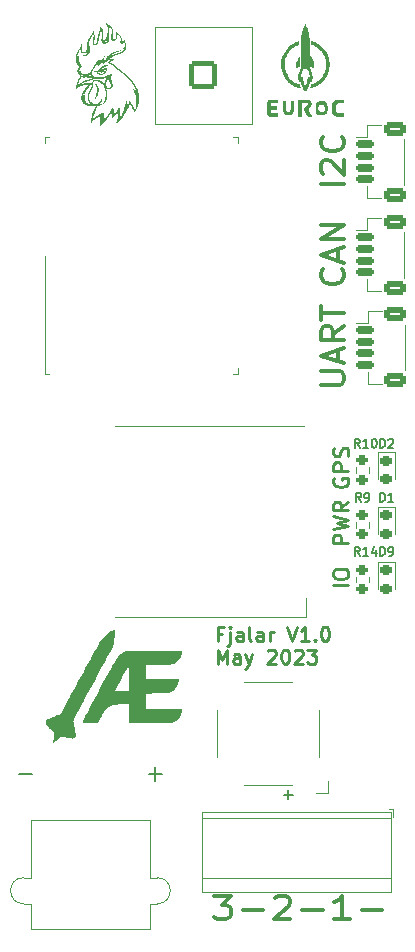
<source format=gto>
G04 #@! TF.GenerationSoftware,KiCad,Pcbnew,7.0.5*
G04 #@! TF.CreationDate,2023-06-15T17:11:32+02:00*
G04 #@! TF.ProjectId,euroc_controller,6575726f-635f-4636-9f6e-74726f6c6c65,rev?*
G04 #@! TF.SameCoordinates,Original*
G04 #@! TF.FileFunction,Legend,Top*
G04 #@! TF.FilePolarity,Positive*
%FSLAX46Y46*%
G04 Gerber Fmt 4.6, Leading zero omitted, Abs format (unit mm)*
G04 Created by KiCad (PCBNEW 7.0.5) date 2023-06-15 17:11:32*
%MOMM*%
%LPD*%
G01*
G04 APERTURE LIST*
G04 Aperture macros list*
%AMRoundRect*
0 Rectangle with rounded corners*
0 $1 Rounding radius*
0 $2 $3 $4 $5 $6 $7 $8 $9 X,Y pos of 4 corners*
0 Add a 4 corners polygon primitive as box body*
4,1,4,$2,$3,$4,$5,$6,$7,$8,$9,$2,$3,0*
0 Add four circle primitives for the rounded corners*
1,1,$1+$1,$2,$3*
1,1,$1+$1,$4,$5*
1,1,$1+$1,$6,$7*
1,1,$1+$1,$8,$9*
0 Add four rect primitives between the rounded corners*
20,1,$1+$1,$2,$3,$4,$5,0*
20,1,$1+$1,$4,$5,$6,$7,0*
20,1,$1+$1,$6,$7,$8,$9,0*
20,1,$1+$1,$8,$9,$2,$3,0*%
G04 Aperture macros list end*
%ADD10C,0.300000*%
%ADD11C,0.220000*%
%ADD12C,0.250000*%
%ADD13C,0.150000*%
%ADD14C,0.120000*%
%ADD15C,0.100000*%
%ADD16RoundRect,0.150000X-0.625000X0.150000X-0.625000X-0.150000X0.625000X-0.150000X0.625000X0.150000X0*%
%ADD17RoundRect,0.250000X-0.650000X0.350000X-0.650000X-0.350000X0.650000X-0.350000X0.650000X0.350000X0*%
%ADD18R,2.500000X1.000000*%
%ADD19C,0.700000*%
%ADD20C,4.400000*%
%ADD21RoundRect,0.218750X-0.256250X0.218750X-0.256250X-0.218750X0.256250X-0.218750X0.256250X0.218750X0*%
%ADD22RoundRect,0.200000X-0.275000X0.200000X-0.275000X-0.200000X0.275000X-0.200000X0.275000X0.200000X0*%
%ADD23C,1.400000*%
%ADD24R,3.500000X3.500000*%
%ADD25C,3.500000*%
%ADD26RoundRect,0.200100X-0.949900X-0.949900X0.949900X-0.949900X0.949900X0.949900X-0.949900X0.949900X0*%
%ADD27C,2.500000*%
%ADD28R,2.100000X2.100000*%
%ADD29C,2.100000*%
%ADD30R,2.500000X2.500000*%
%ADD31R,1.000000X2.500000*%
%ADD32C,0.600000*%
%ADD33O,1.700000X0.900000*%
%ADD34O,2.000000X0.900000*%
G04 APERTURE END LIST*
D10*
X193605161Y-65493584D02*
X193700400Y-65588822D01*
X193700400Y-65588822D02*
X193795638Y-65874536D01*
X193795638Y-65874536D02*
X193795638Y-66065012D01*
X193795638Y-66065012D02*
X193700400Y-66350727D01*
X193700400Y-66350727D02*
X193509923Y-66541203D01*
X193509923Y-66541203D02*
X193319447Y-66636441D01*
X193319447Y-66636441D02*
X192938495Y-66731679D01*
X192938495Y-66731679D02*
X192652780Y-66731679D01*
X192652780Y-66731679D02*
X192271828Y-66636441D01*
X192271828Y-66636441D02*
X192081352Y-66541203D01*
X192081352Y-66541203D02*
X191890876Y-66350727D01*
X191890876Y-66350727D02*
X191795638Y-66065012D01*
X191795638Y-66065012D02*
X191795638Y-65874536D01*
X191795638Y-65874536D02*
X191890876Y-65588822D01*
X191890876Y-65588822D02*
X191986114Y-65493584D01*
X193224209Y-64731679D02*
X193224209Y-63779298D01*
X193795638Y-64922155D02*
X191795638Y-64255489D01*
X191795638Y-64255489D02*
X193795638Y-63588822D01*
X193795638Y-62922155D02*
X191795638Y-62922155D01*
X191795638Y-62922155D02*
X193795638Y-61779298D01*
X193795638Y-61779298D02*
X191795638Y-61779298D01*
D11*
X192901369Y-83192787D02*
X192839464Y-83316597D01*
X192839464Y-83316597D02*
X192839464Y-83502311D01*
X192839464Y-83502311D02*
X192901369Y-83688025D01*
X192901369Y-83688025D02*
X193025179Y-83811835D01*
X193025179Y-83811835D02*
X193148988Y-83873740D01*
X193148988Y-83873740D02*
X193396607Y-83935644D01*
X193396607Y-83935644D02*
X193582321Y-83935644D01*
X193582321Y-83935644D02*
X193829940Y-83873740D01*
X193829940Y-83873740D02*
X193953750Y-83811835D01*
X193953750Y-83811835D02*
X194077560Y-83688025D01*
X194077560Y-83688025D02*
X194139464Y-83502311D01*
X194139464Y-83502311D02*
X194139464Y-83378502D01*
X194139464Y-83378502D02*
X194077560Y-83192787D01*
X194077560Y-83192787D02*
X194015655Y-83130883D01*
X194015655Y-83130883D02*
X193582321Y-83130883D01*
X193582321Y-83130883D02*
X193582321Y-83378502D01*
X194139464Y-82573740D02*
X192839464Y-82573740D01*
X192839464Y-82573740D02*
X192839464Y-82078502D01*
X192839464Y-82078502D02*
X192901369Y-81954692D01*
X192901369Y-81954692D02*
X192963274Y-81892787D01*
X192963274Y-81892787D02*
X193087083Y-81830883D01*
X193087083Y-81830883D02*
X193272798Y-81830883D01*
X193272798Y-81830883D02*
X193396607Y-81892787D01*
X193396607Y-81892787D02*
X193458512Y-81954692D01*
X193458512Y-81954692D02*
X193520417Y-82078502D01*
X193520417Y-82078502D02*
X193520417Y-82573740D01*
X194077560Y-81335644D02*
X194139464Y-81149930D01*
X194139464Y-81149930D02*
X194139464Y-80840406D01*
X194139464Y-80840406D02*
X194077560Y-80716597D01*
X194077560Y-80716597D02*
X194015655Y-80654692D01*
X194015655Y-80654692D02*
X193891845Y-80592787D01*
X193891845Y-80592787D02*
X193768036Y-80592787D01*
X193768036Y-80592787D02*
X193644226Y-80654692D01*
X193644226Y-80654692D02*
X193582321Y-80716597D01*
X193582321Y-80716597D02*
X193520417Y-80840406D01*
X193520417Y-80840406D02*
X193458512Y-81088025D01*
X193458512Y-81088025D02*
X193396607Y-81211835D01*
X193396607Y-81211835D02*
X193334702Y-81273740D01*
X193334702Y-81273740D02*
X193210893Y-81335644D01*
X193210893Y-81335644D02*
X193087083Y-81335644D01*
X193087083Y-81335644D02*
X192963274Y-81273740D01*
X192963274Y-81273740D02*
X192901369Y-81211835D01*
X192901369Y-81211835D02*
X192839464Y-81088025D01*
X192839464Y-81088025D02*
X192839464Y-80778502D01*
X192839464Y-80778502D02*
X192901369Y-80592787D01*
X194139464Y-92255740D02*
X192839464Y-92255740D01*
X192839464Y-91389073D02*
X192839464Y-91141454D01*
X192839464Y-91141454D02*
X192901369Y-91017644D01*
X192901369Y-91017644D02*
X193025179Y-90893835D01*
X193025179Y-90893835D02*
X193272798Y-90831930D01*
X193272798Y-90831930D02*
X193706131Y-90831930D01*
X193706131Y-90831930D02*
X193953750Y-90893835D01*
X193953750Y-90893835D02*
X194077560Y-91017644D01*
X194077560Y-91017644D02*
X194139464Y-91141454D01*
X194139464Y-91141454D02*
X194139464Y-91389073D01*
X194139464Y-91389073D02*
X194077560Y-91512882D01*
X194077560Y-91512882D02*
X193953750Y-91636692D01*
X193953750Y-91636692D02*
X193706131Y-91698596D01*
X193706131Y-91698596D02*
X193272798Y-91698596D01*
X193272798Y-91698596D02*
X193025179Y-91636692D01*
X193025179Y-91636692D02*
X192901369Y-91512882D01*
X192901369Y-91512882D02*
X192839464Y-91389073D01*
D10*
X191795638Y-75272441D02*
X193414685Y-75272441D01*
X193414685Y-75272441D02*
X193605161Y-75177203D01*
X193605161Y-75177203D02*
X193700400Y-75081965D01*
X193700400Y-75081965D02*
X193795638Y-74891489D01*
X193795638Y-74891489D02*
X193795638Y-74510536D01*
X193795638Y-74510536D02*
X193700400Y-74320060D01*
X193700400Y-74320060D02*
X193605161Y-74224822D01*
X193605161Y-74224822D02*
X193414685Y-74129584D01*
X193414685Y-74129584D02*
X191795638Y-74129584D01*
X193224209Y-73272441D02*
X193224209Y-72320060D01*
X193795638Y-73462917D02*
X191795638Y-72796251D01*
X191795638Y-72796251D02*
X193795638Y-72129584D01*
X193795638Y-70320060D02*
X192843257Y-70986727D01*
X193795638Y-71462917D02*
X191795638Y-71462917D01*
X191795638Y-71462917D02*
X191795638Y-70701012D01*
X191795638Y-70701012D02*
X191890876Y-70510536D01*
X191890876Y-70510536D02*
X191986114Y-70415298D01*
X191986114Y-70415298D02*
X192176590Y-70320060D01*
X192176590Y-70320060D02*
X192462304Y-70320060D01*
X192462304Y-70320060D02*
X192652780Y-70415298D01*
X192652780Y-70415298D02*
X192748019Y-70510536D01*
X192748019Y-70510536D02*
X192843257Y-70701012D01*
X192843257Y-70701012D02*
X192843257Y-71462917D01*
X191795638Y-69748631D02*
X191795638Y-68605774D01*
X193795638Y-69177203D02*
X191795638Y-69177203D01*
D11*
X194139464Y-88699740D02*
X192839464Y-88699740D01*
X192839464Y-88699740D02*
X192839464Y-88204502D01*
X192839464Y-88204502D02*
X192901369Y-88080692D01*
X192901369Y-88080692D02*
X192963274Y-88018787D01*
X192963274Y-88018787D02*
X193087083Y-87956883D01*
X193087083Y-87956883D02*
X193272798Y-87956883D01*
X193272798Y-87956883D02*
X193396607Y-88018787D01*
X193396607Y-88018787D02*
X193458512Y-88080692D01*
X193458512Y-88080692D02*
X193520417Y-88204502D01*
X193520417Y-88204502D02*
X193520417Y-88699740D01*
X192839464Y-87523549D02*
X194139464Y-87214025D01*
X194139464Y-87214025D02*
X193210893Y-86966406D01*
X193210893Y-86966406D02*
X194139464Y-86718787D01*
X194139464Y-86718787D02*
X192839464Y-86409264D01*
X194139464Y-85171169D02*
X193520417Y-85604502D01*
X194139464Y-85914026D02*
X192839464Y-85914026D01*
X192839464Y-85914026D02*
X192839464Y-85418788D01*
X192839464Y-85418788D02*
X192901369Y-85294978D01*
X192901369Y-85294978D02*
X192963274Y-85233073D01*
X192963274Y-85233073D02*
X193087083Y-85171169D01*
X193087083Y-85171169D02*
X193272798Y-85171169D01*
X193272798Y-85171169D02*
X193396607Y-85233073D01*
X193396607Y-85233073D02*
X193458512Y-85294978D01*
X193458512Y-85294978D02*
X193520417Y-85418788D01*
X193520417Y-85418788D02*
X193520417Y-85914026D01*
D10*
X182770939Y-118516638D02*
X184194748Y-118516638D01*
X184194748Y-118516638D02*
X183428082Y-119278542D01*
X183428082Y-119278542D02*
X183756653Y-119278542D01*
X183756653Y-119278542D02*
X183975701Y-119373780D01*
X183975701Y-119373780D02*
X184085225Y-119469019D01*
X184085225Y-119469019D02*
X184194748Y-119659495D01*
X184194748Y-119659495D02*
X184194748Y-120135685D01*
X184194748Y-120135685D02*
X184085225Y-120326161D01*
X184085225Y-120326161D02*
X183975701Y-120421400D01*
X183975701Y-120421400D02*
X183756653Y-120516638D01*
X183756653Y-120516638D02*
X183099510Y-120516638D01*
X183099510Y-120516638D02*
X182880463Y-120421400D01*
X182880463Y-120421400D02*
X182770939Y-120326161D01*
X185180463Y-119754733D02*
X186932844Y-119754733D01*
X187918558Y-118707114D02*
X188028082Y-118611876D01*
X188028082Y-118611876D02*
X188247129Y-118516638D01*
X188247129Y-118516638D02*
X188794748Y-118516638D01*
X188794748Y-118516638D02*
X189013796Y-118611876D01*
X189013796Y-118611876D02*
X189123320Y-118707114D01*
X189123320Y-118707114D02*
X189232843Y-118897590D01*
X189232843Y-118897590D02*
X189232843Y-119088066D01*
X189232843Y-119088066D02*
X189123320Y-119373780D01*
X189123320Y-119373780D02*
X187809034Y-120516638D01*
X187809034Y-120516638D02*
X189232843Y-120516638D01*
X190218558Y-119754733D02*
X191970939Y-119754733D01*
X194270938Y-120516638D02*
X192956653Y-120516638D01*
X193613796Y-120516638D02*
X193613796Y-118516638D01*
X193613796Y-118516638D02*
X193394748Y-118802352D01*
X193394748Y-118802352D02*
X193175700Y-118992828D01*
X193175700Y-118992828D02*
X192956653Y-119088066D01*
X195256653Y-119754733D02*
X197009034Y-119754733D01*
D12*
X183476187Y-96339571D02*
X183076187Y-96339571D01*
X183076187Y-96968142D02*
X183076187Y-95768142D01*
X183076187Y-95768142D02*
X183647615Y-95768142D01*
X184104758Y-96168142D02*
X184104758Y-97196714D01*
X184104758Y-97196714D02*
X184047615Y-97311000D01*
X184047615Y-97311000D02*
X183933329Y-97368142D01*
X183933329Y-97368142D02*
X183876186Y-97368142D01*
X184104758Y-95768142D02*
X184047615Y-95825285D01*
X184047615Y-95825285D02*
X184104758Y-95882428D01*
X184104758Y-95882428D02*
X184161901Y-95825285D01*
X184161901Y-95825285D02*
X184104758Y-95768142D01*
X184104758Y-95768142D02*
X184104758Y-95882428D01*
X185190473Y-96968142D02*
X185190473Y-96339571D01*
X185190473Y-96339571D02*
X185133330Y-96225285D01*
X185133330Y-96225285D02*
X185019044Y-96168142D01*
X185019044Y-96168142D02*
X184790473Y-96168142D01*
X184790473Y-96168142D02*
X184676187Y-96225285D01*
X185190473Y-96911000D02*
X185076187Y-96968142D01*
X185076187Y-96968142D02*
X184790473Y-96968142D01*
X184790473Y-96968142D02*
X184676187Y-96911000D01*
X184676187Y-96911000D02*
X184619044Y-96796714D01*
X184619044Y-96796714D02*
X184619044Y-96682428D01*
X184619044Y-96682428D02*
X184676187Y-96568142D01*
X184676187Y-96568142D02*
X184790473Y-96511000D01*
X184790473Y-96511000D02*
X185076187Y-96511000D01*
X185076187Y-96511000D02*
X185190473Y-96453857D01*
X185933329Y-96968142D02*
X185819044Y-96911000D01*
X185819044Y-96911000D02*
X185761901Y-96796714D01*
X185761901Y-96796714D02*
X185761901Y-95768142D01*
X186904758Y-96968142D02*
X186904758Y-96339571D01*
X186904758Y-96339571D02*
X186847615Y-96225285D01*
X186847615Y-96225285D02*
X186733329Y-96168142D01*
X186733329Y-96168142D02*
X186504758Y-96168142D01*
X186504758Y-96168142D02*
X186390472Y-96225285D01*
X186904758Y-96911000D02*
X186790472Y-96968142D01*
X186790472Y-96968142D02*
X186504758Y-96968142D01*
X186504758Y-96968142D02*
X186390472Y-96911000D01*
X186390472Y-96911000D02*
X186333329Y-96796714D01*
X186333329Y-96796714D02*
X186333329Y-96682428D01*
X186333329Y-96682428D02*
X186390472Y-96568142D01*
X186390472Y-96568142D02*
X186504758Y-96511000D01*
X186504758Y-96511000D02*
X186790472Y-96511000D01*
X186790472Y-96511000D02*
X186904758Y-96453857D01*
X187476186Y-96968142D02*
X187476186Y-96168142D01*
X187476186Y-96396714D02*
X187533329Y-96282428D01*
X187533329Y-96282428D02*
X187590472Y-96225285D01*
X187590472Y-96225285D02*
X187704757Y-96168142D01*
X187704757Y-96168142D02*
X187819043Y-96168142D01*
X188961900Y-95768142D02*
X189361900Y-96968142D01*
X189361900Y-96968142D02*
X189761900Y-95768142D01*
X190790471Y-96968142D02*
X190104757Y-96968142D01*
X190447614Y-96968142D02*
X190447614Y-95768142D01*
X190447614Y-95768142D02*
X190333328Y-95939571D01*
X190333328Y-95939571D02*
X190219043Y-96053857D01*
X190219043Y-96053857D02*
X190104757Y-96111000D01*
X191304757Y-96853857D02*
X191361900Y-96911000D01*
X191361900Y-96911000D02*
X191304757Y-96968142D01*
X191304757Y-96968142D02*
X191247614Y-96911000D01*
X191247614Y-96911000D02*
X191304757Y-96853857D01*
X191304757Y-96853857D02*
X191304757Y-96968142D01*
X192104757Y-95768142D02*
X192219043Y-95768142D01*
X192219043Y-95768142D02*
X192333329Y-95825285D01*
X192333329Y-95825285D02*
X192390472Y-95882428D01*
X192390472Y-95882428D02*
X192447614Y-95996714D01*
X192447614Y-95996714D02*
X192504757Y-96225285D01*
X192504757Y-96225285D02*
X192504757Y-96511000D01*
X192504757Y-96511000D02*
X192447614Y-96739571D01*
X192447614Y-96739571D02*
X192390472Y-96853857D01*
X192390472Y-96853857D02*
X192333329Y-96911000D01*
X192333329Y-96911000D02*
X192219043Y-96968142D01*
X192219043Y-96968142D02*
X192104757Y-96968142D01*
X192104757Y-96968142D02*
X191990472Y-96911000D01*
X191990472Y-96911000D02*
X191933329Y-96853857D01*
X191933329Y-96853857D02*
X191876186Y-96739571D01*
X191876186Y-96739571D02*
X191819043Y-96511000D01*
X191819043Y-96511000D02*
X191819043Y-96225285D01*
X191819043Y-96225285D02*
X191876186Y-95996714D01*
X191876186Y-95996714D02*
X191933329Y-95882428D01*
X191933329Y-95882428D02*
X191990472Y-95825285D01*
X191990472Y-95825285D02*
X192104757Y-95768142D01*
X183076187Y-98900142D02*
X183076187Y-97700142D01*
X183076187Y-97700142D02*
X183476187Y-98557285D01*
X183476187Y-98557285D02*
X183876187Y-97700142D01*
X183876187Y-97700142D02*
X183876187Y-98900142D01*
X184961902Y-98900142D02*
X184961902Y-98271571D01*
X184961902Y-98271571D02*
X184904759Y-98157285D01*
X184904759Y-98157285D02*
X184790473Y-98100142D01*
X184790473Y-98100142D02*
X184561902Y-98100142D01*
X184561902Y-98100142D02*
X184447616Y-98157285D01*
X184961902Y-98843000D02*
X184847616Y-98900142D01*
X184847616Y-98900142D02*
X184561902Y-98900142D01*
X184561902Y-98900142D02*
X184447616Y-98843000D01*
X184447616Y-98843000D02*
X184390473Y-98728714D01*
X184390473Y-98728714D02*
X184390473Y-98614428D01*
X184390473Y-98614428D02*
X184447616Y-98500142D01*
X184447616Y-98500142D02*
X184561902Y-98443000D01*
X184561902Y-98443000D02*
X184847616Y-98443000D01*
X184847616Y-98443000D02*
X184961902Y-98385857D01*
X185419044Y-98100142D02*
X185704758Y-98900142D01*
X185990473Y-98100142D02*
X185704758Y-98900142D01*
X185704758Y-98900142D02*
X185590473Y-99185857D01*
X185590473Y-99185857D02*
X185533330Y-99243000D01*
X185533330Y-99243000D02*
X185419044Y-99300142D01*
X187304759Y-97814428D02*
X187361902Y-97757285D01*
X187361902Y-97757285D02*
X187476188Y-97700142D01*
X187476188Y-97700142D02*
X187761902Y-97700142D01*
X187761902Y-97700142D02*
X187876188Y-97757285D01*
X187876188Y-97757285D02*
X187933330Y-97814428D01*
X187933330Y-97814428D02*
X187990473Y-97928714D01*
X187990473Y-97928714D02*
X187990473Y-98043000D01*
X187990473Y-98043000D02*
X187933330Y-98214428D01*
X187933330Y-98214428D02*
X187247616Y-98900142D01*
X187247616Y-98900142D02*
X187990473Y-98900142D01*
X188733330Y-97700142D02*
X188847616Y-97700142D01*
X188847616Y-97700142D02*
X188961902Y-97757285D01*
X188961902Y-97757285D02*
X189019045Y-97814428D01*
X189019045Y-97814428D02*
X189076187Y-97928714D01*
X189076187Y-97928714D02*
X189133330Y-98157285D01*
X189133330Y-98157285D02*
X189133330Y-98443000D01*
X189133330Y-98443000D02*
X189076187Y-98671571D01*
X189076187Y-98671571D02*
X189019045Y-98785857D01*
X189019045Y-98785857D02*
X188961902Y-98843000D01*
X188961902Y-98843000D02*
X188847616Y-98900142D01*
X188847616Y-98900142D02*
X188733330Y-98900142D01*
X188733330Y-98900142D02*
X188619045Y-98843000D01*
X188619045Y-98843000D02*
X188561902Y-98785857D01*
X188561902Y-98785857D02*
X188504759Y-98671571D01*
X188504759Y-98671571D02*
X188447616Y-98443000D01*
X188447616Y-98443000D02*
X188447616Y-98157285D01*
X188447616Y-98157285D02*
X188504759Y-97928714D01*
X188504759Y-97928714D02*
X188561902Y-97814428D01*
X188561902Y-97814428D02*
X188619045Y-97757285D01*
X188619045Y-97757285D02*
X188733330Y-97700142D01*
X189590473Y-97814428D02*
X189647616Y-97757285D01*
X189647616Y-97757285D02*
X189761902Y-97700142D01*
X189761902Y-97700142D02*
X190047616Y-97700142D01*
X190047616Y-97700142D02*
X190161902Y-97757285D01*
X190161902Y-97757285D02*
X190219044Y-97814428D01*
X190219044Y-97814428D02*
X190276187Y-97928714D01*
X190276187Y-97928714D02*
X190276187Y-98043000D01*
X190276187Y-98043000D02*
X190219044Y-98214428D01*
X190219044Y-98214428D02*
X189533330Y-98900142D01*
X189533330Y-98900142D02*
X190276187Y-98900142D01*
X190676187Y-97700142D02*
X191419044Y-97700142D01*
X191419044Y-97700142D02*
X191019044Y-98157285D01*
X191019044Y-98157285D02*
X191190473Y-98157285D01*
X191190473Y-98157285D02*
X191304759Y-98214428D01*
X191304759Y-98214428D02*
X191361901Y-98271571D01*
X191361901Y-98271571D02*
X191419044Y-98385857D01*
X191419044Y-98385857D02*
X191419044Y-98671571D01*
X191419044Y-98671571D02*
X191361901Y-98785857D01*
X191361901Y-98785857D02*
X191304759Y-98843000D01*
X191304759Y-98843000D02*
X191190473Y-98900142D01*
X191190473Y-98900142D02*
X190847616Y-98900142D01*
X190847616Y-98900142D02*
X190733330Y-98843000D01*
X190733330Y-98843000D02*
X190676187Y-98785857D01*
D10*
X193795638Y-58254441D02*
X191795638Y-58254441D01*
X191986114Y-57397298D02*
X191890876Y-57302060D01*
X191890876Y-57302060D02*
X191795638Y-57111584D01*
X191795638Y-57111584D02*
X191795638Y-56635393D01*
X191795638Y-56635393D02*
X191890876Y-56444917D01*
X191890876Y-56444917D02*
X191986114Y-56349679D01*
X191986114Y-56349679D02*
X192176590Y-56254441D01*
X192176590Y-56254441D02*
X192367066Y-56254441D01*
X192367066Y-56254441D02*
X192652780Y-56349679D01*
X192652780Y-56349679D02*
X193795638Y-57492536D01*
X193795638Y-57492536D02*
X193795638Y-56254441D01*
X193605161Y-54254441D02*
X193700400Y-54349679D01*
X193700400Y-54349679D02*
X193795638Y-54635393D01*
X193795638Y-54635393D02*
X193795638Y-54825869D01*
X193795638Y-54825869D02*
X193700400Y-55111584D01*
X193700400Y-55111584D02*
X193509923Y-55302060D01*
X193509923Y-55302060D02*
X193319447Y-55397298D01*
X193319447Y-55397298D02*
X192938495Y-55492536D01*
X192938495Y-55492536D02*
X192652780Y-55492536D01*
X192652780Y-55492536D02*
X192271828Y-55397298D01*
X192271828Y-55397298D02*
X192081352Y-55302060D01*
X192081352Y-55302060D02*
X191890876Y-55111584D01*
X191890876Y-55111584D02*
X191795638Y-54825869D01*
X191795638Y-54825869D02*
X191795638Y-54635393D01*
X191795638Y-54635393D02*
X191890876Y-54349679D01*
X191890876Y-54349679D02*
X191986114Y-54254441D01*
D13*
X196804428Y-80603164D02*
X196804428Y-79853164D01*
X196804428Y-79853164D02*
X196982999Y-79853164D01*
X196982999Y-79853164D02*
X197090142Y-79888878D01*
X197090142Y-79888878D02*
X197161571Y-79960307D01*
X197161571Y-79960307D02*
X197197285Y-80031735D01*
X197197285Y-80031735D02*
X197232999Y-80174592D01*
X197232999Y-80174592D02*
X197232999Y-80281735D01*
X197232999Y-80281735D02*
X197197285Y-80424592D01*
X197197285Y-80424592D02*
X197161571Y-80496021D01*
X197161571Y-80496021D02*
X197090142Y-80567450D01*
X197090142Y-80567450D02*
X196982999Y-80603164D01*
X196982999Y-80603164D02*
X196804428Y-80603164D01*
X197518714Y-79924592D02*
X197554428Y-79888878D01*
X197554428Y-79888878D02*
X197625857Y-79853164D01*
X197625857Y-79853164D02*
X197804428Y-79853164D01*
X197804428Y-79853164D02*
X197875857Y-79888878D01*
X197875857Y-79888878D02*
X197911571Y-79924592D01*
X197911571Y-79924592D02*
X197947285Y-79996021D01*
X197947285Y-79996021D02*
X197947285Y-80067450D01*
X197947285Y-80067450D02*
X197911571Y-80174592D01*
X197911571Y-80174592D02*
X197482999Y-80603164D01*
X197482999Y-80603164D02*
X197947285Y-80603164D01*
X195200999Y-85175164D02*
X194950999Y-84818021D01*
X194772428Y-85175164D02*
X194772428Y-84425164D01*
X194772428Y-84425164D02*
X195058142Y-84425164D01*
X195058142Y-84425164D02*
X195129571Y-84460878D01*
X195129571Y-84460878D02*
X195165285Y-84496592D01*
X195165285Y-84496592D02*
X195200999Y-84568021D01*
X195200999Y-84568021D02*
X195200999Y-84675164D01*
X195200999Y-84675164D02*
X195165285Y-84746592D01*
X195165285Y-84746592D02*
X195129571Y-84782307D01*
X195129571Y-84782307D02*
X195058142Y-84818021D01*
X195058142Y-84818021D02*
X194772428Y-84818021D01*
X195558142Y-85175164D02*
X195700999Y-85175164D01*
X195700999Y-85175164D02*
X195772428Y-85139450D01*
X195772428Y-85139450D02*
X195808142Y-85103735D01*
X195808142Y-85103735D02*
X195879571Y-84996592D01*
X195879571Y-84996592D02*
X195915285Y-84853735D01*
X195915285Y-84853735D02*
X195915285Y-84568021D01*
X195915285Y-84568021D02*
X195879571Y-84496592D01*
X195879571Y-84496592D02*
X195843857Y-84460878D01*
X195843857Y-84460878D02*
X195772428Y-84425164D01*
X195772428Y-84425164D02*
X195629571Y-84425164D01*
X195629571Y-84425164D02*
X195558142Y-84460878D01*
X195558142Y-84460878D02*
X195522428Y-84496592D01*
X195522428Y-84496592D02*
X195486714Y-84568021D01*
X195486714Y-84568021D02*
X195486714Y-84746592D01*
X195486714Y-84746592D02*
X195522428Y-84818021D01*
X195522428Y-84818021D02*
X195558142Y-84853735D01*
X195558142Y-84853735D02*
X195629571Y-84889450D01*
X195629571Y-84889450D02*
X195772428Y-84889450D01*
X195772428Y-84889450D02*
X195843857Y-84853735D01*
X195843857Y-84853735D02*
X195879571Y-84818021D01*
X195879571Y-84818021D02*
X195915285Y-84746592D01*
X196804428Y-89747164D02*
X196804428Y-88997164D01*
X196804428Y-88997164D02*
X196982999Y-88997164D01*
X196982999Y-88997164D02*
X197090142Y-89032878D01*
X197090142Y-89032878D02*
X197161571Y-89104307D01*
X197161571Y-89104307D02*
X197197285Y-89175735D01*
X197197285Y-89175735D02*
X197232999Y-89318592D01*
X197232999Y-89318592D02*
X197232999Y-89425735D01*
X197232999Y-89425735D02*
X197197285Y-89568592D01*
X197197285Y-89568592D02*
X197161571Y-89640021D01*
X197161571Y-89640021D02*
X197090142Y-89711450D01*
X197090142Y-89711450D02*
X196982999Y-89747164D01*
X196982999Y-89747164D02*
X196804428Y-89747164D01*
X197590142Y-89747164D02*
X197732999Y-89747164D01*
X197732999Y-89747164D02*
X197804428Y-89711450D01*
X197804428Y-89711450D02*
X197840142Y-89675735D01*
X197840142Y-89675735D02*
X197911571Y-89568592D01*
X197911571Y-89568592D02*
X197947285Y-89425735D01*
X197947285Y-89425735D02*
X197947285Y-89140021D01*
X197947285Y-89140021D02*
X197911571Y-89068592D01*
X197911571Y-89068592D02*
X197875857Y-89032878D01*
X197875857Y-89032878D02*
X197804428Y-88997164D01*
X197804428Y-88997164D02*
X197661571Y-88997164D01*
X197661571Y-88997164D02*
X197590142Y-89032878D01*
X197590142Y-89032878D02*
X197554428Y-89068592D01*
X197554428Y-89068592D02*
X197518714Y-89140021D01*
X197518714Y-89140021D02*
X197518714Y-89318592D01*
X197518714Y-89318592D02*
X197554428Y-89390021D01*
X197554428Y-89390021D02*
X197590142Y-89425735D01*
X197590142Y-89425735D02*
X197661571Y-89461450D01*
X197661571Y-89461450D02*
X197804428Y-89461450D01*
X197804428Y-89461450D02*
X197875857Y-89425735D01*
X197875857Y-89425735D02*
X197911571Y-89390021D01*
X197911571Y-89390021D02*
X197947285Y-89318592D01*
X195097856Y-89747164D02*
X194847856Y-89390021D01*
X194669285Y-89747164D02*
X194669285Y-88997164D01*
X194669285Y-88997164D02*
X194954999Y-88997164D01*
X194954999Y-88997164D02*
X195026428Y-89032878D01*
X195026428Y-89032878D02*
X195062142Y-89068592D01*
X195062142Y-89068592D02*
X195097856Y-89140021D01*
X195097856Y-89140021D02*
X195097856Y-89247164D01*
X195097856Y-89247164D02*
X195062142Y-89318592D01*
X195062142Y-89318592D02*
X195026428Y-89354307D01*
X195026428Y-89354307D02*
X194954999Y-89390021D01*
X194954999Y-89390021D02*
X194669285Y-89390021D01*
X195812142Y-89747164D02*
X195383571Y-89747164D01*
X195597856Y-89747164D02*
X195597856Y-88997164D01*
X195597856Y-88997164D02*
X195526428Y-89104307D01*
X195526428Y-89104307D02*
X195454999Y-89175735D01*
X195454999Y-89175735D02*
X195383571Y-89211450D01*
X196455000Y-89247164D02*
X196455000Y-89747164D01*
X196276428Y-88961450D02*
X196097857Y-89497164D01*
X196097857Y-89497164D02*
X196562142Y-89497164D01*
X177228571Y-108224700D02*
X178371429Y-108224700D01*
X177800000Y-108796128D02*
X177800000Y-107653271D01*
X166228571Y-108224700D02*
X167371429Y-108224700D01*
X189049866Y-110362951D02*
X189049866Y-109601047D01*
X189430819Y-109981999D02*
X188668914Y-109981999D01*
X196804428Y-85175164D02*
X196804428Y-84425164D01*
X196804428Y-84425164D02*
X196982999Y-84425164D01*
X196982999Y-84425164D02*
X197090142Y-84460878D01*
X197090142Y-84460878D02*
X197161571Y-84532307D01*
X197161571Y-84532307D02*
X197197285Y-84603735D01*
X197197285Y-84603735D02*
X197232999Y-84746592D01*
X197232999Y-84746592D02*
X197232999Y-84853735D01*
X197232999Y-84853735D02*
X197197285Y-84996592D01*
X197197285Y-84996592D02*
X197161571Y-85068021D01*
X197161571Y-85068021D02*
X197090142Y-85139450D01*
X197090142Y-85139450D02*
X196982999Y-85175164D01*
X196982999Y-85175164D02*
X196804428Y-85175164D01*
X197947285Y-85175164D02*
X197518714Y-85175164D01*
X197732999Y-85175164D02*
X197732999Y-84425164D01*
X197732999Y-84425164D02*
X197661571Y-84532307D01*
X197661571Y-84532307D02*
X197590142Y-84603735D01*
X197590142Y-84603735D02*
X197518714Y-84639450D01*
X195097856Y-80603164D02*
X194847856Y-80246021D01*
X194669285Y-80603164D02*
X194669285Y-79853164D01*
X194669285Y-79853164D02*
X194954999Y-79853164D01*
X194954999Y-79853164D02*
X195026428Y-79888878D01*
X195026428Y-79888878D02*
X195062142Y-79924592D01*
X195062142Y-79924592D02*
X195097856Y-79996021D01*
X195097856Y-79996021D02*
X195097856Y-80103164D01*
X195097856Y-80103164D02*
X195062142Y-80174592D01*
X195062142Y-80174592D02*
X195026428Y-80210307D01*
X195026428Y-80210307D02*
X194954999Y-80246021D01*
X194954999Y-80246021D02*
X194669285Y-80246021D01*
X195812142Y-80603164D02*
X195383571Y-80603164D01*
X195597856Y-80603164D02*
X195597856Y-79853164D01*
X195597856Y-79853164D02*
X195526428Y-79960307D01*
X195526428Y-79960307D02*
X195454999Y-80031735D01*
X195454999Y-80031735D02*
X195383571Y-80067450D01*
X196276428Y-79853164D02*
X196347857Y-79853164D01*
X196347857Y-79853164D02*
X196419285Y-79888878D01*
X196419285Y-79888878D02*
X196455000Y-79924592D01*
X196455000Y-79924592D02*
X196490714Y-79996021D01*
X196490714Y-79996021D02*
X196526428Y-80138878D01*
X196526428Y-80138878D02*
X196526428Y-80317450D01*
X196526428Y-80317450D02*
X196490714Y-80460307D01*
X196490714Y-80460307D02*
X196455000Y-80531735D01*
X196455000Y-80531735D02*
X196419285Y-80567450D01*
X196419285Y-80567450D02*
X196347857Y-80603164D01*
X196347857Y-80603164D02*
X196276428Y-80603164D01*
X196276428Y-80603164D02*
X196205000Y-80567450D01*
X196205000Y-80567450D02*
X196169285Y-80531735D01*
X196169285Y-80531735D02*
X196133571Y-80460307D01*
X196133571Y-80460307D02*
X196097857Y-80317450D01*
X196097857Y-80317450D02*
X196097857Y-80138878D01*
X196097857Y-80138878D02*
X196133571Y-79996021D01*
X196133571Y-79996021D02*
X196169285Y-79924592D01*
X196169285Y-79924592D02*
X196205000Y-79888878D01*
X196205000Y-79888878D02*
X196276428Y-79853164D01*
D14*
X196886934Y-61152000D02*
X195736934Y-61152000D01*
X195736934Y-61152000D02*
X195736934Y-62202000D01*
X195736934Y-62202000D02*
X194746934Y-62202000D01*
X198856934Y-62322000D02*
X198856934Y-66202000D01*
X196886934Y-67372000D02*
X195736934Y-67372000D01*
X195736934Y-67372000D02*
X195736934Y-66322000D01*
X196890000Y-53272000D02*
X195740000Y-53272000D01*
X195740000Y-53272000D02*
X195740000Y-54322000D01*
X195740000Y-54322000D02*
X194750000Y-54322000D01*
X198860000Y-54442000D02*
X198860000Y-58322000D01*
X196890000Y-59492000D02*
X195740000Y-59492000D01*
X195740000Y-59492000D02*
X195740000Y-58442000D01*
X190517945Y-94970000D02*
X190517945Y-93360000D01*
X174407945Y-94970000D02*
X190517945Y-94970000D01*
X174407945Y-78750000D02*
X190407945Y-78750000D01*
X198093000Y-81002000D02*
X196623000Y-81002000D01*
X196623000Y-81002000D02*
X196623000Y-83287000D01*
X198093000Y-83287000D02*
X198093000Y-81002000D01*
G36*
X174323794Y-96021107D02*
G01*
X174351165Y-96062947D01*
X174351654Y-96064722D01*
X174366609Y-96164718D01*
X174370436Y-96302395D01*
X174364119Y-96467675D01*
X174348646Y-96650478D01*
X174325003Y-96840725D01*
X174294176Y-97028338D01*
X174257150Y-97203238D01*
X174230282Y-97305141D01*
X174221609Y-97336374D01*
X174214713Y-97363024D01*
X174208569Y-97387043D01*
X174202152Y-97410385D01*
X174194436Y-97435000D01*
X174184396Y-97462843D01*
X174171007Y-97495864D01*
X174153243Y-97536018D01*
X174130080Y-97585255D01*
X174100492Y-97645528D01*
X174063454Y-97718790D01*
X174017940Y-97806993D01*
X173962925Y-97912090D01*
X173897384Y-98036033D01*
X173820291Y-98180774D01*
X173730623Y-98348265D01*
X173627352Y-98540460D01*
X173509454Y-98759311D01*
X173375903Y-99006769D01*
X173225675Y-99284788D01*
X173057744Y-99595319D01*
X172871084Y-99940316D01*
X172664671Y-100321730D01*
X172437479Y-100741514D01*
X172188483Y-101201621D01*
X172040060Y-101475919D01*
X171877203Y-101777139D01*
X171720759Y-102066942D01*
X171572359Y-102342286D01*
X171433630Y-102600126D01*
X171306204Y-102837420D01*
X171191710Y-103051124D01*
X171091776Y-103238194D01*
X171008034Y-103395586D01*
X170942111Y-103520258D01*
X170895639Y-103609166D01*
X170870246Y-103659266D01*
X170866023Y-103668636D01*
X170861037Y-103705883D01*
X170864373Y-103769571D01*
X170876704Y-103864394D01*
X170898707Y-103995046D01*
X170931055Y-104166221D01*
X170954764Y-104285618D01*
X170996086Y-104494221D01*
X171027094Y-104660652D01*
X171048126Y-104790849D01*
X171059525Y-104890746D01*
X171061629Y-104966281D01*
X171054781Y-105023388D01*
X171039320Y-105068004D01*
X171015586Y-105106064D01*
X171002747Y-105122101D01*
X170960344Y-105166969D01*
X170915210Y-105198668D01*
X170860247Y-105217583D01*
X170788357Y-105224101D01*
X170692442Y-105218608D01*
X170565404Y-105201490D01*
X170400145Y-105173134D01*
X170323517Y-105159060D01*
X170178047Y-105131757D01*
X170047384Y-105106683D01*
X169940033Y-105085512D01*
X169864495Y-105069920D01*
X169829822Y-105061762D01*
X169812586Y-105061642D01*
X169786869Y-105072398D01*
X169748897Y-105097130D01*
X169694894Y-105138941D01*
X169621086Y-105200932D01*
X169523699Y-105286204D01*
X169398960Y-105397858D01*
X169243092Y-105538996D01*
X169187405Y-105589637D01*
X169144098Y-105625588D01*
X169120892Y-105638114D01*
X169119655Y-105636410D01*
X169123298Y-105608202D01*
X169133363Y-105539885D01*
X169148554Y-105440015D01*
X169167576Y-105317145D01*
X169180993Y-105231461D01*
X169201919Y-105096115D01*
X169219809Y-104976065D01*
X169233335Y-104880574D01*
X169241169Y-104818906D01*
X169242584Y-104801990D01*
X169226240Y-104772846D01*
X169180519Y-104714634D01*
X169110631Y-104633381D01*
X169021783Y-104535113D01*
X168919185Y-104425858D01*
X168901889Y-104407810D01*
X168795476Y-104295906D01*
X168699684Y-104192955D01*
X168620284Y-104105339D01*
X168563047Y-104039437D01*
X168533743Y-104001629D01*
X168532345Y-103999222D01*
X168505727Y-103901341D01*
X168515928Y-103792447D01*
X168559180Y-103695168D01*
X168581372Y-103667441D01*
X168612443Y-103640432D01*
X168658176Y-103611235D01*
X168724351Y-103576947D01*
X168816749Y-103534666D01*
X168941152Y-103481486D01*
X169103341Y-103414505D01*
X169181246Y-103382728D01*
X169339724Y-103317231D01*
X169484469Y-103255514D01*
X169608706Y-103200617D01*
X169705659Y-103155581D01*
X169768554Y-103123449D01*
X169789101Y-103109853D01*
X169810217Y-103078731D01*
X169851529Y-103009463D01*
X169910043Y-102907377D01*
X169982763Y-102777800D01*
X170066694Y-102626061D01*
X170158840Y-102457487D01*
X170235333Y-102316177D01*
X170321830Y-102155702D01*
X170428161Y-101958430D01*
X170550781Y-101730937D01*
X170686147Y-101479800D01*
X170830713Y-101211594D01*
X170980934Y-100932896D01*
X171133267Y-100650282D01*
X171284166Y-100370327D01*
X171410543Y-100135867D01*
X171558450Y-99861457D01*
X171711705Y-99577110D01*
X171866637Y-99289638D01*
X172019575Y-99005854D01*
X172166848Y-98732571D01*
X172304782Y-98476603D01*
X172429708Y-98244761D01*
X172537953Y-98043861D01*
X172612071Y-97906284D01*
X172714886Y-97716694D01*
X172814805Y-97534812D01*
X172908402Y-97366704D01*
X172992248Y-97218437D01*
X173062916Y-97096078D01*
X173116978Y-97005692D01*
X173148644Y-96956638D01*
X173279168Y-96791929D01*
X173442034Y-96617480D01*
X173625010Y-96444548D01*
X173815862Y-96284391D01*
X174002357Y-96148265D01*
X174082415Y-96097357D01*
X174193053Y-96037871D01*
X174272301Y-96012601D01*
X174323794Y-96021107D01*
G37*
G36*
X178122803Y-97783614D02*
G01*
X178437789Y-97783979D01*
X178735161Y-97784604D01*
X179011445Y-97785471D01*
X179263166Y-97786557D01*
X179486850Y-97787843D01*
X179679022Y-97789309D01*
X179836208Y-97790934D01*
X179954933Y-97792699D01*
X180031723Y-97794581D01*
X180063103Y-97796563D01*
X180063636Y-97796790D01*
X180068021Y-97830382D01*
X180058537Y-97898988D01*
X180038216Y-97991340D01*
X180010089Y-98096168D01*
X179977187Y-98202203D01*
X179942541Y-98298175D01*
X179909181Y-98372814D01*
X179908242Y-98374586D01*
X179817906Y-98510252D01*
X179696875Y-98645056D01*
X179560597Y-98763798D01*
X179424522Y-98851279D01*
X179422862Y-98852123D01*
X179356383Y-98884768D01*
X179293958Y-98911831D01*
X179230294Y-98933835D01*
X179160096Y-98951300D01*
X179078069Y-98964748D01*
X178978920Y-98974701D01*
X178857355Y-98981679D01*
X178708079Y-98986205D01*
X178525797Y-98988799D01*
X178305217Y-98989983D01*
X178041043Y-98990279D01*
X178020062Y-98990280D01*
X177027039Y-98990280D01*
X177033628Y-99600028D01*
X177040218Y-100209775D01*
X178416836Y-100216143D01*
X179793455Y-100222510D01*
X179777442Y-100343220D01*
X179721685Y-100584857D01*
X179622941Y-100804361D01*
X179483927Y-100998008D01*
X179307364Y-101162071D01*
X179095968Y-101292824D01*
X179078376Y-101301379D01*
X178887938Y-101392317D01*
X177964078Y-101404635D01*
X177040218Y-101416953D01*
X177040218Y-102069814D01*
X177040218Y-102722675D01*
X178563108Y-102729023D01*
X178875110Y-102730386D01*
X179141403Y-102731752D01*
X179365552Y-102733235D01*
X179551121Y-102734954D01*
X179701673Y-102737024D01*
X179820773Y-102739561D01*
X179911985Y-102742681D01*
X179978872Y-102746502D01*
X180025000Y-102751138D01*
X180053931Y-102756707D01*
X180069229Y-102763324D01*
X180074460Y-102771106D01*
X180073776Y-102778296D01*
X180062627Y-102824896D01*
X180046382Y-102901209D01*
X180032814Y-102969038D01*
X179964088Y-103197785D01*
X179852786Y-103404073D01*
X179702023Y-103583882D01*
X179514917Y-103733193D01*
X179381972Y-103808712D01*
X179186190Y-103905217D01*
X177392593Y-103912144D01*
X175598995Y-103919072D01*
X175598995Y-103129942D01*
X175598995Y-102340813D01*
X174952293Y-102341449D01*
X174728790Y-102342487D01*
X174547090Y-102345995D01*
X174399736Y-102353291D01*
X174279271Y-102365692D01*
X174178240Y-102384519D01*
X174089185Y-102411089D01*
X174004651Y-102446720D01*
X173917181Y-102492731D01*
X173839602Y-102538186D01*
X173752049Y-102595689D01*
X173672893Y-102659933D01*
X173597692Y-102736770D01*
X173522008Y-102832054D01*
X173441400Y-102951639D01*
X173351427Y-103101378D01*
X173247650Y-103287125D01*
X173188678Y-103396298D01*
X172909399Y-103917535D01*
X172308500Y-103917535D01*
X171707600Y-103917535D01*
X171664870Y-103852320D01*
X171645245Y-103819089D01*
X171638605Y-103788719D01*
X171647597Y-103749665D01*
X171674872Y-103690383D01*
X171722827Y-103599798D01*
X171755271Y-103539405D01*
X171808148Y-103440928D01*
X171878596Y-103309699D01*
X171963751Y-103151053D01*
X172060753Y-102970323D01*
X172166737Y-102772841D01*
X172278842Y-102563942D01*
X172372135Y-102390086D01*
X172589555Y-101984976D01*
X172822192Y-101551650D01*
X173006978Y-101207545D01*
X174372059Y-101207545D01*
X174985527Y-101207545D01*
X175598995Y-101207545D01*
X175597945Y-100129707D01*
X175596895Y-99051870D01*
X175505559Y-99156135D01*
X175465755Y-99210133D01*
X175408537Y-99299305D01*
X175339064Y-99415030D01*
X175262494Y-99548685D01*
X175183988Y-99691646D01*
X175173916Y-99710451D01*
X175086354Y-99874326D01*
X174983579Y-100066488D01*
X174873688Y-100271815D01*
X174764773Y-100475183D01*
X174664930Y-100661467D01*
X174652833Y-100684024D01*
X174372059Y-101207545D01*
X173006978Y-101207545D01*
X173064616Y-101100212D01*
X173311399Y-100640768D01*
X173557112Y-100183422D01*
X173796328Y-99738279D01*
X174023618Y-99315445D01*
X174233554Y-98925024D01*
X174251458Y-98891735D01*
X174347981Y-98713571D01*
X174426406Y-98572528D01*
X174491062Y-98461853D01*
X174546279Y-98374793D01*
X174596388Y-98304598D01*
X174645719Y-98244516D01*
X174698601Y-98187793D01*
X174710909Y-98175330D01*
X174859880Y-98044109D01*
X175009531Y-97946608D01*
X175032361Y-97934967D01*
X175083084Y-97910261D01*
X175130222Y-97888409D01*
X175176978Y-97869234D01*
X175226553Y-97852561D01*
X175282151Y-97838214D01*
X175346974Y-97826017D01*
X175424224Y-97815796D01*
X175517104Y-97807374D01*
X175628815Y-97800575D01*
X175762560Y-97795225D01*
X175921542Y-97791148D01*
X176108962Y-97788167D01*
X176328024Y-97786107D01*
X176581929Y-97784793D01*
X176873880Y-97784049D01*
X177207080Y-97783700D01*
X177584730Y-97783569D01*
X177793677Y-97783530D01*
X178122803Y-97783614D01*
G37*
X195848500Y-86884742D02*
X195848500Y-87359258D01*
X194803500Y-86884742D02*
X194803500Y-87359258D01*
G36*
X172578307Y-49664769D02*
G01*
X172619249Y-49678611D01*
X172666457Y-49702559D01*
X172716882Y-49734476D01*
X172767476Y-49772225D01*
X172815189Y-49813667D01*
X172856973Y-49856666D01*
X172864449Y-49865383D01*
X172915875Y-49938723D01*
X172955181Y-50021177D01*
X172982283Y-50112278D01*
X172997097Y-50211556D01*
X172999538Y-50318543D01*
X172989521Y-50432771D01*
X172978593Y-50498923D01*
X172951498Y-50601947D01*
X172910566Y-50699032D01*
X172855218Y-50791515D01*
X172846846Y-50803392D01*
X172813107Y-50852483D01*
X172788031Y-50894508D01*
X172769651Y-50933525D01*
X172755999Y-50973591D01*
X172747207Y-51008916D01*
X172740158Y-51038578D01*
X172733671Y-51061500D01*
X172728756Y-51074294D01*
X172727296Y-51075846D01*
X172723358Y-51068961D01*
X172719042Y-51051362D01*
X172716808Y-51037667D01*
X172713813Y-51003402D01*
X172714302Y-50966662D01*
X172718634Y-50925819D01*
X172727166Y-50879246D01*
X172740257Y-50825314D01*
X172758266Y-50762395D01*
X172781549Y-50688861D01*
X172810466Y-50603084D01*
X172815893Y-50587384D01*
X172836875Y-50524685D01*
X172852375Y-50472401D01*
X172863125Y-50426869D01*
X172869852Y-50384429D01*
X172873288Y-50341420D01*
X172874165Y-50295076D01*
X172870896Y-50212537D01*
X172860964Y-50138487D01*
X172843493Y-50067161D01*
X172835810Y-50042899D01*
X172801407Y-49953748D01*
X172760774Y-49873003D01*
X172715004Y-49802316D01*
X172665189Y-49743337D01*
X172612421Y-49697716D01*
X172603126Y-49691335D01*
X172580065Y-49675614D01*
X172569241Y-49666723D01*
X172569675Y-49663615D01*
X172578307Y-49664769D01*
G37*
G36*
X173718033Y-48218101D02*
G01*
X173784920Y-48238729D01*
X173812923Y-48251084D01*
X173855230Y-48271750D01*
X173809076Y-48273789D01*
X173780827Y-48275618D01*
X173747168Y-48278659D01*
X173711796Y-48282467D01*
X173678405Y-48286597D01*
X173650691Y-48290604D01*
X173632350Y-48294044D01*
X173627333Y-48295679D01*
X173627752Y-48303722D01*
X173633753Y-48322132D01*
X173644145Y-48347462D01*
X173648561Y-48357241D01*
X173673833Y-48429137D01*
X173686642Y-48506358D01*
X173686357Y-48584398D01*
X173683609Y-48607399D01*
X173674845Y-48645336D01*
X173659834Y-48689213D01*
X173640631Y-48734430D01*
X173619294Y-48776391D01*
X173597878Y-48810497D01*
X173586479Y-48824601D01*
X173573647Y-48839724D01*
X173566958Y-48850098D01*
X173566687Y-48851242D01*
X173561552Y-48859355D01*
X173548694Y-48873550D01*
X173541687Y-48880474D01*
X173469819Y-48939769D01*
X173393457Y-48984404D01*
X173312776Y-49014318D01*
X173227952Y-49029447D01*
X173139161Y-49029732D01*
X173120615Y-49027965D01*
X173051679Y-49013101D01*
X173014204Y-48997893D01*
X172968269Y-48971342D01*
X172925624Y-48938784D01*
X172888801Y-48902817D01*
X172860334Y-48866042D01*
X172842754Y-48831057D01*
X172839399Y-48818478D01*
X172834742Y-48793652D01*
X172800089Y-48801582D01*
X172757343Y-48805180D01*
X172707004Y-48799178D01*
X172652949Y-48784233D01*
X172647379Y-48782009D01*
X172934330Y-48782009D01*
X172936658Y-48789116D01*
X172959110Y-48827977D01*
X172994051Y-48862813D01*
X173038719Y-48891633D01*
X173090353Y-48912446D01*
X173116769Y-48919001D01*
X173155634Y-48925817D01*
X173187068Y-48928424D01*
X173218403Y-48926937D01*
X173256971Y-48921470D01*
X173258446Y-48921224D01*
X173326023Y-48902532D01*
X173391510Y-48870537D01*
X173452589Y-48827319D01*
X173454118Y-48825846D01*
X173551384Y-48825846D01*
X173555230Y-48829692D01*
X173559076Y-48825846D01*
X173555230Y-48822000D01*
X173551384Y-48825846D01*
X173454118Y-48825846D01*
X173506941Y-48774960D01*
X173552247Y-48715539D01*
X173586187Y-48651137D01*
X173598680Y-48616014D01*
X173613045Y-48545628D01*
X173613170Y-48477260D01*
X173598946Y-48407885D01*
X173590119Y-48381615D01*
X173575922Y-48346409D01*
X173563988Y-48323621D01*
X173554957Y-48314440D01*
X173554006Y-48314307D01*
X173540748Y-48317046D01*
X173521187Y-48323926D01*
X173499868Y-48332939D01*
X173481336Y-48342081D01*
X173470138Y-48349344D01*
X173468800Y-48351915D01*
X173489547Y-48395395D01*
X173505545Y-48440545D01*
X173512936Y-48472080D01*
X173515438Y-48527071D01*
X173507124Y-48586315D01*
X173489198Y-48644469D01*
X173462869Y-48696190D01*
X173462009Y-48697514D01*
X173452125Y-48709404D01*
X173443019Y-48709077D01*
X173437408Y-48705207D01*
X173428707Y-48698933D01*
X173430944Y-48703278D01*
X173434713Y-48708170D01*
X173439117Y-48721938D01*
X173431981Y-48738773D01*
X173412482Y-48759905D01*
X173384870Y-48782705D01*
X173330488Y-48815146D01*
X173271010Y-48833385D01*
X173225526Y-48837384D01*
X173167795Y-48831844D01*
X173120684Y-48815244D01*
X173084248Y-48787612D01*
X173058540Y-48748978D01*
X173057438Y-48746520D01*
X173193692Y-48746520D01*
X173230183Y-48742106D01*
X173258860Y-48735770D01*
X173290929Y-48724595D01*
X173306154Y-48717685D01*
X173332040Y-48702891D01*
X173355034Y-48686950D01*
X173364600Y-48678714D01*
X173378751Y-48666622D01*
X173388874Y-48665224D01*
X173396321Y-48669720D01*
X173404850Y-48675848D01*
X173402557Y-48671446D01*
X173398756Y-48666515D01*
X173393794Y-48656963D01*
X173394609Y-48644825D01*
X173401954Y-48625776D01*
X173408136Y-48612669D01*
X173420223Y-48583933D01*
X173429556Y-48554988D01*
X173432626Y-48541028D01*
X173433721Y-48510096D01*
X173429921Y-48471633D01*
X173422164Y-48432342D01*
X173413454Y-48404062D01*
X173405132Y-48382279D01*
X173375714Y-48404062D01*
X173351001Y-48422990D01*
X173326296Y-48442844D01*
X173320985Y-48447287D01*
X173305647Y-48461464D01*
X173300930Y-48470889D01*
X173305040Y-48479896D01*
X173306657Y-48481902D01*
X173320896Y-48504607D01*
X173331106Y-48531430D01*
X173336181Y-48557587D01*
X173335014Y-48578296D01*
X173330801Y-48586172D01*
X173322230Y-48585178D01*
X173308043Y-48575925D01*
X173305801Y-48574021D01*
X173293843Y-48563683D01*
X173291879Y-48562831D01*
X173300043Y-48572255D01*
X173306772Y-48579742D01*
X173327544Y-48602814D01*
X173313480Y-48633560D01*
X173290023Y-48669913D01*
X173254568Y-48705113D01*
X173220615Y-48729647D01*
X173193692Y-48746520D01*
X173057438Y-48746520D01*
X173057165Y-48745911D01*
X173047801Y-48725000D01*
X173040995Y-48710802D01*
X173039097Y-48707505D01*
X173031816Y-48709818D01*
X173014725Y-48718565D01*
X172991075Y-48732047D01*
X172982830Y-48736975D01*
X172956443Y-48753300D01*
X172941091Y-48764523D01*
X172934484Y-48773231D01*
X172934330Y-48782009D01*
X172647379Y-48782009D01*
X172619624Y-48770926D01*
X172570615Y-48748923D01*
X172662923Y-48744497D01*
X172725852Y-48739405D01*
X172781877Y-48729769D01*
X172833299Y-48714394D01*
X172882424Y-48692082D01*
X172931552Y-48661638D01*
X172982989Y-48621864D01*
X173039036Y-48571565D01*
X173079603Y-48531897D01*
X173260316Y-48531897D01*
X173262188Y-48536196D01*
X173269933Y-48544454D01*
X173274386Y-48542760D01*
X173274461Y-48541684D01*
X173268997Y-48535178D01*
X173265580Y-48532803D01*
X173260316Y-48531897D01*
X173079603Y-48531897D01*
X173088045Y-48523642D01*
X173111096Y-48501128D01*
X173229547Y-48501128D01*
X173231419Y-48505426D01*
X173239164Y-48513684D01*
X173243617Y-48511990D01*
X173243692Y-48510915D01*
X173238228Y-48504409D01*
X173234811Y-48502034D01*
X173229547Y-48501128D01*
X173111096Y-48501128D01*
X173116457Y-48495892D01*
X173141382Y-48473025D01*
X173147138Y-48468212D01*
X173198042Y-48468212D01*
X173199952Y-48472195D01*
X173204249Y-48477769D01*
X173215477Y-48489728D01*
X173220489Y-48489676D01*
X173220615Y-48488326D01*
X173215358Y-48481905D01*
X173207153Y-48474864D01*
X173198042Y-48468212D01*
X173147138Y-48468212D01*
X173160723Y-48456852D01*
X173172383Y-48449185D01*
X173174496Y-48448944D01*
X173178919Y-48447700D01*
X173177887Y-48442908D01*
X173181728Y-48433299D01*
X173196082Y-48416774D01*
X173218833Y-48395199D01*
X173247861Y-48370442D01*
X173281050Y-48344369D01*
X173316282Y-48318847D01*
X173326730Y-48311713D01*
X173374565Y-48282773D01*
X173428904Y-48255076D01*
X173483149Y-48231784D01*
X173520295Y-48218961D01*
X173581560Y-48207760D01*
X173648859Y-48207626D01*
X173718033Y-48218101D01*
G37*
G36*
X173665344Y-44684447D02*
G01*
X173700506Y-44698322D01*
X173746740Y-44718894D01*
X173778307Y-44733769D01*
X173879983Y-44787791D01*
X173967224Y-44845720D01*
X174040626Y-44908184D01*
X174100784Y-44975812D01*
X174148294Y-45049232D01*
X174183753Y-45129071D01*
X174198509Y-45176602D01*
X174208250Y-45226846D01*
X174214178Y-45287742D01*
X174216239Y-45355022D01*
X174214381Y-45424418D01*
X174208549Y-45491663D01*
X174202947Y-45530214D01*
X174197421Y-45566700D01*
X174191545Y-45612829D01*
X174185994Y-45662896D01*
X174181440Y-45711194D01*
X174181138Y-45714830D01*
X174176364Y-45765615D01*
X174171452Y-45802517D01*
X174166148Y-45827035D01*
X174160199Y-45840670D01*
X174159772Y-45841230D01*
X174151778Y-45851613D01*
X174153725Y-45851250D01*
X174163731Y-45842970D01*
X174172704Y-45836091D01*
X174177989Y-45836274D01*
X174181201Y-45846047D01*
X174183954Y-45867937D01*
X174184797Y-45875957D01*
X174194036Y-45924474D01*
X174210203Y-45967729D01*
X174231774Y-46003464D01*
X174257227Y-46029419D01*
X174285039Y-46043335D01*
X174298821Y-46045076D01*
X174328206Y-46038217D01*
X174360424Y-46019102D01*
X174393034Y-45989930D01*
X174423593Y-45952897D01*
X174449659Y-45910200D01*
X174450432Y-45908685D01*
X174471601Y-45854748D01*
X174486635Y-45790706D01*
X174495039Y-45720768D01*
X174496318Y-45649143D01*
X174489978Y-45580041D01*
X174489448Y-45576703D01*
X174485513Y-45549506D01*
X174485182Y-45532428D01*
X174489151Y-45520479D01*
X174498119Y-45508670D01*
X174499121Y-45507527D01*
X174516769Y-45487494D01*
X174499414Y-45502136D01*
X174486378Y-45511556D01*
X174479455Y-45513619D01*
X174476560Y-45505307D01*
X174470803Y-45485363D01*
X174469261Y-45479692D01*
X174520615Y-45479692D01*
X174524461Y-45483538D01*
X174528307Y-45479692D01*
X174524461Y-45475846D01*
X174520615Y-45479692D01*
X174469261Y-45479692D01*
X174465076Y-45464307D01*
X174536000Y-45464307D01*
X174539846Y-45468153D01*
X174543692Y-45464307D01*
X174539846Y-45460461D01*
X174536000Y-45464307D01*
X174465076Y-45464307D01*
X174463107Y-45457068D01*
X174456928Y-45433538D01*
X174447575Y-45397886D01*
X174438712Y-45364903D01*
X174431620Y-45339325D01*
X174428807Y-45329692D01*
X174420609Y-45302769D01*
X174445612Y-45330838D01*
X174487805Y-45376865D01*
X174531103Y-45421138D01*
X174578542Y-45466588D01*
X174633155Y-45516148D01*
X174678250Y-45555701D01*
X174734904Y-45605229D01*
X174781100Y-45646656D01*
X174818304Y-45681598D01*
X174847985Y-45711670D01*
X174871610Y-45738489D01*
X174890647Y-45763671D01*
X174906564Y-45788832D01*
X174920829Y-45815588D01*
X174928175Y-45830867D01*
X174946879Y-45878717D01*
X174958850Y-45929448D01*
X174964456Y-45986177D01*
X174964063Y-46052022D01*
X174960411Y-46105235D01*
X174955660Y-46165607D01*
X174952716Y-46217687D01*
X174951594Y-46260021D01*
X174952310Y-46291151D01*
X174954879Y-46309622D01*
X174958244Y-46314307D01*
X174967078Y-46309509D01*
X174983510Y-46296957D01*
X175003070Y-46280173D01*
X175042789Y-46235106D01*
X175075081Y-46179565D01*
X175098378Y-46117304D01*
X175111110Y-46052075D01*
X175113040Y-46017043D01*
X175114438Y-45983352D01*
X175118454Y-45964754D01*
X175125145Y-45961170D01*
X175134570Y-45972523D01*
X175139284Y-45981574D01*
X175168184Y-46044968D01*
X175196981Y-46113978D01*
X175224712Y-46185811D01*
X175250415Y-46257668D01*
X175273127Y-46326754D01*
X175291884Y-46390273D01*
X175305725Y-46445428D01*
X175313424Y-46487384D01*
X175319471Y-46581074D01*
X175313482Y-46675108D01*
X175296075Y-46766621D01*
X175267868Y-46852746D01*
X175229480Y-46930615D01*
X175211914Y-46958081D01*
X175177774Y-47001125D01*
X175134194Y-47046245D01*
X175085717Y-47089097D01*
X175036945Y-47125301D01*
X175000097Y-47148774D01*
X174962428Y-47170562D01*
X174922109Y-47191448D01*
X174877307Y-47212212D01*
X174826195Y-47233635D01*
X174766940Y-47256497D01*
X174697713Y-47281579D01*
X174616683Y-47309662D01*
X174559076Y-47329137D01*
X174462620Y-47362281D01*
X174377388Y-47393520D01*
X174300591Y-47424263D01*
X174229441Y-47455920D01*
X174161150Y-47489900D01*
X174092930Y-47527613D01*
X174021993Y-47570467D01*
X173945550Y-47619873D01*
X173860813Y-47677239D01*
X173834614Y-47695341D01*
X173813245Y-47710615D01*
X173798327Y-47722159D01*
X173792918Y-47727600D01*
X173792961Y-47727679D01*
X173800796Y-47726794D01*
X173818647Y-47722309D01*
X173832808Y-47718176D01*
X173909818Y-47699581D01*
X173992031Y-47688483D01*
X174075985Y-47684812D01*
X174158222Y-47688500D01*
X174235279Y-47699478D01*
X174303697Y-47717678D01*
X174330399Y-47728055D01*
X174361059Y-47741425D01*
X174300452Y-47766718D01*
X174210483Y-47806724D01*
X174134966Y-47845668D01*
X174075547Y-47882276D01*
X174042685Y-47905430D01*
X174012216Y-47928247D01*
X173986569Y-47948766D01*
X173968173Y-47965024D01*
X173959458Y-47975060D01*
X173959076Y-47976354D01*
X173965887Y-47980732D01*
X173983912Y-47987828D01*
X174009540Y-47996254D01*
X174015058Y-47997916D01*
X174075374Y-48018689D01*
X174134388Y-48045356D01*
X174196281Y-48079979D01*
X174246625Y-48112089D01*
X174293524Y-48145113D01*
X174336873Y-48179105D01*
X174375192Y-48212570D01*
X174407003Y-48244016D01*
X174430827Y-48271949D01*
X174445186Y-48294876D01*
X174448601Y-48311303D01*
X174447281Y-48314724D01*
X174447782Y-48320465D01*
X174450646Y-48320267D01*
X174457879Y-48325494D01*
X174470556Y-48341269D01*
X174486524Y-48364761D01*
X174495448Y-48379145D01*
X174513353Y-48408187D01*
X174527089Y-48427183D01*
X174540165Y-48439419D01*
X174556089Y-48448180D01*
X174578307Y-48456730D01*
X174614992Y-48470922D01*
X174651543Y-48487335D01*
X174689140Y-48506791D01*
X174728963Y-48530112D01*
X174772194Y-48558119D01*
X174820012Y-48591635D01*
X174873597Y-48631482D01*
X174934132Y-48678481D01*
X175002795Y-48733454D01*
X175080767Y-48797224D01*
X175151384Y-48855743D01*
X175299807Y-48983072D01*
X175436270Y-49108410D01*
X175563431Y-49234568D01*
X175683945Y-49364359D01*
X175800469Y-49500591D01*
X175915659Y-49646078D01*
X175982153Y-49734784D01*
X176085304Y-49883710D01*
X176173873Y-50030805D01*
X176248343Y-50177370D01*
X176309197Y-50324703D01*
X176356915Y-50474103D01*
X176391981Y-50626870D01*
X176414875Y-50784304D01*
X176425417Y-50929692D01*
X176425637Y-51052201D01*
X176417190Y-51181052D01*
X176400728Y-51310782D01*
X176376897Y-51435933D01*
X176355012Y-51522000D01*
X176344330Y-51559087D01*
X176336747Y-51583528D01*
X176331104Y-51597459D01*
X176326246Y-51603020D01*
X176321016Y-51602347D01*
X176314257Y-51597580D01*
X176314161Y-51597506D01*
X176305791Y-51591431D01*
X176307453Y-51594767D01*
X176314142Y-51602901D01*
X176318968Y-51609874D01*
X176320941Y-51618063D01*
X176319466Y-51630086D01*
X176313948Y-51648560D01*
X176303792Y-51676101D01*
X176288807Y-51714307D01*
X176256063Y-51793127D01*
X176219682Y-51874101D01*
X176181999Y-51952287D01*
X176145347Y-52022742D01*
X176130774Y-52048923D01*
X176105863Y-52091344D01*
X176081828Y-52129963D01*
X176059966Y-52162908D01*
X176041578Y-52188304D01*
X176027964Y-52204281D01*
X176020421Y-52208965D01*
X176019954Y-52208645D01*
X176015466Y-52199776D01*
X176006622Y-52179079D01*
X175994475Y-52149129D01*
X175980075Y-52112501D01*
X175970409Y-52087384D01*
X175946077Y-52027351D01*
X175915871Y-51958590D01*
X175881902Y-51885522D01*
X175846280Y-51812571D01*
X175811114Y-51744158D01*
X175778515Y-51684706D01*
X175777021Y-51682100D01*
X175758656Y-51649763D01*
X175739396Y-51615235D01*
X175726255Y-51591230D01*
X175713299Y-51567702D01*
X175702725Y-51549328D01*
X175697603Y-51541230D01*
X175691731Y-51531342D01*
X175680797Y-51511201D01*
X175666672Y-51484285D01*
X175658605Y-51468609D01*
X175625415Y-51403680D01*
X175608118Y-51483993D01*
X175593103Y-51549707D01*
X175578139Y-51605591D01*
X175561540Y-51657102D01*
X175541616Y-51709698D01*
X175528560Y-51741230D01*
X175498941Y-51807809D01*
X175463119Y-51882998D01*
X175423290Y-51962516D01*
X175381647Y-52042083D01*
X175340384Y-52117418D01*
X175301696Y-52184240D01*
X175300268Y-52186617D01*
X175283232Y-52215132D01*
X175269629Y-52238284D01*
X175261119Y-52253221D01*
X175259076Y-52257307D01*
X175255258Y-52264314D01*
X175244889Y-52281658D01*
X175229600Y-52306646D01*
X175212923Y-52333538D01*
X175194569Y-52363253D01*
X175179675Y-52387912D01*
X175169877Y-52404768D01*
X175166769Y-52410994D01*
X175162681Y-52418248D01*
X175151534Y-52435684D01*
X175135000Y-52460819D01*
X175114753Y-52491170D01*
X175092467Y-52524254D01*
X175069814Y-52557587D01*
X175048469Y-52588686D01*
X175030104Y-52615067D01*
X175016393Y-52634248D01*
X175015600Y-52635325D01*
X174959484Y-52707142D01*
X174897015Y-52778776D01*
X174826747Y-52851656D01*
X174747234Y-52927211D01*
X174657030Y-53006869D01*
X174554690Y-53092060D01*
X174547807Y-53097642D01*
X174518979Y-53120765D01*
X174494833Y-53139711D01*
X174477655Y-53152718D01*
X174469732Y-53158024D01*
X174469476Y-53158040D01*
X174471411Y-53150649D01*
X174477876Y-53131516D01*
X174487942Y-53103283D01*
X174500680Y-53068592D01*
X174505195Y-53056489D01*
X174528733Y-52985771D01*
X174551557Y-52902030D01*
X174573222Y-52807628D01*
X174593283Y-52704924D01*
X174611294Y-52596280D01*
X174626810Y-52484055D01*
X174639385Y-52370610D01*
X174643781Y-52322000D01*
X174648329Y-52268954D01*
X174652748Y-52219358D01*
X174656792Y-52175833D01*
X174660215Y-52141000D01*
X174662769Y-52117481D01*
X174663692Y-52110461D01*
X174668414Y-52079692D01*
X174644904Y-52123962D01*
X174624075Y-52160660D01*
X174597245Y-52204144D01*
X174566167Y-52251918D01*
X174532594Y-52301484D01*
X174498278Y-52350348D01*
X174464971Y-52396012D01*
X174434428Y-52435979D01*
X174408400Y-52467754D01*
X174388899Y-52488598D01*
X174375218Y-52501798D01*
X174352983Y-52523720D01*
X174324439Y-52552131D01*
X174291832Y-52584796D01*
X174259076Y-52617793D01*
X174155230Y-52722697D01*
X174153065Y-52487384D01*
X174351384Y-52487384D01*
X174355230Y-52491230D01*
X174359076Y-52487384D01*
X174355230Y-52483538D01*
X174351384Y-52487384D01*
X174153065Y-52487384D01*
X174152909Y-52470425D01*
X174152880Y-52452827D01*
X174321119Y-52452827D01*
X174323029Y-52456811D01*
X174327326Y-52462384D01*
X174338554Y-52474343D01*
X174343566Y-52474291D01*
X174343692Y-52472941D01*
X174338435Y-52466520D01*
X174330230Y-52459480D01*
X174321119Y-52452827D01*
X174152880Y-52452827D01*
X174152782Y-52393435D01*
X174260316Y-52393435D01*
X174262188Y-52397734D01*
X174269933Y-52405992D01*
X174274386Y-52404298D01*
X174274461Y-52403223D01*
X174268997Y-52396716D01*
X174265580Y-52394342D01*
X174260316Y-52393435D01*
X174152782Y-52393435D01*
X174152731Y-52362666D01*
X174229547Y-52362666D01*
X174231419Y-52366965D01*
X174239164Y-52375223D01*
X174243617Y-52373529D01*
X174243692Y-52372453D01*
X174238228Y-52365947D01*
X174234811Y-52363573D01*
X174229547Y-52362666D01*
X174152731Y-52362666D01*
X174152699Y-52343184D01*
X174152874Y-52331897D01*
X174198778Y-52331897D01*
X174200650Y-52336196D01*
X174208395Y-52344454D01*
X174212848Y-52342760D01*
X174212923Y-52341684D01*
X174207459Y-52335178D01*
X174204042Y-52332803D01*
X174198778Y-52331897D01*
X174152874Y-52331897D01*
X174153324Y-52302769D01*
X174166769Y-52302769D01*
X174170615Y-52306615D01*
X174174461Y-52302769D01*
X174170615Y-52298923D01*
X174166769Y-52302769D01*
X174153324Y-52302769D01*
X174154488Y-52227572D01*
X174158243Y-52124516D01*
X174163933Y-52034941D01*
X174170949Y-51964393D01*
X174171709Y-51952640D01*
X174169371Y-51953032D01*
X174163444Y-51966405D01*
X174153438Y-51993593D01*
X174152912Y-51995076D01*
X174128113Y-52058374D01*
X174096664Y-52126497D01*
X174057444Y-52201717D01*
X174009332Y-52286306D01*
X174008697Y-52287384D01*
X173986682Y-52324833D01*
X173966210Y-52359706D01*
X173949136Y-52388843D01*
X173937314Y-52409083D01*
X173934592Y-52413771D01*
X173912776Y-52449178D01*
X173882883Y-52494361D01*
X173846519Y-52547139D01*
X173805288Y-52605330D01*
X173760797Y-52666755D01*
X173714648Y-52729231D01*
X173668449Y-52790579D01*
X173623802Y-52848618D01*
X173582315Y-52901166D01*
X173545591Y-52946043D01*
X173525915Y-52969063D01*
X173482289Y-53017880D01*
X173435783Y-53068029D01*
X173387735Y-53118230D01*
X173339481Y-53167203D01*
X173292359Y-53213667D01*
X173247707Y-53256344D01*
X173206861Y-53293953D01*
X173171158Y-53325214D01*
X173141937Y-53348848D01*
X173120533Y-53363573D01*
X173108946Y-53368153D01*
X173106574Y-53361201D01*
X173106242Y-53343058D01*
X173107812Y-53320076D01*
X173110492Y-53294033D01*
X173114370Y-53257312D01*
X173118957Y-53214528D01*
X173123758Y-53170296D01*
X173124413Y-53164307D01*
X173129020Y-53112168D01*
X173132336Y-53050862D01*
X173134416Y-52978703D01*
X173135315Y-52894008D01*
X173135285Y-52829692D01*
X173135363Y-52744829D01*
X173136403Y-52674043D01*
X173138485Y-52616053D01*
X173141691Y-52569577D01*
X173146102Y-52533331D01*
X173151800Y-52506036D01*
X173156734Y-52491230D01*
X173161785Y-52474427D01*
X173163199Y-52467653D01*
X173176347Y-52467653D01*
X173177399Y-52468153D01*
X173184419Y-52462738D01*
X173186000Y-52460461D01*
X173187960Y-52453270D01*
X173186907Y-52452769D01*
X173179888Y-52458184D01*
X173178307Y-52460461D01*
X173176347Y-52467653D01*
X173163199Y-52467653D01*
X173164495Y-52461442D01*
X173169014Y-52444576D01*
X173199424Y-52444576D01*
X173200476Y-52445076D01*
X173207496Y-52439661D01*
X173209076Y-52437384D01*
X173211037Y-52430193D01*
X173209984Y-52429692D01*
X173202964Y-52435107D01*
X173201384Y-52437384D01*
X173199424Y-52444576D01*
X173169014Y-52444576D01*
X173170528Y-52438926D01*
X173183040Y-52403875D01*
X173201597Y-52357497D01*
X173201934Y-52356687D01*
X173199202Y-52356205D01*
X173187392Y-52365216D01*
X173168214Y-52382244D01*
X173143379Y-52405815D01*
X173131763Y-52417220D01*
X173065278Y-52480205D01*
X172994638Y-52541141D01*
X172916762Y-52602537D01*
X172828571Y-52666905D01*
X172805666Y-52682979D01*
X172729035Y-52737312D01*
X172663500Y-52786099D01*
X172606801Y-52831434D01*
X172556680Y-52875409D01*
X172510878Y-52920119D01*
X172467138Y-52967657D01*
X172423200Y-53020117D01*
X172376805Y-53079592D01*
X172374461Y-53082681D01*
X172332153Y-53138495D01*
X172326308Y-53105247D01*
X172323481Y-53070209D01*
X172324658Y-53022541D01*
X172329550Y-52964387D01*
X172337869Y-52897892D01*
X172349324Y-52825199D01*
X172363627Y-52748452D01*
X172380489Y-52669795D01*
X172390910Y-52625846D01*
X172427937Y-52482178D01*
X172466604Y-52345580D01*
X172506485Y-52217232D01*
X172547156Y-52098317D01*
X172588193Y-51990015D01*
X172629170Y-51893508D01*
X172669664Y-51809977D01*
X172708855Y-51741230D01*
X172722686Y-51719164D01*
X172733372Y-51702006D01*
X172737627Y-51695076D01*
X172731741Y-51692411D01*
X172710745Y-51690299D01*
X172674904Y-51688751D01*
X172624483Y-51687778D01*
X172559748Y-51687391D01*
X172548728Y-51687384D01*
X172467962Y-51686831D01*
X172399169Y-51684920D01*
X172338971Y-51681271D01*
X172283988Y-51675506D01*
X172230841Y-51667246D01*
X172176149Y-51656112D01*
X172116535Y-51641726D01*
X172097538Y-51636811D01*
X172040106Y-51619060D01*
X171977783Y-51595184D01*
X171914948Y-51567207D01*
X171855980Y-51537154D01*
X171805257Y-51507050D01*
X171782153Y-51490974D01*
X171704951Y-51424608D01*
X171641400Y-51351351D01*
X171591376Y-51270948D01*
X171562940Y-51202769D01*
X171574461Y-51202769D01*
X171578307Y-51206615D01*
X171582153Y-51202769D01*
X171578307Y-51198923D01*
X171574461Y-51202769D01*
X171562940Y-51202769D01*
X171556523Y-51187384D01*
X171589846Y-51187384D01*
X171593692Y-51191230D01*
X171597538Y-51187384D01*
X171593692Y-51183538D01*
X171589846Y-51187384D01*
X171556523Y-51187384D01*
X171554755Y-51183145D01*
X171552030Y-51172000D01*
X171605230Y-51172000D01*
X171609076Y-51175846D01*
X171612923Y-51172000D01*
X171609076Y-51168153D01*
X171605230Y-51172000D01*
X171552030Y-51172000D01*
X171545324Y-51144576D01*
X171637885Y-51144576D01*
X171638938Y-51145076D01*
X171645958Y-51139661D01*
X171647538Y-51137384D01*
X171649498Y-51130193D01*
X171648446Y-51129692D01*
X171641426Y-51135107D01*
X171639846Y-51137384D01*
X171637885Y-51144576D01*
X171545324Y-51144576D01*
X171531413Y-51087689D01*
X171521227Y-50984325D01*
X171520716Y-50954965D01*
X171521150Y-50941289D01*
X171651826Y-50941289D01*
X171655867Y-51002731D01*
X171662925Y-51048293D01*
X171668659Y-51079834D01*
X171669698Y-51099776D01*
X171666166Y-51111131D01*
X171665549Y-51111930D01*
X171661100Y-51119308D01*
X171668214Y-51118010D01*
X171677217Y-51119988D01*
X171685400Y-51134673D01*
X171689399Y-51146680D01*
X171698389Y-51171650D01*
X171711483Y-51201757D01*
X171727043Y-51233921D01*
X171743432Y-51265063D01*
X171759011Y-51292102D01*
X171772143Y-51311959D01*
X171781190Y-51321552D01*
X171782617Y-51321986D01*
X171782321Y-51315271D01*
X171777867Y-51297308D01*
X171770118Y-51271392D01*
X171765960Y-51258538D01*
X171745856Y-51179216D01*
X171734555Y-51091957D01*
X171732536Y-51001762D01*
X171736082Y-50947299D01*
X171743902Y-50883724D01*
X171754221Y-50829071D01*
X171768535Y-50776912D01*
X171788339Y-50720816D01*
X171789404Y-50718042D01*
X171800237Y-50692048D01*
X171814017Y-50661980D01*
X171829131Y-50630994D01*
X171843962Y-50602244D01*
X171856896Y-50578883D01*
X171866319Y-50564068D01*
X171870075Y-50560461D01*
X171868905Y-50567167D01*
X171863609Y-50585096D01*
X171855185Y-50610966D01*
X171850777Y-50623923D01*
X171821904Y-50729391D01*
X171808065Y-50834124D01*
X171807755Y-50914307D01*
X171816576Y-50996509D01*
X171833666Y-51079278D01*
X171857967Y-51159981D01*
X171888422Y-51235987D01*
X171923975Y-51304665D01*
X171963569Y-51363381D01*
X172006147Y-51409505D01*
X172006824Y-51410105D01*
X172052510Y-51445805D01*
X172098741Y-51471213D01*
X172149171Y-51487602D01*
X172207454Y-51496240D01*
X172261000Y-51498416D01*
X172292847Y-51498233D01*
X172317980Y-51497331D01*
X172333099Y-51495872D01*
X172336000Y-51494742D01*
X172331323Y-51487584D01*
X172318583Y-51471163D01*
X172299715Y-51447908D01*
X172276657Y-51420248D01*
X172276230Y-51419742D01*
X172216983Y-51346373D01*
X172169232Y-51279412D01*
X172131950Y-51216332D01*
X172104108Y-51154606D01*
X172084681Y-51091705D01*
X172072640Y-51025103D01*
X172066959Y-50952271D01*
X172066366Y-50914674D01*
X172183065Y-50914674D01*
X172193488Y-51007235D01*
X172214911Y-51096061D01*
X172246850Y-51178303D01*
X172284684Y-51245076D01*
X172337069Y-51312877D01*
X172395226Y-51368314D01*
X172461054Y-51412637D01*
X172536451Y-51447099D01*
X172623318Y-51472951D01*
X172634256Y-51475457D01*
X172720567Y-51488696D01*
X172800327Y-51488648D01*
X172873098Y-51475438D01*
X172938444Y-51449189D01*
X172995928Y-51410024D01*
X173043836Y-51359717D01*
X173059129Y-51340394D01*
X173070625Y-51326438D01*
X173074669Y-51322000D01*
X173081601Y-51314005D01*
X173094050Y-51298173D01*
X173100867Y-51289194D01*
X173114983Y-51272000D01*
X173124612Y-51265847D01*
X173133373Y-51268699D01*
X173135075Y-51269964D01*
X173143308Y-51275863D01*
X173141068Y-51271547D01*
X173136714Y-51265909D01*
X173130538Y-51254757D01*
X173133230Y-51243365D01*
X173141688Y-51230757D01*
X173170368Y-51184125D01*
X173197621Y-51124638D01*
X173222580Y-51054814D01*
X173244377Y-50977172D01*
X173262143Y-50894233D01*
X173266645Y-50868153D01*
X173273130Y-50830790D01*
X173278212Y-50808207D01*
X173282279Y-50799905D01*
X173285715Y-50805384D01*
X173288908Y-50824145D01*
X173290432Y-50837384D01*
X173293967Y-50883852D01*
X173295826Y-50937625D01*
X173296064Y-50994382D01*
X173294738Y-51049803D01*
X173291904Y-51099569D01*
X173287620Y-51139358D01*
X173286395Y-51146869D01*
X173278525Y-51180246D01*
X173266483Y-51218960D01*
X173252014Y-51258385D01*
X173236866Y-51293897D01*
X173222786Y-51320870D01*
X173217927Y-51328123D01*
X173210819Y-51331590D01*
X173199112Y-51325979D01*
X173180191Y-51310000D01*
X173178994Y-51308892D01*
X173147538Y-51279692D01*
X173177247Y-51311669D01*
X173206955Y-51343646D01*
X173188081Y-51375297D01*
X173164553Y-51409394D01*
X173133494Y-51447029D01*
X173098978Y-51483808D01*
X173065078Y-51515337D01*
X173041091Y-51533859D01*
X173022759Y-51547409D01*
X173013212Y-51556991D01*
X173014333Y-51560461D01*
X173026315Y-51558411D01*
X173049750Y-51552819D01*
X173081342Y-51544520D01*
X173117796Y-51534348D01*
X173120734Y-51533504D01*
X173205321Y-51504736D01*
X173276720Y-51470507D01*
X173336492Y-51429741D01*
X173386195Y-51381366D01*
X173427389Y-51324308D01*
X173429434Y-51320904D01*
X173454718Y-51271922D01*
X173480233Y-51210486D01*
X173505100Y-51139488D01*
X173528439Y-51061818D01*
X173549370Y-50980366D01*
X173567014Y-50898024D01*
X173578562Y-50830865D01*
X173583922Y-50782573D01*
X173587521Y-50723342D01*
X173589361Y-50657464D01*
X173589442Y-50589226D01*
X173587767Y-50522919D01*
X173584337Y-50462832D01*
X173579151Y-50413253D01*
X173578453Y-50408487D01*
X173562527Y-50321770D01*
X173541681Y-50236431D01*
X173516951Y-50155761D01*
X173489374Y-50083051D01*
X173459986Y-50021592D01*
X173452376Y-50008199D01*
X173439719Y-49986144D01*
X173431001Y-49969727D01*
X173428307Y-49963217D01*
X173423570Y-49952371D01*
X173410694Y-49932526D01*
X173391680Y-49906253D01*
X173368532Y-49876122D01*
X173343252Y-49844702D01*
X173317843Y-49814565D01*
X173294306Y-49788279D01*
X173282258Y-49775767D01*
X173211524Y-49712806D01*
X173133820Y-49657485D01*
X173110965Y-49644576D01*
X173122501Y-49644576D01*
X173123553Y-49645076D01*
X173130573Y-49639661D01*
X173132153Y-49637384D01*
X173134114Y-49630193D01*
X173133061Y-49629692D01*
X173126041Y-49635107D01*
X173124461Y-49637384D01*
X173122501Y-49644576D01*
X173110965Y-49644576D01*
X173070107Y-49621499D01*
X173145578Y-49621499D01*
X173146630Y-49622000D01*
X173153650Y-49616584D01*
X173155230Y-49614307D01*
X173157190Y-49607116D01*
X173156138Y-49606615D01*
X173149118Y-49612030D01*
X173147538Y-49614307D01*
X173145578Y-49621499D01*
X173070107Y-49621499D01*
X173051837Y-49611180D01*
X173022146Y-49598422D01*
X173168655Y-49598422D01*
X173169707Y-49598923D01*
X173176727Y-49593507D01*
X173178307Y-49591230D01*
X173180267Y-49584039D01*
X173179215Y-49583538D01*
X173172195Y-49588953D01*
X173170615Y-49591230D01*
X173168655Y-49598422D01*
X173022146Y-49598422D01*
X172968264Y-49575269D01*
X172885791Y-49551126D01*
X172824104Y-49541363D01*
X172768824Y-49540287D01*
X172712518Y-49546377D01*
X172658392Y-49558687D01*
X172609651Y-49576272D01*
X172569503Y-49598189D01*
X172541152Y-49623491D01*
X172539875Y-49625123D01*
X172523259Y-49652900D01*
X172513487Y-49685331D01*
X172510006Y-49725606D01*
X172512264Y-49776916D01*
X172512711Y-49781971D01*
X172514727Y-49847872D01*
X172510211Y-49920216D01*
X172499908Y-49992961D01*
X172484560Y-50060064D01*
X172474651Y-50091230D01*
X172464717Y-50118062D01*
X172452467Y-50149854D01*
X172439270Y-50183217D01*
X172426494Y-50214759D01*
X172415507Y-50241091D01*
X172407678Y-50258822D01*
X172404804Y-50264307D01*
X172398179Y-50275111D01*
X172384438Y-50299296D01*
X172363693Y-50336662D01*
X172336054Y-50387010D01*
X172301632Y-50450140D01*
X172289135Y-50473133D01*
X172244932Y-50568827D01*
X172210278Y-50675113D01*
X172197152Y-50729748D01*
X172184125Y-50821229D01*
X172183065Y-50914674D01*
X172066366Y-50914674D01*
X172066180Y-50902890D01*
X172067006Y-50855927D01*
X172069628Y-50815814D01*
X172074763Y-50777313D01*
X172083131Y-50735186D01*
X172095448Y-50684194D01*
X172096950Y-50678307D01*
X172107163Y-50641375D01*
X172118944Y-50605387D01*
X172133417Y-50567650D01*
X172151708Y-50525472D01*
X172174943Y-50476163D01*
X172204245Y-50417029D01*
X172215349Y-50395076D01*
X172249625Y-50327344D01*
X172277649Y-50271357D01*
X172300291Y-50225221D01*
X172318421Y-50187043D01*
X172332907Y-50154932D01*
X172344620Y-50126993D01*
X172354429Y-50101335D01*
X172363204Y-50076065D01*
X172366443Y-50066184D01*
X172378608Y-50026105D01*
X172390153Y-49983649D01*
X172400194Y-49942556D01*
X172407847Y-49906566D01*
X172412228Y-49879421D01*
X172412923Y-49869523D01*
X172405612Y-49858612D01*
X172385194Y-49848133D01*
X172353940Y-49838974D01*
X172318067Y-49832540D01*
X172286000Y-49828162D01*
X172249527Y-49905508D01*
X172200781Y-49998254D01*
X172143537Y-50089212D01*
X172081541Y-50172598D01*
X172059414Y-50198923D01*
X172035067Y-50226643D01*
X172003618Y-50262095D01*
X171968322Y-50301634D01*
X171932433Y-50341616D01*
X171899207Y-50378395D01*
X171894832Y-50383214D01*
X171816525Y-50476546D01*
X171753403Y-50567432D01*
X171705469Y-50655871D01*
X171672721Y-50741860D01*
X171666746Y-50763615D01*
X171657344Y-50815878D01*
X171652344Y-50877053D01*
X171651826Y-50941289D01*
X171521150Y-50941289D01*
X171522990Y-50883273D01*
X171530514Y-50815697D01*
X171544085Y-50749735D01*
X171564494Y-50682886D01*
X171592536Y-50612647D01*
X171629005Y-50536516D01*
X171674695Y-50451992D01*
X171687401Y-50429692D01*
X171703472Y-50403831D01*
X171727094Y-50368617D01*
X171756317Y-50326802D01*
X171789195Y-50281136D01*
X171823781Y-50234370D01*
X171851775Y-50197488D01*
X171876160Y-50165571D01*
X171898985Y-50135325D01*
X171917534Y-50110370D01*
X171928307Y-50095458D01*
X171973531Y-50032702D01*
X172018192Y-49974407D01*
X172059966Y-49923503D01*
X172096530Y-49882921D01*
X172097792Y-49881615D01*
X172121050Y-49857460D01*
X172134679Y-49842273D01*
X172139759Y-49833973D01*
X172137371Y-49830482D01*
X172128595Y-49829720D01*
X172124754Y-49829713D01*
X172096808Y-49830582D01*
X172065542Y-49833326D01*
X172029599Y-49838232D01*
X171987624Y-49845582D01*
X171938260Y-49855660D01*
X171880152Y-49868752D01*
X171811943Y-49885141D01*
X171732278Y-49905111D01*
X171639800Y-49928947D01*
X171593692Y-49940997D01*
X171523806Y-49962913D01*
X171448977Y-49992552D01*
X171375506Y-50027137D01*
X171309694Y-50063890D01*
X171297538Y-50071558D01*
X171262110Y-50096116D01*
X171222972Y-50125942D01*
X171183977Y-50157852D01*
X171148978Y-50188659D01*
X171121827Y-50215178D01*
X171115746Y-50221870D01*
X171099093Y-50240971D01*
X171093414Y-50195515D01*
X171090485Y-50138754D01*
X171093937Y-50070692D01*
X171103275Y-49993793D01*
X171112934Y-49939181D01*
X171213073Y-49939181D01*
X171217457Y-49939104D01*
X171227191Y-49930471D01*
X171318932Y-49930471D01*
X171320124Y-49931669D01*
X171330866Y-49926007D01*
X171338169Y-49921822D01*
X171360898Y-49909395D01*
X171390437Y-49894117D01*
X171415071Y-49881896D01*
X171473031Y-49855323D01*
X171532953Y-49831172D01*
X171590835Y-49810354D01*
X171641825Y-49792782D01*
X171659780Y-49809314D01*
X171677736Y-49825846D01*
X171663513Y-49808698D01*
X171657623Y-49801787D01*
X171654397Y-49796520D01*
X171655647Y-49792159D01*
X171663180Y-49787966D01*
X171678807Y-49783202D01*
X171704339Y-49777130D01*
X171741584Y-49769010D01*
X171782097Y-49760313D01*
X171857251Y-49746072D01*
X171937568Y-49734287D01*
X172020191Y-49725129D01*
X172102262Y-49718770D01*
X172180922Y-49715382D01*
X172253312Y-49715137D01*
X172316574Y-49718205D01*
X172367850Y-49724760D01*
X172369349Y-49725046D01*
X172399871Y-49730070D01*
X172417597Y-49730646D01*
X172424439Y-49726829D01*
X172424485Y-49726687D01*
X172427939Y-49715149D01*
X172434286Y-49693943D01*
X172440493Y-49673199D01*
X172460314Y-49622777D01*
X172487879Y-49574407D01*
X172520058Y-49533018D01*
X172543692Y-49510807D01*
X172580710Y-49488288D01*
X172629020Y-49468944D01*
X172684698Y-49453683D01*
X172743817Y-49443414D01*
X172802455Y-49439044D01*
X172847538Y-49440510D01*
X172882895Y-49445176D01*
X172924135Y-49452687D01*
X172962417Y-49461430D01*
X172962923Y-49461562D01*
X172998285Y-49472411D01*
X173038330Y-49487225D01*
X173079537Y-49504419D01*
X173118390Y-49522407D01*
X173151370Y-49539603D01*
X173174959Y-49554420D01*
X173182031Y-49560339D01*
X173195143Y-49571611D01*
X173203307Y-49575796D01*
X173218409Y-49581155D01*
X173241731Y-49596186D01*
X173271278Y-49619056D01*
X173305057Y-49647933D01*
X173341073Y-49680984D01*
X173377331Y-49716376D01*
X173411838Y-49752277D01*
X173442599Y-49786855D01*
X173467620Y-49818275D01*
X173468561Y-49819561D01*
X173503226Y-49867123D01*
X173506177Y-49798923D01*
X173632542Y-49798923D01*
X173633247Y-49854864D01*
X173635977Y-49899087D01*
X173641593Y-49935214D01*
X173650953Y-49966866D01*
X173664918Y-49997665D01*
X173684346Y-50031234D01*
X173689695Y-50039754D01*
X173722067Y-50079759D01*
X173761464Y-50110995D01*
X173805084Y-50132396D01*
X173850126Y-50142897D01*
X173893790Y-50141434D01*
X173927419Y-50130145D01*
X173964620Y-50103536D01*
X173998513Y-50064418D01*
X174026637Y-50015642D01*
X174027064Y-50014720D01*
X174035148Y-49995860D01*
X174040684Y-49978286D01*
X174044164Y-49958406D01*
X174046079Y-49932627D01*
X174046922Y-49897357D01*
X174047126Y-49868153D01*
X174046289Y-49815867D01*
X174043569Y-49767219D01*
X174039279Y-49726842D01*
X174036492Y-49710461D01*
X174030700Y-49682906D01*
X174026885Y-49668810D01*
X174023962Y-49666555D01*
X174020845Y-49674522D01*
X174018431Y-49683538D01*
X174004413Y-49735269D01*
X173992563Y-49774716D01*
X173983157Y-49801046D01*
X173976475Y-49813424D01*
X173974858Y-49814307D01*
X173967876Y-49806787D01*
X173958523Y-49784506D01*
X173946937Y-49747880D01*
X173933256Y-49697327D01*
X173924165Y-49660758D01*
X173907275Y-49586738D01*
X173895211Y-49522929D01*
X173887392Y-49465139D01*
X173883238Y-49409174D01*
X173882153Y-49357506D01*
X173884100Y-49294724D01*
X173887078Y-49270358D01*
X173998778Y-49270358D01*
X174000650Y-49274657D01*
X174008395Y-49282915D01*
X174012848Y-49281221D01*
X174012923Y-49280146D01*
X174007459Y-49273640D01*
X174004042Y-49271265D01*
X173998778Y-49270358D01*
X173887078Y-49270358D01*
X173889698Y-49248923D01*
X173974461Y-49248923D01*
X173978307Y-49252769D01*
X173982153Y-49248923D01*
X173978307Y-49245076D01*
X173974461Y-49248923D01*
X173889698Y-49248923D01*
X173890666Y-49241002D01*
X173898999Y-49206673D01*
X173936503Y-49206673D01*
X173938414Y-49210657D01*
X173942711Y-49216230D01*
X173953938Y-49228189D01*
X173958950Y-49228137D01*
X173959076Y-49226788D01*
X173953820Y-49220366D01*
X173945615Y-49213326D01*
X173936503Y-49206673D01*
X173898999Y-49206673D01*
X173902942Y-49190427D01*
X173904030Y-49187384D01*
X173912923Y-49187384D01*
X173916769Y-49191230D01*
X173920615Y-49187384D01*
X173916769Y-49183538D01*
X173912923Y-49187384D01*
X173904030Y-49187384D01*
X173922020Y-49137084D01*
X173923457Y-49133538D01*
X173935998Y-49102769D01*
X173912501Y-49128361D01*
X173897101Y-49143703D01*
X173886882Y-49148654D01*
X173877617Y-49144994D01*
X173875963Y-49143746D01*
X173867182Y-49137402D01*
X173869378Y-49141705D01*
X173873174Y-49146631D01*
X173876731Y-49153897D01*
X173875839Y-49163587D01*
X173869385Y-49178268D01*
X173856252Y-49200504D01*
X173836387Y-49231247D01*
X173794081Y-49301029D01*
X173751916Y-49380556D01*
X173712525Y-49464390D01*
X173678541Y-49547095D01*
X173664256Y-49586743D01*
X173632583Y-49679692D01*
X173632542Y-49798923D01*
X173506177Y-49798923D01*
X173507447Y-49769561D01*
X173520162Y-49652790D01*
X173548009Y-49538058D01*
X173590810Y-49425906D01*
X173648383Y-49316872D01*
X173668480Y-49284896D01*
X173684944Y-49259320D01*
X173697594Y-49239020D01*
X173704504Y-49227120D01*
X173705230Y-49225377D01*
X173699371Y-49227470D01*
X173684085Y-49236080D01*
X173664846Y-49247978D01*
X173605670Y-49282619D01*
X173545654Y-49312064D01*
X173490116Y-49333757D01*
X173479518Y-49337089D01*
X173446929Y-49346688D01*
X173418882Y-49354332D01*
X173393075Y-49360225D01*
X173367206Y-49364571D01*
X173338974Y-49367572D01*
X173306078Y-49369431D01*
X173266216Y-49370351D01*
X173217086Y-49370535D01*
X173156388Y-49370186D01*
X173109076Y-49369765D01*
X173002689Y-49369560D01*
X172908220Y-49371389D01*
X172822706Y-49375728D01*
X172743184Y-49383055D01*
X172666690Y-49393847D01*
X172590262Y-49408580D01*
X172510935Y-49427732D01*
X172425747Y-49451779D01*
X172331734Y-49481200D01*
X172251384Y-49507843D01*
X172162200Y-49537853D01*
X172082869Y-49564363D01*
X172014095Y-49587144D01*
X171956587Y-49605965D01*
X171911049Y-49620597D01*
X171878188Y-49630809D01*
X171858711Y-49636371D01*
X171853602Y-49637384D01*
X171842636Y-49640112D01*
X171820622Y-49647490D01*
X171790735Y-49658306D01*
X171756151Y-49671352D01*
X171720046Y-49685416D01*
X171685598Y-49699289D01*
X171655981Y-49711760D01*
X171641871Y-49718058D01*
X171617378Y-49727864D01*
X171597657Y-49733071D01*
X171588025Y-49732822D01*
X171582486Y-49731111D01*
X171584043Y-49733553D01*
X171580523Y-49739921D01*
X171566175Y-49751424D01*
X171543751Y-49765968D01*
X171534043Y-49771651D01*
X171453715Y-49820876D01*
X171386402Y-49869442D01*
X171347538Y-49902728D01*
X171327875Y-49921221D01*
X171318932Y-49930471D01*
X171227191Y-49930471D01*
X171228710Y-49929124D01*
X171241919Y-49914307D01*
X171263013Y-49890100D01*
X171289018Y-49861949D01*
X171310511Y-49839793D01*
X171396391Y-49763107D01*
X171458477Y-49718153D01*
X171566769Y-49718153D01*
X171570615Y-49722000D01*
X171574461Y-49718153D01*
X171570615Y-49714307D01*
X171566769Y-49718153D01*
X171458477Y-49718153D01*
X171496520Y-49690607D01*
X171504665Y-49685743D01*
X171537239Y-49685743D01*
X171539111Y-49690042D01*
X171546856Y-49698300D01*
X171551309Y-49696606D01*
X171551384Y-49695530D01*
X171545920Y-49689024D01*
X171542503Y-49686650D01*
X171537239Y-49685743D01*
X171504665Y-49685743D01*
X171611021Y-49622227D01*
X171740020Y-49557900D01*
X171883643Y-49497558D01*
X172042014Y-49441134D01*
X172074461Y-49430635D01*
X172154235Y-49405464D01*
X172221607Y-49384820D01*
X172278702Y-49368156D01*
X172327642Y-49354927D01*
X172370551Y-49344586D01*
X172409551Y-49336587D01*
X172427843Y-49333538D01*
X173428307Y-49333538D01*
X173432153Y-49337384D01*
X173436000Y-49333538D01*
X173432153Y-49329692D01*
X173428307Y-49333538D01*
X172427843Y-49333538D01*
X172446765Y-49330384D01*
X172482453Y-49325650D01*
X172534252Y-49319095D01*
X173443692Y-49319095D01*
X173447434Y-49321398D01*
X173457660Y-49311516D01*
X173460058Y-49308538D01*
X173466710Y-49299426D01*
X173462727Y-49301337D01*
X173457153Y-49305634D01*
X173446500Y-49315123D01*
X173443692Y-49319095D01*
X172534252Y-49319095D01*
X172543363Y-49317942D01*
X172593580Y-49310591D01*
X172632066Y-49303792D01*
X172657782Y-49297738D01*
X172669691Y-49292623D01*
X172670215Y-49290583D01*
X172659971Y-49284143D01*
X172645054Y-49280634D01*
X173482153Y-49280634D01*
X173485895Y-49282936D01*
X173496121Y-49273055D01*
X173498519Y-49270076D01*
X173505172Y-49260965D01*
X173501188Y-49262875D01*
X173495615Y-49267172D01*
X173484961Y-49276661D01*
X173482153Y-49280634D01*
X172645054Y-49280634D01*
X172637598Y-49278880D01*
X172602584Y-49274764D01*
X172554418Y-49271768D01*
X172492586Y-49269862D01*
X172416578Y-49269017D01*
X172325882Y-49269205D01*
X172296050Y-49269455D01*
X172223070Y-49270073D01*
X172163593Y-49270335D01*
X172115740Y-49270177D01*
X172077632Y-49269534D01*
X172047389Y-49268344D01*
X172023132Y-49266541D01*
X172002983Y-49264062D01*
X171985062Y-49260842D01*
X171974461Y-49258496D01*
X171945792Y-49252268D01*
X173514809Y-49252268D01*
X173515861Y-49252769D01*
X173522881Y-49247353D01*
X173524461Y-49245076D01*
X173526421Y-49237885D01*
X173525369Y-49237384D01*
X173518349Y-49242799D01*
X173516769Y-49245076D01*
X173514809Y-49252268D01*
X171945792Y-49252268D01*
X171943421Y-49251753D01*
X171920476Y-49248961D01*
X171898867Y-49250059D01*
X171871838Y-49254985D01*
X171860533Y-49257449D01*
X171805226Y-49265537D01*
X171745197Y-49267319D01*
X171685875Y-49263053D01*
X171632687Y-49252996D01*
X171609076Y-49245497D01*
X171576237Y-49233727D01*
X171553601Y-49228619D01*
X171537207Y-49230835D01*
X171523092Y-49241037D01*
X171507295Y-49259886D01*
X171505011Y-49262875D01*
X171488044Y-49286918D01*
X171466996Y-49319315D01*
X171443980Y-49356511D01*
X171421115Y-49394953D01*
X171400514Y-49431086D01*
X171384296Y-49461355D01*
X171374844Y-49481517D01*
X171366360Y-49496690D01*
X171358190Y-49501926D01*
X171356995Y-49501482D01*
X171352662Y-49501537D01*
X171354175Y-49504907D01*
X171353911Y-49515793D01*
X171348097Y-49535881D01*
X171339198Y-49558018D01*
X171322763Y-49596651D01*
X171304947Y-49642142D01*
X171286603Y-49691916D01*
X171268582Y-49743395D01*
X171251738Y-49794005D01*
X171236922Y-49841168D01*
X171224986Y-49882310D01*
X171216785Y-49914854D01*
X171213168Y-49936225D01*
X171213073Y-49939181D01*
X171112934Y-49939181D01*
X171118004Y-49910519D01*
X171137630Y-49823333D01*
X171161658Y-49734698D01*
X171189594Y-49647076D01*
X171219890Y-49565550D01*
X171236355Y-49525975D01*
X171252211Y-49490510D01*
X171258279Y-49478051D01*
X171329547Y-49478051D01*
X171331419Y-49482349D01*
X171339164Y-49490607D01*
X171343617Y-49488913D01*
X171343692Y-49487838D01*
X171338228Y-49481332D01*
X171334811Y-49478957D01*
X171329547Y-49478051D01*
X171258279Y-49478051D01*
X171266116Y-49461958D01*
X171270051Y-49454974D01*
X171306470Y-49454974D01*
X171308342Y-49459273D01*
X171316087Y-49467531D01*
X171320540Y-49465837D01*
X171320615Y-49464761D01*
X171315151Y-49458255D01*
X171311734Y-49455880D01*
X171306470Y-49454974D01*
X171270051Y-49454974D01*
X171276728Y-49443122D01*
X171281264Y-49437384D01*
X171286398Y-49427395D01*
X171288620Y-49418510D01*
X171294310Y-49403042D01*
X171306999Y-49377550D01*
X171325104Y-49344777D01*
X171347044Y-49307469D01*
X171371237Y-49268369D01*
X171396099Y-49230223D01*
X171403270Y-49219640D01*
X171444371Y-49159588D01*
X171433674Y-49148285D01*
X172113567Y-49148285D01*
X172122274Y-49150073D01*
X172143554Y-49152342D01*
X172174610Y-49154916D01*
X172212644Y-49157616D01*
X172254859Y-49160266D01*
X172298458Y-49162689D01*
X172340643Y-49164707D01*
X172378618Y-49166143D01*
X172405230Y-49166769D01*
X172470615Y-49167666D01*
X172450019Y-49152290D01*
X172416691Y-49124558D01*
X172382918Y-49091568D01*
X172351651Y-49056680D01*
X172325838Y-49023259D01*
X172308430Y-48994665D01*
X172305142Y-48987153D01*
X172296901Y-48965476D01*
X172237604Y-49027167D01*
X172209345Y-49055876D01*
X172180892Y-49083616D01*
X172156283Y-49106504D01*
X172144286Y-49116920D01*
X172126521Y-49132524D01*
X172115521Y-49144060D01*
X172113567Y-49148285D01*
X171433674Y-49148285D01*
X171373831Y-49085053D01*
X171343646Y-49051877D01*
X171314077Y-49017149D01*
X171288584Y-48985061D01*
X171271063Y-48960490D01*
X171248925Y-48923625D01*
X171230328Y-48887890D01*
X171216551Y-48856212D01*
X171208871Y-48831518D01*
X171208453Y-48817005D01*
X171208929Y-48809446D01*
X171206079Y-48809937D01*
X171200059Y-48806877D01*
X171195367Y-48791444D01*
X171194831Y-48787384D01*
X171228307Y-48787384D01*
X171232153Y-48791230D01*
X171236000Y-48787384D01*
X171232153Y-48783538D01*
X171228307Y-48787384D01*
X171194831Y-48787384D01*
X171192085Y-48766601D01*
X171191954Y-48764307D01*
X171251384Y-48764307D01*
X171255230Y-48768153D01*
X171259076Y-48764307D01*
X171255230Y-48760461D01*
X171251384Y-48764307D01*
X171191954Y-48764307D01*
X171190296Y-48735308D01*
X171190082Y-48700528D01*
X171190168Y-48698422D01*
X171322501Y-48698422D01*
X171323553Y-48698923D01*
X171330573Y-48693507D01*
X171332153Y-48691230D01*
X171334114Y-48684039D01*
X171333061Y-48683538D01*
X171326041Y-48688953D01*
X171324461Y-48691230D01*
X171322501Y-48698422D01*
X171190168Y-48698422D01*
X171191528Y-48665222D01*
X171194716Y-48632352D01*
X171199727Y-48604879D01*
X171200282Y-48602729D01*
X171214840Y-48558113D01*
X171236109Y-48509661D01*
X171265134Y-48455366D01*
X171302958Y-48393222D01*
X171333855Y-48346029D01*
X171351244Y-48320059D01*
X171307860Y-48273198D01*
X171247062Y-48203917D01*
X171197819Y-48139185D01*
X171158302Y-48075963D01*
X171126682Y-48011213D01*
X171101131Y-47941897D01*
X171093683Y-47917379D01*
X171063784Y-47788595D01*
X171048354Y-47659496D01*
X171047695Y-47575846D01*
X171166964Y-47575846D01*
X171170180Y-47635681D01*
X171178855Y-47703277D01*
X171191931Y-47772460D01*
X171208353Y-47837053D01*
X171215701Y-47860461D01*
X171225280Y-47887337D01*
X171237185Y-47918252D01*
X171250422Y-47950944D01*
X171263997Y-47983151D01*
X171276915Y-48012612D01*
X171288184Y-48037065D01*
X171296809Y-48054249D01*
X171301796Y-48061902D01*
X171302153Y-48057763D01*
X171301896Y-48056615D01*
X171298424Y-48042101D01*
X171292444Y-48017391D01*
X171285104Y-47987231D01*
X171283264Y-47979692D01*
X171264215Y-47885332D01*
X171252667Y-47790830D01*
X171248923Y-47700247D01*
X171253285Y-47617641D01*
X171255141Y-47602550D01*
X171259139Y-47579906D01*
X171265767Y-47549135D01*
X171274047Y-47514112D01*
X171283000Y-47478709D01*
X171291648Y-47446800D01*
X171299010Y-47422258D01*
X171304040Y-47409077D01*
X171305611Y-47413443D01*
X171306981Y-47431007D01*
X171308070Y-47459584D01*
X171308796Y-47496986D01*
X171309076Y-47541029D01*
X171309076Y-47543692D01*
X171309358Y-47598954D01*
X171310393Y-47642451D01*
X171312470Y-47677793D01*
X171315874Y-47708594D01*
X171320895Y-47738464D01*
X171326780Y-47766418D01*
X171348413Y-47851927D01*
X171373999Y-47934268D01*
X171402549Y-48011007D01*
X171433073Y-48079712D01*
X171464583Y-48137948D01*
X171496089Y-48183281D01*
X171496300Y-48183538D01*
X171518484Y-48211256D01*
X171539984Y-48239294D01*
X171557760Y-48263601D01*
X171568770Y-48280124D01*
X171568790Y-48280158D01*
X171567059Y-48290329D01*
X171557163Y-48306620D01*
X171550619Y-48314773D01*
X171531863Y-48336917D01*
X171514120Y-48358661D01*
X171510681Y-48363024D01*
X171496107Y-48381423D01*
X171476947Y-48405243D01*
X171464372Y-48420716D01*
X171415160Y-48489474D01*
X171380887Y-48557593D01*
X171361240Y-48626430D01*
X171355903Y-48697343D01*
X171364562Y-48771688D01*
X171374011Y-48810461D01*
X171398020Y-48878753D01*
X171429811Y-48943695D01*
X171467584Y-49002708D01*
X171509544Y-49053210D01*
X171553892Y-49092624D01*
X171583617Y-49111319D01*
X171643190Y-49133941D01*
X171710494Y-49144226D01*
X171783868Y-49142026D01*
X171833574Y-49133926D01*
X171869706Y-49124587D01*
X171908179Y-49112135D01*
X171932153Y-49102819D01*
X171951681Y-49093686D01*
X171960354Y-49088119D01*
X171956575Y-49087183D01*
X171955230Y-49087429D01*
X171923714Y-49091863D01*
X171883488Y-49094977D01*
X171839272Y-49096675D01*
X171795786Y-49096863D01*
X171757747Y-49095445D01*
X171729876Y-49092328D01*
X171728164Y-49091990D01*
X171661061Y-49070392D01*
X171599568Y-49035467D01*
X171545795Y-48988865D01*
X171501849Y-48932241D01*
X171484335Y-48900917D01*
X171471345Y-48873664D01*
X171462788Y-48851658D01*
X171457579Y-48830031D01*
X171454633Y-48803915D01*
X171452864Y-48768443D01*
X171452497Y-48758088D01*
X171451640Y-48718698D01*
X171452336Y-48693337D01*
X171454677Y-48680719D01*
X171458191Y-48679145D01*
X171466257Y-48689361D01*
X171466769Y-48692366D01*
X171469928Y-48702224D01*
X171478462Y-48722622D01*
X171490958Y-48750292D01*
X171501829Y-48773336D01*
X171538242Y-48839054D01*
X171578467Y-48891130D01*
X171624197Y-48931157D01*
X171677123Y-48960732D01*
X171715789Y-48974984D01*
X171790615Y-48990235D01*
X171866722Y-48990220D01*
X171943998Y-48974997D01*
X172022333Y-48944621D01*
X172101619Y-48899149D01*
X172157675Y-48856814D01*
X172440069Y-48856814D01*
X172441615Y-48906021D01*
X172447585Y-48945312D01*
X172459492Y-48979878D01*
X172478848Y-49014909D01*
X172491753Y-49034165D01*
X172528472Y-49075104D01*
X172578855Y-49113303D01*
X172641309Y-49147997D01*
X172714243Y-49178421D01*
X172796064Y-49203809D01*
X172885177Y-49223398D01*
X172886000Y-49223544D01*
X172950500Y-49232776D01*
X173022299Y-49239306D01*
X173097189Y-49243029D01*
X173170959Y-49243844D01*
X173239401Y-49241646D01*
X173298306Y-49236331D01*
X173313814Y-49234061D01*
X173352942Y-49226242D01*
X173370121Y-49222000D01*
X173544520Y-49222000D01*
X173551639Y-49216959D01*
X173565465Y-49204126D01*
X173574461Y-49195076D01*
X173588715Y-49179649D01*
X173596371Y-49169908D01*
X173596710Y-49168153D01*
X173589591Y-49173193D01*
X173575764Y-49186027D01*
X173566769Y-49195076D01*
X173552515Y-49210504D01*
X173544859Y-49220244D01*
X173544520Y-49222000D01*
X173370121Y-49222000D01*
X173399636Y-49214712D01*
X173449921Y-49200676D01*
X173499822Y-49185338D01*
X173545367Y-49169901D01*
X173582579Y-49155571D01*
X173601384Y-49146924D01*
X173616463Y-49139490D01*
X173620060Y-49139745D01*
X173614292Y-49148181D01*
X173613155Y-49149657D01*
X173607641Y-49157640D01*
X173611761Y-49155459D01*
X173620848Y-49147786D01*
X173635571Y-49137775D01*
X173660166Y-49123743D01*
X173673895Y-49116512D01*
X173844932Y-49116512D01*
X173846803Y-49120811D01*
X173854549Y-49129069D01*
X173859002Y-49127375D01*
X173859076Y-49126300D01*
X173853613Y-49119793D01*
X173850196Y-49117419D01*
X173844932Y-49116512D01*
X173673895Y-49116512D01*
X173690466Y-49107784D01*
X173722308Y-49091989D01*
X173735789Y-49085743D01*
X173814163Y-49085743D01*
X173816034Y-49090042D01*
X173823780Y-49098300D01*
X173828232Y-49096606D01*
X173828307Y-49095530D01*
X173822844Y-49089024D01*
X173819426Y-49086650D01*
X173814163Y-49085743D01*
X173735789Y-49085743D01*
X173751525Y-49078452D01*
X173773951Y-49069263D01*
X173782153Y-49066762D01*
X173794843Y-49061752D01*
X173797538Y-49059502D01*
X173805670Y-49054250D01*
X173824490Y-49043961D01*
X173850850Y-49030319D01*
X173870615Y-49020413D01*
X173929900Y-48992038D01*
X173977571Y-48971658D01*
X174014991Y-48959005D01*
X174043526Y-48953813D01*
X174064539Y-48955816D01*
X174079396Y-48964748D01*
X174088366Y-48977931D01*
X174092342Y-48989036D01*
X174094008Y-49003014D01*
X174093229Y-49022844D01*
X174089871Y-49051507D01*
X174083799Y-49091985D01*
X174082979Y-49097161D01*
X174076532Y-49142218D01*
X174070959Y-49189409D01*
X174066917Y-49232672D01*
X174065174Y-49261816D01*
X174062923Y-49328556D01*
X174043692Y-49311844D01*
X174032990Y-49302815D01*
X174032265Y-49303377D01*
X174041733Y-49314284D01*
X174045615Y-49318602D01*
X174061930Y-49343387D01*
X174066767Y-49371910D01*
X174066769Y-49372613D01*
X174068847Y-49393908D01*
X174074526Y-49426385D01*
X174082972Y-49466498D01*
X174093348Y-49510697D01*
X174104822Y-49555435D01*
X174116558Y-49597163D01*
X174127722Y-49632333D01*
X174128140Y-49633538D01*
X174141109Y-49674676D01*
X174154407Y-49723409D01*
X174166853Y-49774738D01*
X174177266Y-49823663D01*
X174184465Y-49865186D01*
X174186296Y-49879692D01*
X174185920Y-49944493D01*
X174172613Y-50011088D01*
X174147787Y-50075710D01*
X174112855Y-50134589D01*
X174073797Y-50179699D01*
X174018516Y-50223383D01*
X173960274Y-50252014D01*
X173899437Y-50265560D01*
X173836373Y-50263989D01*
X173771451Y-50247266D01*
X173705038Y-50215360D01*
X173700781Y-50212823D01*
X173676543Y-50198670D01*
X173657993Y-50188716D01*
X173648458Y-50184724D01*
X173647901Y-50184820D01*
X173648083Y-50192895D01*
X173649913Y-50213812D01*
X173653141Y-50245148D01*
X173657517Y-50284479D01*
X173662791Y-50329381D01*
X173662829Y-50329692D01*
X173676946Y-50453741D01*
X173687722Y-50564226D01*
X173695209Y-50662587D01*
X173699457Y-50750267D01*
X173700516Y-50828707D01*
X173698439Y-50899349D01*
X173693276Y-50963633D01*
X173686908Y-51011768D01*
X173673314Y-51077070D01*
X173653169Y-51146105D01*
X173628533Y-51212708D01*
X173601466Y-51270714D01*
X173598683Y-51275846D01*
X173575858Y-51310722D01*
X173544102Y-51350509D01*
X173507070Y-51391275D01*
X173468417Y-51429084D01*
X173431800Y-51460004D01*
X173418901Y-51469317D01*
X173373053Y-51500452D01*
X173348757Y-51478533D01*
X173324461Y-51456615D01*
X173346244Y-51480769D01*
X173368026Y-51504923D01*
X173306263Y-51536393D01*
X173236424Y-51568484D01*
X173161733Y-51595610D01*
X173078561Y-51618952D01*
X172995520Y-51637287D01*
X172955334Y-51645440D01*
X172920495Y-51652825D01*
X172893801Y-51658826D01*
X172878053Y-51662823D01*
X172875189Y-51663857D01*
X172869797Y-51673435D01*
X172864993Y-51691679D01*
X172864529Y-51694359D01*
X172860312Y-51710131D01*
X172851322Y-51737221D01*
X172838602Y-51772703D01*
X172823195Y-51813652D01*
X172809646Y-51848351D01*
X172793332Y-51889841D01*
X172779207Y-51926498D01*
X172768187Y-51955887D01*
X172761186Y-51975575D01*
X172759076Y-51982937D01*
X172756503Y-51992202D01*
X172749377Y-52013328D01*
X172738591Y-52043784D01*
X172725036Y-52081041D01*
X172713628Y-52111824D01*
X172696252Y-52158441D01*
X172678570Y-52206068D01*
X172659703Y-52257082D01*
X172638776Y-52313862D01*
X172614911Y-52378785D01*
X172587232Y-52454228D01*
X172566624Y-52510461D01*
X172559420Y-52529819D01*
X172547859Y-52560525D01*
X172533083Y-52599561D01*
X172516236Y-52643907D01*
X172498459Y-52690545D01*
X172498351Y-52690828D01*
X172481879Y-52734369D01*
X172467654Y-52772735D01*
X172456470Y-52803720D01*
X172449123Y-52825118D01*
X172446405Y-52834722D01*
X172446452Y-52835016D01*
X172452055Y-52830781D01*
X172464397Y-52817476D01*
X172478905Y-52800283D01*
X172510853Y-52765025D01*
X172552868Y-52724631D01*
X172601843Y-52681916D01*
X172654677Y-52639693D01*
X172662923Y-52633441D01*
X172684074Y-52617989D01*
X172712659Y-52597766D01*
X172746449Y-52574278D01*
X172783216Y-52549033D01*
X172820729Y-52523539D01*
X172856759Y-52499301D01*
X172889078Y-52477829D01*
X172915457Y-52460629D01*
X172933666Y-52449209D01*
X172941473Y-52445076D01*
X172949290Y-52441069D01*
X172965367Y-52430828D01*
X172977050Y-52422902D01*
X173005818Y-52403387D01*
X173039156Y-52381379D01*
X173072650Y-52359734D01*
X173101884Y-52341307D01*
X173121095Y-52329726D01*
X173135824Y-52321102D01*
X173160102Y-52306726D01*
X173190285Y-52288760D01*
X173216179Y-52273289D01*
X173246232Y-52255819D01*
X173271260Y-52242240D01*
X173288490Y-52233994D01*
X173295054Y-52232336D01*
X173296012Y-52242382D01*
X173292648Y-52262971D01*
X173286080Y-52290255D01*
X173277429Y-52320388D01*
X173267812Y-52349522D01*
X173258350Y-52373809D01*
X173250161Y-52389403D01*
X173248902Y-52390997D01*
X173241084Y-52400975D01*
X173243160Y-52401454D01*
X173245462Y-52399798D01*
X173251564Y-52396089D01*
X173255139Y-52398033D01*
X173256518Y-52408049D01*
X173256034Y-52428557D01*
X173254017Y-52461975D01*
X173254009Y-52462103D01*
X173252905Y-52509409D01*
X173254809Y-52570088D01*
X173259649Y-52642438D01*
X173263299Y-52684072D01*
X173277352Y-52833538D01*
X173287634Y-52783538D01*
X173292897Y-52755995D01*
X173299567Y-52718265D01*
X173306776Y-52675376D01*
X173313476Y-52633538D01*
X173321878Y-52584317D01*
X173332345Y-52530419D01*
X173344263Y-52474354D01*
X173357018Y-52418633D01*
X173369996Y-52365767D01*
X173382583Y-52318266D01*
X173394165Y-52278642D01*
X173404128Y-52249405D01*
X173411134Y-52234159D01*
X173417153Y-52219635D01*
X173417456Y-52218153D01*
X173420615Y-52218153D01*
X173424461Y-52222000D01*
X173428307Y-52218153D01*
X173424461Y-52214307D01*
X173420615Y-52218153D01*
X173417456Y-52218153D01*
X173417657Y-52217167D01*
X173421280Y-52200616D01*
X173427416Y-52178693D01*
X173434625Y-52155833D01*
X173441468Y-52136468D01*
X173446505Y-52125032D01*
X173447999Y-52123743D01*
X173448545Y-52132575D01*
X173446192Y-52151384D01*
X173443691Y-52164954D01*
X173439697Y-52185582D01*
X173436383Y-52205812D01*
X173433679Y-52227320D01*
X173431514Y-52251780D01*
X173429817Y-52280866D01*
X173428519Y-52316254D01*
X173427548Y-52359618D01*
X173426834Y-52412633D01*
X173426307Y-52476974D01*
X173425896Y-52554315D01*
X173425740Y-52591409D01*
X173424461Y-52910819D01*
X173451503Y-52876025D01*
X173468745Y-52853501D01*
X173483681Y-52833418D01*
X173489964Y-52824609D01*
X173497963Y-52813218D01*
X173513278Y-52791627D01*
X173534268Y-52762141D01*
X173559291Y-52727067D01*
X173585788Y-52689993D01*
X173614335Y-52650073D01*
X173641575Y-52611961D01*
X173665535Y-52578414D01*
X173684245Y-52552194D01*
X173694793Y-52537384D01*
X173705521Y-52521602D01*
X173723088Y-52494948D01*
X173746111Y-52459557D01*
X173773209Y-52417559D01*
X173803001Y-52371089D01*
X173831838Y-52325846D01*
X173862228Y-52278167D01*
X173890596Y-52233920D01*
X173915700Y-52195023D01*
X173931761Y-52170358D01*
X174037239Y-52170358D01*
X174039111Y-52174657D01*
X174046856Y-52182915D01*
X174051309Y-52181221D01*
X174051384Y-52180146D01*
X174045920Y-52173640D01*
X174042503Y-52171265D01*
X174037239Y-52170358D01*
X173931761Y-52170358D01*
X173936295Y-52163396D01*
X173951138Y-52140958D01*
X173958937Y-52129692D01*
X173973593Y-52110461D01*
X174002873Y-52137384D01*
X174032153Y-52164307D01*
X174007153Y-52137018D01*
X173992449Y-52119544D01*
X173983462Y-52106124D01*
X173982153Y-52102342D01*
X173986435Y-52093471D01*
X173998039Y-52075087D01*
X174015109Y-52050024D01*
X174032381Y-52025785D01*
X174078337Y-51961567D01*
X174102881Y-51925846D01*
X174174461Y-51925846D01*
X174178307Y-51929692D01*
X174182153Y-51925846D01*
X174178307Y-51922000D01*
X174174461Y-51925846D01*
X174102881Y-51925846D01*
X174115701Y-51907187D01*
X174145757Y-51860686D01*
X174169788Y-51820107D01*
X174182484Y-51796557D01*
X174195781Y-51771920D01*
X174206670Y-51753714D01*
X174213106Y-51745315D01*
X174213622Y-51745105D01*
X174217479Y-51752332D01*
X174223112Y-51772573D01*
X174230117Y-51803609D01*
X174238092Y-51843225D01*
X174246634Y-51889202D01*
X174255339Y-51939325D01*
X174263805Y-51991377D01*
X174271629Y-52043141D01*
X174278407Y-52092400D01*
X174281925Y-52120857D01*
X174285047Y-52155251D01*
X174287511Y-52197536D01*
X174289271Y-52244301D01*
X174290275Y-52292135D01*
X174290476Y-52337629D01*
X174289823Y-52377371D01*
X174288268Y-52407950D01*
X174286299Y-52423725D01*
X174284809Y-52438265D01*
X174290050Y-52441291D01*
X174293533Y-52440227D01*
X174301817Y-52433563D01*
X174301641Y-52430108D01*
X174304156Y-52421678D01*
X174313854Y-52403957D01*
X174328918Y-52380129D01*
X174336654Y-52368712D01*
X174390047Y-52290647D01*
X174437130Y-52219836D01*
X174479877Y-52153008D01*
X174520264Y-52086892D01*
X174560265Y-52018217D01*
X174601857Y-51943711D01*
X174647014Y-51860103D01*
X174670615Y-51815628D01*
X174691030Y-51777459D01*
X174709127Y-51744527D01*
X174723647Y-51719047D01*
X174733336Y-51703233D01*
X174736762Y-51699030D01*
X174740088Y-51706162D01*
X174744968Y-51725913D01*
X174750956Y-51755647D01*
X174757606Y-51792731D01*
X174764473Y-51834528D01*
X174771109Y-51878403D01*
X174777069Y-51921721D01*
X174781907Y-51961848D01*
X174783012Y-51972269D01*
X174786828Y-52026561D01*
X174788688Y-52092315D01*
X174788706Y-52165750D01*
X174786995Y-52243080D01*
X174783668Y-52320525D01*
X174778837Y-52394302D01*
X174772615Y-52460627D01*
X174767170Y-52502769D01*
X174753003Y-52586866D01*
X174736859Y-52664493D01*
X174719335Y-52733219D01*
X174701032Y-52790610D01*
X174688729Y-52821290D01*
X174678117Y-52845889D01*
X174670977Y-52864251D01*
X174668752Y-52872648D01*
X174668820Y-52872769D01*
X174673845Y-52867915D01*
X174685421Y-52853080D01*
X174701451Y-52831006D01*
X174709273Y-52819855D01*
X174731011Y-52788620D01*
X174757344Y-52750882D01*
X174784024Y-52712726D01*
X174796232Y-52695299D01*
X174841949Y-52628577D01*
X174879561Y-52569663D01*
X174911000Y-52514707D01*
X174938201Y-52459862D01*
X174963100Y-52401279D01*
X174987630Y-52335108D01*
X175008986Y-52272000D01*
X175015550Y-52253053D01*
X175026150Y-52223603D01*
X175039373Y-52187534D01*
X175053805Y-52148730D01*
X175055175Y-52145076D01*
X175067651Y-52110989D01*
X175083832Y-52065508D01*
X175102598Y-52011852D01*
X175122831Y-51953238D01*
X175143412Y-51892880D01*
X175159518Y-51845076D01*
X175179807Y-51784527D01*
X175200764Y-51722052D01*
X175221221Y-51661124D01*
X175240014Y-51605215D01*
X175255974Y-51557798D01*
X175265455Y-51529692D01*
X175281693Y-51479178D01*
X175299297Y-51420390D01*
X175316317Y-51360074D01*
X175330799Y-51304979D01*
X175332876Y-51296587D01*
X175344623Y-51250388D01*
X175354092Y-51217688D01*
X175361436Y-51198731D01*
X175366806Y-51193759D01*
X175370356Y-51203016D01*
X175372237Y-51226745D01*
X175372602Y-51265190D01*
X175371602Y-51318594D01*
X175370455Y-51356615D01*
X175366309Y-51453204D01*
X175360345Y-51538952D01*
X175352002Y-51618350D01*
X175340724Y-51695892D01*
X175325950Y-51776069D01*
X175307784Y-51860461D01*
X175308041Y-51866375D01*
X175314147Y-51859090D01*
X175322331Y-51845076D01*
X175380629Y-51736416D01*
X175432585Y-51635497D01*
X175477707Y-51543351D01*
X175515501Y-51461008D01*
X175545473Y-51389502D01*
X175563338Y-51341230D01*
X175582576Y-51287180D01*
X175598225Y-51248053D01*
X175610302Y-51223817D01*
X175618820Y-51214437D01*
X175619682Y-51214307D01*
X175626457Y-51220206D01*
X175638089Y-51234997D01*
X175651619Y-51254322D01*
X175664085Y-51273823D01*
X175672528Y-51289142D01*
X175674461Y-51294952D01*
X175678575Y-51303289D01*
X175689496Y-51320982D01*
X175705095Y-51344860D01*
X175723245Y-51371758D01*
X175741815Y-51398505D01*
X175758677Y-51421934D01*
X175768467Y-51434846D01*
X175801608Y-51477304D01*
X175826978Y-51510729D01*
X175846566Y-51537978D01*
X175862362Y-51561909D01*
X175876357Y-51585380D01*
X175888059Y-51606615D01*
X175905790Y-51641973D01*
X175925017Y-51684008D01*
X175942182Y-51724865D01*
X175945567Y-51733538D01*
X175955425Y-51759607D01*
X175964100Y-51783553D01*
X175972507Y-51808220D01*
X175981557Y-51836452D01*
X175992166Y-51871093D01*
X176005245Y-51914988D01*
X176020706Y-51967560D01*
X176037443Y-52024659D01*
X176079884Y-51917560D01*
X176117543Y-51817416D01*
X176146251Y-51729609D01*
X176166052Y-51653993D01*
X176174879Y-51606615D01*
X176179966Y-51572479D01*
X176185082Y-51538982D01*
X176189022Y-51513979D01*
X176190783Y-51495076D01*
X176205230Y-51495076D01*
X176209076Y-51498923D01*
X176212923Y-51495076D01*
X176209076Y-51491230D01*
X176205230Y-51495076D01*
X176190783Y-51495076D01*
X176191092Y-51491765D01*
X176192458Y-51457005D01*
X176193158Y-51412520D01*
X176193232Y-51361132D01*
X176192716Y-51305661D01*
X176191649Y-51248928D01*
X176190071Y-51193755D01*
X176188018Y-51142963D01*
X176185530Y-51099371D01*
X176182970Y-51068818D01*
X176177055Y-51023361D01*
X176167963Y-50967145D01*
X176156513Y-50904267D01*
X176143523Y-50838825D01*
X176129814Y-50774917D01*
X176116204Y-50716640D01*
X176103513Y-50668092D01*
X176101319Y-50660461D01*
X176081217Y-50597318D01*
X176057014Y-50531914D01*
X176027555Y-50461453D01*
X175991684Y-50383140D01*
X175958264Y-50314307D01*
X175934830Y-50266537D01*
X175918659Y-50232090D01*
X175910009Y-50210837D01*
X175909137Y-50202650D01*
X175916302Y-50207403D01*
X175931761Y-50224967D01*
X175955771Y-50255214D01*
X175988591Y-50298016D01*
X175989281Y-50298923D01*
X176030594Y-50355353D01*
X176067078Y-50410267D01*
X176099911Y-50466094D01*
X176130271Y-50525266D01*
X176159337Y-50590212D01*
X176188287Y-50663363D01*
X176218299Y-50747148D01*
X176244388Y-50825062D01*
X176257388Y-50864439D01*
X176268819Y-50898364D01*
X176277798Y-50924274D01*
X176283445Y-50939605D01*
X176284849Y-50942644D01*
X176287470Y-50939270D01*
X176287846Y-50922977D01*
X176286259Y-50896026D01*
X176282990Y-50860672D01*
X176278322Y-50819176D01*
X176272535Y-50773794D01*
X176265913Y-50726785D01*
X176258736Y-50680407D01*
X176251286Y-50636918D01*
X176243845Y-50598576D01*
X176239457Y-50578791D01*
X176217808Y-50496840D01*
X176190977Y-50410772D01*
X176160423Y-50324482D01*
X176127604Y-50241865D01*
X176093979Y-50166817D01*
X176061950Y-50104894D01*
X176048987Y-50081628D01*
X176039684Y-50064296D01*
X176036003Y-50056555D01*
X176036000Y-50056512D01*
X176032042Y-50047776D01*
X176021197Y-50028660D01*
X176005004Y-50001652D01*
X175985002Y-49969242D01*
X175962733Y-49933919D01*
X175939735Y-49898173D01*
X175917549Y-49864493D01*
X175913395Y-49858300D01*
X175890488Y-49823790D01*
X175875403Y-49799502D01*
X175867045Y-49783122D01*
X175864321Y-49772336D01*
X175866136Y-49764827D01*
X175867947Y-49762146D01*
X175874419Y-49753253D01*
X175870403Y-49755203D01*
X175864660Y-49759634D01*
X175853120Y-49766859D01*
X175848667Y-49767326D01*
X175843430Y-49760375D01*
X175830776Y-49743508D01*
X175820046Y-49729191D01*
X175899424Y-49729191D01*
X175900476Y-49729692D01*
X175907496Y-49724277D01*
X175909076Y-49722000D01*
X175911037Y-49714808D01*
X175909984Y-49714307D01*
X175902964Y-49719722D01*
X175901384Y-49722000D01*
X175899424Y-49729191D01*
X175820046Y-49729191D01*
X175812506Y-49719130D01*
X175800252Y-49702769D01*
X175920615Y-49702769D01*
X175924461Y-49706615D01*
X175928307Y-49702769D01*
X175924461Y-49698923D01*
X175920615Y-49702769D01*
X175800252Y-49702769D01*
X175790420Y-49689642D01*
X175786348Y-49684203D01*
X175693436Y-49565560D01*
X175593538Y-49448776D01*
X175485434Y-49332646D01*
X175367905Y-49215962D01*
X175239732Y-49097515D01*
X175099696Y-48976100D01*
X174946578Y-48850508D01*
X174936000Y-48842057D01*
X174900738Y-48813905D01*
X174868721Y-48788300D01*
X174842294Y-48767121D01*
X174823804Y-48752247D01*
X174816576Y-48746378D01*
X174761734Y-48703129D01*
X174700359Y-48657953D01*
X174639023Y-48615586D01*
X174601113Y-48591062D01*
X174550569Y-48559338D01*
X174510964Y-48533989D01*
X174480102Y-48513377D01*
X174455788Y-48495866D01*
X174435829Y-48479818D01*
X174418027Y-48463597D01*
X174400189Y-48445564D01*
X174386533Y-48431016D01*
X174363990Y-48406718D01*
X174382687Y-48385513D01*
X174401384Y-48364307D01*
X174381552Y-48381714D01*
X174361719Y-48399121D01*
X174331753Y-48360461D01*
X174406692Y-48360461D01*
X174414111Y-48355406D01*
X174424461Y-48345076D01*
X174433344Y-48333933D01*
X174434538Y-48329692D01*
X174427119Y-48334747D01*
X174416769Y-48345076D01*
X174407885Y-48356220D01*
X174406692Y-48360461D01*
X174331753Y-48360461D01*
X174314509Y-48338215D01*
X174278954Y-48295088D01*
X174244657Y-48260389D01*
X174206883Y-48229996D01*
X174160897Y-48199786D01*
X174143692Y-48189495D01*
X174066649Y-48148987D01*
X173977705Y-48111256D01*
X173875238Y-48075623D01*
X173862923Y-48071756D01*
X173811547Y-48055217D01*
X173767687Y-48039975D01*
X173733043Y-48026694D01*
X173709315Y-48016037D01*
X173698202Y-48008667D01*
X173697582Y-48007223D01*
X173704024Y-48002040D01*
X173721098Y-47992218D01*
X173745495Y-47979622D01*
X173753202Y-47975846D01*
X173796314Y-47950906D01*
X173842373Y-47915982D01*
X173878157Y-47884215D01*
X173915168Y-47851304D01*
X173949603Y-47824956D01*
X173984556Y-47803709D01*
X174023120Y-47786102D01*
X174068387Y-47770674D01*
X174123450Y-47755963D01*
X174174461Y-47744207D01*
X174198790Y-47738175D01*
X174208774Y-47734139D01*
X174205328Y-47732145D01*
X174189366Y-47732237D01*
X174161804Y-47734460D01*
X174123557Y-47738858D01*
X174107604Y-47740948D01*
X173973246Y-47766647D01*
X173840264Y-47807404D01*
X173708325Y-47863335D01*
X173610249Y-47915085D01*
X173569650Y-47938889D01*
X173536232Y-47960204D01*
X173506288Y-47981858D01*
X173476113Y-48006684D01*
X173441998Y-48037510D01*
X173409076Y-48068684D01*
X173379074Y-48096326D01*
X173350373Y-48120813D01*
X173325054Y-48140589D01*
X173305197Y-48154095D01*
X173292882Y-48159776D01*
X173289846Y-48157936D01*
X173292832Y-48150233D01*
X173301003Y-48131230D01*
X173313175Y-48103632D01*
X173328165Y-48070143D01*
X173331157Y-48063508D01*
X173364724Y-47979928D01*
X173387461Y-47900623D01*
X173400789Y-47820562D01*
X173401457Y-47814307D01*
X173404786Y-47783418D01*
X173408289Y-47753115D01*
X173409759Y-47741230D01*
X173410966Y-47722640D01*
X173408223Y-47718312D01*
X173401952Y-47727758D01*
X173392578Y-47750491D01*
X173386364Y-47768153D01*
X173369211Y-47812243D01*
X173346448Y-47861395D01*
X173320909Y-47910063D01*
X173295429Y-47952700D01*
X173282118Y-47972047D01*
X173263373Y-47994465D01*
X173236037Y-48023465D01*
X173203416Y-48055877D01*
X173168814Y-48088527D01*
X173135537Y-48118244D01*
X173106890Y-48141854D01*
X173099121Y-48147689D01*
X173082446Y-48160317D01*
X173058340Y-48179210D01*
X173031256Y-48200863D01*
X173023421Y-48207208D01*
X172996659Y-48228561D01*
X172971855Y-48247675D01*
X172953290Y-48261273D01*
X172949461Y-48263862D01*
X172928307Y-48277615D01*
X172928307Y-48241661D01*
X172929179Y-48224204D01*
X172952624Y-48224204D01*
X172954496Y-48228503D01*
X172962241Y-48236761D01*
X172966694Y-48235067D01*
X172966769Y-48233992D01*
X172961305Y-48227486D01*
X172957888Y-48225111D01*
X172952624Y-48224204D01*
X172929179Y-48224204D01*
X172929409Y-48219601D01*
X172933148Y-48210758D01*
X172937923Y-48211484D01*
X172942349Y-48212242D01*
X172936804Y-48204033D01*
X172930913Y-48187162D01*
X172929262Y-48158397D01*
X172931577Y-48120550D01*
X172937581Y-48076433D01*
X172947001Y-48028859D01*
X172958207Y-47985282D01*
X172968045Y-47952046D01*
X172976902Y-47923819D01*
X172983610Y-47904233D01*
X172986407Y-47897601D01*
X172990938Y-47889101D01*
X172988418Y-47891423D01*
X172978574Y-47904955D01*
X172961135Y-47930084D01*
X172935828Y-47967197D01*
X172902382Y-48016681D01*
X172893980Y-48029154D01*
X172838762Y-48110968D01*
X172791044Y-48181222D01*
X172749915Y-48241239D01*
X172714465Y-48292340D01*
X172683785Y-48335849D01*
X172663348Y-48364307D01*
X172602011Y-48452068D01*
X172551020Y-48531716D01*
X172510892Y-48602430D01*
X172497198Y-48629692D01*
X172472141Y-48685935D01*
X172455187Y-48734918D01*
X172445088Y-48781596D01*
X172440598Y-48830926D01*
X172440069Y-48856814D01*
X172157675Y-48856814D01*
X172181743Y-48838637D01*
X172262598Y-48763141D01*
X172344071Y-48672719D01*
X172371128Y-48639546D01*
X172388711Y-48615500D01*
X172411432Y-48581513D01*
X172437021Y-48541133D01*
X172463215Y-48497906D01*
X172479413Y-48470096D01*
X172502362Y-48430063D01*
X172523470Y-48393377D01*
X172541218Y-48362666D01*
X172554090Y-48340557D01*
X172559903Y-48330751D01*
X172568388Y-48316806D01*
X172582982Y-48292802D01*
X172601808Y-48261826D01*
X172622988Y-48226968D01*
X172628343Y-48218153D01*
X172670031Y-48150260D01*
X172705932Y-48093659D01*
X172737654Y-48046152D01*
X172766807Y-48005540D01*
X172794999Y-47969626D01*
X172823839Y-47936212D01*
X172854936Y-47903100D01*
X172870615Y-47887191D01*
X172906113Y-47852236D01*
X172934675Y-47826004D01*
X172959723Y-47805848D01*
X172984684Y-47789118D01*
X173012982Y-47773167D01*
X173028307Y-47765237D01*
X173061792Y-47747965D01*
X173092961Y-47731448D01*
X173117467Y-47718010D01*
X173127557Y-47712154D01*
X173153731Y-47696217D01*
X173148128Y-47718724D01*
X173140851Y-47738211D01*
X173128387Y-47763365D01*
X173119827Y-47778217D01*
X173105512Y-47805147D01*
X173090405Y-47839179D01*
X173078630Y-47870525D01*
X173070072Y-47899526D01*
X173060959Y-47935921D01*
X173052162Y-47975502D01*
X173044547Y-48014066D01*
X173038984Y-48047404D01*
X173036340Y-48071312D01*
X173036242Y-48075846D01*
X173040348Y-48079085D01*
X173051400Y-48071223D01*
X173067979Y-48054065D01*
X173088661Y-48029418D01*
X173112025Y-47999089D01*
X173136650Y-47964885D01*
X173161113Y-47928613D01*
X173183993Y-47892079D01*
X173193186Y-47876399D01*
X173212708Y-47843223D01*
X173232812Y-47810574D01*
X173250124Y-47783883D01*
X173255292Y-47776399D01*
X173268338Y-47756944D01*
X173286975Y-47727709D01*
X173309014Y-47692193D01*
X173332269Y-47653891D01*
X173339840Y-47641230D01*
X173359575Y-47609638D01*
X173383035Y-47574494D01*
X173408541Y-47538044D01*
X173434413Y-47502535D01*
X173458970Y-47470212D01*
X173480533Y-47443322D01*
X173497422Y-47424111D01*
X173507957Y-47414823D01*
X173509567Y-47414307D01*
X173508685Y-47420696D01*
X173503398Y-47436890D01*
X173499630Y-47447000D01*
X173494283Y-47469800D01*
X173490272Y-47505402D01*
X173487645Y-47551276D01*
X173486446Y-47604892D01*
X173486722Y-47663721D01*
X173488517Y-47725234D01*
X173491878Y-47786902D01*
X173493169Y-47804678D01*
X173496534Y-47844774D01*
X173500230Y-47870133D01*
X173505681Y-47881365D01*
X173514315Y-47879078D01*
X173527557Y-47863882D01*
X173546834Y-47836385D01*
X173551466Y-47829571D01*
X173571328Y-47798582D01*
X173586934Y-47769267D01*
X173600209Y-47737132D01*
X173613073Y-47697682D01*
X173623354Y-47661520D01*
X173640900Y-47605055D01*
X173661123Y-47557190D01*
X173686516Y-47513693D01*
X173719569Y-47470332D01*
X173762773Y-47422874D01*
X173765515Y-47420040D01*
X173851463Y-47339094D01*
X173943634Y-47267697D01*
X174043896Y-47204741D01*
X174154121Y-47149117D01*
X174276178Y-47099717D01*
X174347144Y-47075408D01*
X174394124Y-47061021D01*
X174446994Y-47046111D01*
X174498153Y-47032766D01*
X174528307Y-47025602D01*
X174626517Y-47002337D01*
X174710719Y-46979423D01*
X174782259Y-46956195D01*
X174842481Y-46931986D01*
X174892728Y-46906132D01*
X174934346Y-46877967D01*
X174968677Y-46846825D01*
X174997068Y-46812040D01*
X175014219Y-46785005D01*
X175026901Y-46764158D01*
X175036574Y-46750576D01*
X175040753Y-46747266D01*
X175040263Y-46755993D01*
X175035026Y-46774825D01*
X175026403Y-46799744D01*
X175015753Y-46826734D01*
X175007647Y-46845076D01*
X174990019Y-46872415D01*
X174961858Y-46904001D01*
X174926256Y-46936937D01*
X174886306Y-46968323D01*
X174851384Y-46991531D01*
X174817359Y-47011330D01*
X174782953Y-47029484D01*
X174745902Y-47046929D01*
X174703943Y-47064600D01*
X174654813Y-47083434D01*
X174596250Y-47104365D01*
X174525991Y-47128330D01*
X174497538Y-47137833D01*
X174426630Y-47161586D01*
X174368137Y-47181629D01*
X174319786Y-47198837D01*
X174279307Y-47214082D01*
X174244427Y-47228239D01*
X174212876Y-47242183D01*
X174182382Y-47256788D01*
X174162923Y-47266603D01*
X174052042Y-47330631D01*
X173953019Y-47403334D01*
X173864220Y-47485997D01*
X173818576Y-47536846D01*
X173802031Y-47556869D01*
X173792048Y-47570353D01*
X173789491Y-47576945D01*
X173795222Y-47576290D01*
X173810104Y-47568035D01*
X173834999Y-47551826D01*
X173870770Y-47527311D01*
X173911923Y-47498590D01*
X173936647Y-47482264D01*
X173971156Y-47460810D01*
X174011718Y-47436449D01*
X174054601Y-47411400D01*
X174096073Y-47387883D01*
X174121439Y-47373967D01*
X174158238Y-47354906D01*
X174195851Y-47337189D01*
X174236289Y-47320085D01*
X174281568Y-47302867D01*
X174333702Y-47284804D01*
X174394703Y-47265167D01*
X174466587Y-47243227D01*
X174551368Y-47218254D01*
X174551671Y-47218166D01*
X174632833Y-47193801D01*
X174701381Y-47171465D01*
X174759804Y-47150243D01*
X174810591Y-47129225D01*
X174856229Y-47107499D01*
X174862923Y-47104050D01*
X174948169Y-47052145D01*
X175020524Y-46991850D01*
X175080008Y-46923139D01*
X175126642Y-46845983D01*
X175160450Y-46760355D01*
X175174228Y-46706615D01*
X175182443Y-46653502D01*
X175187584Y-46589530D01*
X175189606Y-46518924D01*
X175188464Y-46445908D01*
X175184113Y-46374707D01*
X175178307Y-46322000D01*
X175173723Y-46287972D01*
X175170017Y-46259464D01*
X175167642Y-46240019D01*
X175167006Y-46233538D01*
X175163952Y-46235879D01*
X175156166Y-46249336D01*
X175145306Y-46271031D01*
X175144845Y-46272000D01*
X175115197Y-46319192D01*
X175074917Y-46361684D01*
X175028758Y-46394599D01*
X175021686Y-46398376D01*
X174986468Y-46410692D01*
X174948799Y-46414713D01*
X174913795Y-46410470D01*
X174886570Y-46397992D01*
X174886070Y-46397604D01*
X174863190Y-46373775D01*
X174847625Y-46343114D01*
X174839136Y-46304044D01*
X174837479Y-46254989D01*
X174842412Y-46194371D01*
X174848377Y-46152162D01*
X174856254Y-46080550D01*
X174858184Y-46007924D01*
X174857854Y-45996085D01*
X174855956Y-45958278D01*
X174852738Y-45930311D01*
X174846938Y-45906639D01*
X174837295Y-45881717D01*
X174826512Y-45858299D01*
X174808751Y-45823691D01*
X174788320Y-45789889D01*
X174763424Y-45754446D01*
X174732268Y-45714918D01*
X174693056Y-45668860D01*
X174660353Y-45631982D01*
X174623121Y-45590611D01*
X174594992Y-45559704D01*
X174574904Y-45538173D01*
X174561797Y-45524934D01*
X174554610Y-45518900D01*
X174552281Y-45518984D01*
X174552938Y-45522000D01*
X174567615Y-45566822D01*
X174577149Y-45605171D01*
X174582525Y-45643089D01*
X174584729Y-45686619D01*
X174584938Y-45718153D01*
X174584283Y-45761613D01*
X174582220Y-45794637D01*
X174578083Y-45822158D01*
X174571209Y-45849107D01*
X174564454Y-45870149D01*
X174538741Y-45933246D01*
X174505523Y-45995175D01*
X174468132Y-46050019D01*
X174452694Y-46068714D01*
X174418732Y-46099824D01*
X174376935Y-46127044D01*
X174332716Y-46147385D01*
X174291487Y-46157854D01*
X174291344Y-46157871D01*
X174238297Y-46156776D01*
X174188136Y-46141770D01*
X174143464Y-46114323D01*
X174106884Y-46075905D01*
X174087108Y-46042472D01*
X174070812Y-46004514D01*
X174062792Y-45976372D01*
X174062745Y-45955091D01*
X174070367Y-45937717D01*
X174075635Y-45931040D01*
X174085963Y-45918955D01*
X174086046Y-45917334D01*
X174077335Y-45924310D01*
X174065181Y-45933217D01*
X174059147Y-45931781D01*
X174056181Y-45925549D01*
X174052724Y-45905747D01*
X174052536Y-45898422D01*
X174107116Y-45898422D01*
X174108168Y-45898923D01*
X174115188Y-45893507D01*
X174116769Y-45891230D01*
X174118729Y-45884039D01*
X174117677Y-45883538D01*
X174110657Y-45888953D01*
X174109076Y-45891230D01*
X174107116Y-45898422D01*
X174052536Y-45898422D01*
X174051871Y-45872493D01*
X174052166Y-45864307D01*
X174136000Y-45864307D01*
X174139846Y-45868153D01*
X174143692Y-45864307D01*
X174139846Y-45860461D01*
X174136000Y-45864307D01*
X174052166Y-45864307D01*
X174053492Y-45827474D01*
X174057459Y-45772378D01*
X174063643Y-45708892D01*
X174071914Y-45638703D01*
X174082143Y-45563500D01*
X174085724Y-45539219D01*
X174091489Y-45490007D01*
X174095338Y-45434282D01*
X174097277Y-45375620D01*
X174097307Y-45317601D01*
X174095432Y-45263801D01*
X174091656Y-45217800D01*
X174085981Y-45183174D01*
X174085394Y-45180802D01*
X174060743Y-45111565D01*
X174022266Y-45042566D01*
X173969588Y-44973307D01*
X173902336Y-44903290D01*
X173828307Y-44838620D01*
X173809167Y-44822499D01*
X173795580Y-44810022D01*
X173791242Y-44805035D01*
X173784135Y-44798002D01*
X173768110Y-44785162D01*
X173750055Y-44771779D01*
X173730435Y-44758172D01*
X173720425Y-44752971D01*
X173720080Y-44757005D01*
X173729455Y-44771100D01*
X173748604Y-44796085D01*
X173751945Y-44800344D01*
X173798958Y-44870281D01*
X173836074Y-44948252D01*
X173863451Y-45035033D01*
X173881243Y-45131400D01*
X173889607Y-45238128D01*
X173888699Y-45355992D01*
X173882325Y-45448923D01*
X173874521Y-45514206D01*
X173862597Y-45587535D01*
X173847383Y-45665345D01*
X173829706Y-45744075D01*
X173810395Y-45820161D01*
X173790279Y-45890040D01*
X173770186Y-45950151D01*
X173759249Y-45978228D01*
X173724653Y-46044561D01*
X173678779Y-46107534D01*
X173625277Y-46162549D01*
X173591517Y-46189482D01*
X173559015Y-46206566D01*
X173517515Y-46219818D01*
X173473217Y-46227781D01*
X173432322Y-46228998D01*
X173425877Y-46228397D01*
X173407868Y-46226874D01*
X173402278Y-46229486D01*
X173406296Y-46238195D01*
X173408019Y-46240863D01*
X173420816Y-46254005D01*
X173441282Y-46269033D01*
X173451511Y-46275205D01*
X173493373Y-46290257D01*
X173540717Y-46293147D01*
X173590200Y-46284312D01*
X173638482Y-46264194D01*
X173665222Y-46247084D01*
X173682769Y-46236883D01*
X173768655Y-46236883D01*
X173769707Y-46237384D01*
X173776727Y-46231969D01*
X173778307Y-46229692D01*
X173780267Y-46222500D01*
X173779215Y-46222000D01*
X173772195Y-46227415D01*
X173770615Y-46229692D01*
X173768655Y-46236883D01*
X173682769Y-46236883D01*
X173683870Y-46236243D01*
X173699170Y-46232258D01*
X173702160Y-46232771D01*
X173709788Y-46233099D01*
X173708894Y-46229396D01*
X173711317Y-46220305D01*
X173715567Y-46213806D01*
X173791732Y-46213806D01*
X173792784Y-46214307D01*
X173799804Y-46208892D01*
X173801384Y-46206615D01*
X173803344Y-46199423D01*
X173802292Y-46198923D01*
X173795272Y-46204338D01*
X173793692Y-46206615D01*
X173791732Y-46213806D01*
X173715567Y-46213806D01*
X173722208Y-46203649D01*
X173739286Y-46182865D01*
X173741187Y-46180757D01*
X173753621Y-46164307D01*
X173836000Y-46164307D01*
X173839846Y-46168153D01*
X173843692Y-46164307D01*
X173839846Y-46160461D01*
X173836000Y-46164307D01*
X173753621Y-46164307D01*
X173776283Y-46134327D01*
X173809041Y-46076176D01*
X173838014Y-46009945D01*
X173861758Y-45939271D01*
X173878825Y-45867794D01*
X173886451Y-45815087D01*
X173889849Y-45787644D01*
X173893728Y-45766832D01*
X173897296Y-45756821D01*
X173897569Y-45756596D01*
X173901217Y-45761405D01*
X173904321Y-45778724D01*
X173906787Y-45805685D01*
X173908516Y-45839421D01*
X173909413Y-45877062D01*
X173909381Y-45915743D01*
X173908324Y-45952593D01*
X173906144Y-45984746D01*
X173905468Y-45991230D01*
X173898509Y-46043233D01*
X173890628Y-46082269D01*
X173881183Y-46110754D01*
X173869535Y-46131103D01*
X173867719Y-46133405D01*
X173859531Y-46143822D01*
X173861819Y-46143444D01*
X173870037Y-46137252D01*
X173874762Y-46136629D01*
X173872625Y-46146281D01*
X173865069Y-46163530D01*
X173853535Y-46185701D01*
X173839464Y-46210116D01*
X173824298Y-46234097D01*
X173809479Y-46254969D01*
X173801220Y-46265037D01*
X173785598Y-46281949D01*
X173775894Y-46288779D01*
X173767912Y-46287034D01*
X173759473Y-46280051D01*
X173749089Y-46267633D01*
X173750646Y-46256931D01*
X173752963Y-46253524D01*
X173758453Y-46245501D01*
X173753874Y-46248642D01*
X173751581Y-46250663D01*
X173739399Y-46256135D01*
X173728875Y-46251034D01*
X173720996Y-46245677D01*
X173724322Y-46250441D01*
X173726201Y-46252572D01*
X173731755Y-46264270D01*
X173726201Y-46275278D01*
X173720573Y-46283302D01*
X173725618Y-46280448D01*
X173729063Y-46277796D01*
X173740151Y-46272780D01*
X173751103Y-46279218D01*
X173755366Y-46283687D01*
X173764718Y-46295538D01*
X173763218Y-46303133D01*
X173754610Y-46310333D01*
X173740801Y-46319225D01*
X173717869Y-46332470D01*
X173690397Y-46347433D01*
X173686000Y-46349752D01*
X173632153Y-46378004D01*
X173655181Y-46351925D01*
X173678209Y-46325846D01*
X173647489Y-46353998D01*
X173627920Y-46369994D01*
X173608431Y-46380114D01*
X173583135Y-46386866D01*
X173561779Y-46390486D01*
X173493994Y-46394082D01*
X173432313Y-46383850D01*
X173377428Y-46360359D01*
X173330029Y-46324183D01*
X173315353Y-46306114D01*
X173699424Y-46306114D01*
X173700476Y-46306615D01*
X173707496Y-46301200D01*
X173709076Y-46298923D01*
X173711037Y-46291731D01*
X173709984Y-46291230D01*
X173702964Y-46296646D01*
X173701384Y-46298923D01*
X173699424Y-46306114D01*
X173315353Y-46306114D01*
X173290806Y-46275892D01*
X173260451Y-46216058D01*
X173239655Y-46145251D01*
X173235110Y-46120229D01*
X173231806Y-46085743D01*
X173560316Y-46085743D01*
X173562188Y-46090042D01*
X173569933Y-46098300D01*
X173574386Y-46096606D01*
X173574461Y-46095530D01*
X173568997Y-46089024D01*
X173565580Y-46086650D01*
X173560316Y-46085743D01*
X173231806Y-46085743D01*
X173231074Y-46078103D01*
X173229955Y-46025524D01*
X173231597Y-45967112D01*
X173235848Y-45907490D01*
X173242554Y-45851278D01*
X173244386Y-45839589D01*
X173314163Y-45839589D01*
X173316034Y-45843888D01*
X173323780Y-45852146D01*
X173328232Y-45850452D01*
X173328307Y-45849377D01*
X173322844Y-45842870D01*
X173319426Y-45840496D01*
X173314163Y-45839589D01*
X173244386Y-45839589D01*
X173244461Y-45839110D01*
X173246739Y-45825846D01*
X173297538Y-45825846D01*
X173301384Y-45829692D01*
X173305230Y-45825846D01*
X173301384Y-45822000D01*
X173297538Y-45825846D01*
X173246739Y-45825846D01*
X173249350Y-45810641D01*
X173253217Y-45794915D01*
X173257529Y-45789490D01*
X173263751Y-45791927D01*
X173269844Y-45796850D01*
X173286000Y-45810461D01*
X173271176Y-45792965D01*
X173264760Y-45784639D01*
X173261100Y-45775929D01*
X173260150Y-45763594D01*
X173261864Y-45744393D01*
X173266196Y-45715082D01*
X173269761Y-45692965D01*
X173278654Y-45627209D01*
X173284751Y-45558661D01*
X173287883Y-45491482D01*
X173287878Y-45429835D01*
X173284568Y-45377882D01*
X173283091Y-45366090D01*
X173273387Y-45319361D01*
X173257411Y-45265551D01*
X173237239Y-45210503D01*
X173214949Y-45160059D01*
X173199709Y-45131484D01*
X173178307Y-45095076D01*
X173173437Y-45179692D01*
X173169850Y-45222276D01*
X173163586Y-45266506D01*
X173153965Y-45316167D01*
X173140310Y-45375041D01*
X173133375Y-45402769D01*
X173121745Y-45449191D01*
X173111150Y-45492721D01*
X173102320Y-45530265D01*
X173095983Y-45558728D01*
X173093053Y-45573783D01*
X173088802Y-45592751D01*
X173084075Y-45602534D01*
X173082304Y-45602862D01*
X173079244Y-45606387D01*
X173080095Y-45617232D01*
X173079710Y-45631832D01*
X173076003Y-45657361D01*
X173069633Y-45689889D01*
X173063389Y-45716978D01*
X173055172Y-45753800D01*
X173045874Y-45800937D01*
X173036404Y-45853451D01*
X173027673Y-45906402D01*
X173023855Y-45931593D01*
X173007405Y-46036318D01*
X172990651Y-46126911D01*
X172973245Y-46204622D01*
X172954834Y-46270705D01*
X172935069Y-46326410D01*
X172913598Y-46372989D01*
X172890070Y-46411695D01*
X172888822Y-46413463D01*
X172843725Y-46466641D01*
X172794502Y-46505631D01*
X172741805Y-46530179D01*
X172686288Y-46540026D01*
X172628604Y-46534916D01*
X172599942Y-46526942D01*
X172556216Y-46504580D01*
X172522603Y-46470642D01*
X172499109Y-46425149D01*
X172485739Y-46368123D01*
X172482499Y-46299587D01*
X172489395Y-46219561D01*
X172501868Y-46148923D01*
X172517679Y-46072940D01*
X172530476Y-46009434D01*
X172540668Y-45955878D01*
X172548661Y-45909749D01*
X172554864Y-45868523D01*
X172559684Y-45829675D01*
X172563529Y-45790682D01*
X172566806Y-45749019D01*
X172567085Y-45745076D01*
X172571452Y-45658608D01*
X172571656Y-45583653D01*
X172569172Y-45537384D01*
X172562333Y-45456615D01*
X172516069Y-45548923D01*
X172496431Y-45586759D01*
X172471193Y-45633390D01*
X172442763Y-45684471D01*
X172413551Y-45735662D01*
X172392291Y-45772000D01*
X172349058Y-45846032D01*
X172313620Y-45909558D01*
X172285074Y-45964764D01*
X172262522Y-46013837D01*
X172245062Y-46058962D01*
X172231795Y-46102326D01*
X172221821Y-46146116D01*
X172214238Y-46192517D01*
X172211964Y-46209936D01*
X172207729Y-46264091D01*
X172206604Y-46330432D01*
X172208479Y-46406101D01*
X172213244Y-46488240D01*
X172220789Y-46573991D01*
X172228494Y-46641230D01*
X172237535Y-46730735D01*
X172241970Y-46818117D01*
X172241847Y-46900610D01*
X172237213Y-46975446D01*
X172228118Y-47039856D01*
X172221082Y-47070381D01*
X172191357Y-47153032D01*
X172150006Y-47227712D01*
X172098150Y-47292997D01*
X172036913Y-47347469D01*
X171969793Y-47388540D01*
X171936270Y-47403963D01*
X171908278Y-47413211D01*
X171878413Y-47418216D01*
X171847224Y-47420513D01*
X171809866Y-47421475D01*
X171779468Y-47419146D01*
X171748443Y-47412537D01*
X171718851Y-47403748D01*
X171680238Y-47389610D01*
X171638786Y-47371476D01*
X171603115Y-47353134D01*
X171601384Y-47352131D01*
X171578791Y-47338509D01*
X171564640Y-47329107D01*
X171560984Y-47325337D01*
X171562923Y-47325723D01*
X171650205Y-47349126D01*
X171729513Y-47359402D01*
X171801008Y-47356481D01*
X171864850Y-47340295D01*
X171921199Y-47310773D01*
X171970215Y-47267847D01*
X172012060Y-47211448D01*
X172046892Y-47141507D01*
X172058016Y-47112237D01*
X172089550Y-47002508D01*
X172106560Y-46892323D01*
X172108142Y-46872000D01*
X172109543Y-46845820D01*
X172109759Y-46829009D01*
X172108792Y-46824075D01*
X172108111Y-46825846D01*
X172085388Y-46902408D01*
X172061216Y-46966197D01*
X172034284Y-47019822D01*
X172003280Y-47065893D01*
X171966894Y-47107020D01*
X171966845Y-47107069D01*
X171910289Y-47155056D01*
X171850285Y-47190126D01*
X171788380Y-47211897D01*
X171726119Y-47219987D01*
X171665047Y-47214012D01*
X171610296Y-47195320D01*
X171569552Y-47170037D01*
X171538045Y-47136081D01*
X171513686Y-47090920D01*
X171505026Y-47067830D01*
X171498221Y-47046150D01*
X171493739Y-47026263D01*
X171491281Y-47004469D01*
X171490546Y-46977070D01*
X171491237Y-46940368D01*
X171492281Y-46910461D01*
X171494143Y-46868932D01*
X171494414Y-46864307D01*
X171574461Y-46864307D01*
X171578307Y-46868153D01*
X171582153Y-46864307D01*
X171578307Y-46860461D01*
X171574461Y-46864307D01*
X171494414Y-46864307D01*
X171496374Y-46830816D01*
X171498721Y-46799816D01*
X171500932Y-46779636D01*
X171501396Y-46776907D01*
X171503870Y-46760505D01*
X171501590Y-46756644D01*
X171495572Y-46761185D01*
X171486240Y-46773537D01*
X171484413Y-46779354D01*
X171480505Y-46788899D01*
X171470177Y-46808422D01*
X171455122Y-46834833D01*
X171441567Y-46857597D01*
X171372697Y-46975135D01*
X171314504Y-47083049D01*
X171266588Y-47182388D01*
X171228546Y-47274205D01*
X171199977Y-47359547D01*
X171180480Y-47439466D01*
X171169653Y-47515012D01*
X171166964Y-47575846D01*
X171047695Y-47575846D01*
X171047345Y-47531356D01*
X171060704Y-47405451D01*
X171088382Y-47283056D01*
X171122844Y-47183432D01*
X171136454Y-47150968D01*
X171150163Y-47121354D01*
X171165220Y-47092671D01*
X171182874Y-47063002D01*
X171204374Y-47030427D01*
X171230969Y-46993030D01*
X171263908Y-46948891D01*
X171304440Y-46896094D01*
X171338145Y-46852769D01*
X171361453Y-46822277D01*
X171386805Y-46788165D01*
X171402528Y-46766455D01*
X171417391Y-46747281D01*
X171460316Y-46747281D01*
X171462188Y-46751580D01*
X171469933Y-46759838D01*
X171474386Y-46758144D01*
X171474461Y-46757069D01*
X171468997Y-46750563D01*
X171465580Y-46748188D01*
X171460316Y-46747281D01*
X171417391Y-46747281D01*
X171418727Y-46745558D01*
X171432013Y-46731753D01*
X171439707Y-46727785D01*
X171440021Y-46727993D01*
X171442650Y-46728093D01*
X171440828Y-46724251D01*
X171441516Y-46713079D01*
X171448710Y-46693498D01*
X171458418Y-46674251D01*
X171474876Y-46638971D01*
X171491534Y-46592553D01*
X171507147Y-46539177D01*
X171520468Y-46483020D01*
X171528696Y-46438530D01*
X171532938Y-46411882D01*
X171536602Y-46396622D01*
X171541397Y-46393162D01*
X171549029Y-46401913D01*
X171561209Y-46423286D01*
X171575388Y-46449777D01*
X171600922Y-46512519D01*
X171615822Y-46584530D01*
X171619874Y-46663761D01*
X171612864Y-46748162D01*
X171608970Y-46772000D01*
X171596190Y-46857460D01*
X171591180Y-46930032D01*
X171594078Y-46990186D01*
X171605026Y-47038393D01*
X171624161Y-47075123D01*
X171651625Y-47100848D01*
X171687555Y-47116036D01*
X171712220Y-47120194D01*
X171757775Y-47117046D01*
X171802405Y-47099439D01*
X171845121Y-47068298D01*
X171884933Y-47024550D01*
X171920852Y-46969118D01*
X171951887Y-46902930D01*
X171956059Y-46892134D01*
X171971993Y-46844345D01*
X171985360Y-46791608D01*
X171996595Y-46731496D01*
X172006130Y-46661580D01*
X172014400Y-46579433D01*
X172016640Y-46552769D01*
X172022498Y-46486748D01*
X172029387Y-46419764D01*
X172036954Y-46354522D01*
X172044847Y-46293726D01*
X172052716Y-46240079D01*
X172060208Y-46196286D01*
X172066971Y-46165051D01*
X172067167Y-46164307D01*
X172094796Y-46074111D01*
X172128591Y-45991135D01*
X172170453Y-45911748D01*
X172222283Y-45832323D01*
X172281864Y-45754292D01*
X172334518Y-45688683D01*
X172378392Y-45632495D01*
X172414957Y-45583675D01*
X172445682Y-45540173D01*
X172472039Y-45499936D01*
X172495499Y-45460914D01*
X172507550Y-45439498D01*
X172526523Y-45404465D01*
X172543000Y-45372974D01*
X172555397Y-45348131D01*
X172562127Y-45333043D01*
X172562611Y-45331615D01*
X172568324Y-45318071D01*
X172574224Y-45316588D01*
X172580833Y-45327992D01*
X172588670Y-45353106D01*
X172596596Y-45385461D01*
X172626976Y-45536053D01*
X172647066Y-45678104D01*
X172656690Y-45810352D01*
X172656819Y-45814307D01*
X172658063Y-45865127D01*
X172658025Y-45907652D01*
X172656413Y-45946730D01*
X172652935Y-45987211D01*
X172647297Y-46033941D01*
X172640722Y-46081271D01*
X172628986Y-46173797D01*
X172622448Y-46252265D01*
X172621167Y-46317114D01*
X172625202Y-46368788D01*
X172634611Y-46407727D01*
X172649453Y-46434373D01*
X172669787Y-46449169D01*
X172690123Y-46452769D01*
X172712995Y-46446282D01*
X172738951Y-46428815D01*
X172764634Y-46403357D01*
X172786684Y-46372900D01*
X172793256Y-46360949D01*
X172806465Y-46328545D01*
X172820650Y-46282772D01*
X172835361Y-46225578D01*
X172850144Y-46158913D01*
X172864547Y-46084726D01*
X172878118Y-46004965D01*
X172882624Y-45975846D01*
X172890859Y-45922455D01*
X172899464Y-45868793D01*
X172907795Y-45818727D01*
X172915209Y-45776126D01*
X172921062Y-45744855D01*
X172921095Y-45744686D01*
X172928907Y-45710158D01*
X172939179Y-45671114D01*
X172950862Y-45630891D01*
X172962909Y-45592824D01*
X172968062Y-45578051D01*
X173052624Y-45578051D01*
X173054496Y-45582349D01*
X173062241Y-45590607D01*
X173066694Y-45588913D01*
X173066769Y-45587838D01*
X173061305Y-45581332D01*
X173057888Y-45578957D01*
X173052624Y-45578051D01*
X172968062Y-45578051D01*
X172974272Y-45560248D01*
X172983903Y-45536497D01*
X172986474Y-45531897D01*
X173006470Y-45531897D01*
X173008342Y-45536196D01*
X173016087Y-45544454D01*
X173020540Y-45542760D01*
X173020615Y-45541684D01*
X173015151Y-45535178D01*
X173011734Y-45532803D01*
X173006470Y-45531897D01*
X172986474Y-45531897D01*
X172989856Y-45525846D01*
X172996920Y-45513013D01*
X172997584Y-45510461D01*
X173001300Y-45498800D01*
X173008726Y-45479902D01*
X173010438Y-45475846D01*
X173032651Y-45420276D01*
X173054644Y-45359017D01*
X173073854Y-45299440D01*
X173083405Y-45265968D01*
X173095003Y-45206976D01*
X173100365Y-45143804D01*
X173099477Y-45081433D01*
X173092325Y-45024843D01*
X173084190Y-44993153D01*
X173076890Y-44968871D01*
X173072999Y-44951589D01*
X173073345Y-44945081D01*
X173082341Y-44949051D01*
X173101007Y-44959675D01*
X173126241Y-44975030D01*
X173154940Y-44993194D01*
X173184002Y-45012245D01*
X173206479Y-45027565D01*
X173259041Y-45071449D01*
X173302401Y-45123728D01*
X173336766Y-45185116D01*
X173362343Y-45256325D01*
X173379340Y-45338068D01*
X173387964Y-45431058D01*
X173388422Y-45536009D01*
X173382681Y-45633538D01*
X173378973Y-45680327D01*
X173375071Y-45733084D01*
X173371619Y-45782996D01*
X173370468Y-45800842D01*
X173367435Y-45840104D01*
X173364046Y-45865195D01*
X173360083Y-45877330D01*
X173356413Y-45878560D01*
X173352631Y-45878184D01*
X173357153Y-45883948D01*
X173362558Y-45897271D01*
X173366010Y-45920589D01*
X173366769Y-45939362D01*
X173370100Y-45992888D01*
X173380201Y-46033019D01*
X173397229Y-46060252D01*
X173408265Y-46069111D01*
X173435040Y-46079387D01*
X173462361Y-46076115D01*
X173469771Y-46072000D01*
X173543692Y-46072000D01*
X173547538Y-46075846D01*
X173551384Y-46072000D01*
X173547538Y-46068153D01*
X173543692Y-46072000D01*
X173469771Y-46072000D01*
X173492222Y-46059533D01*
X173508399Y-46049707D01*
X173519489Y-46049526D01*
X173526838Y-46054126D01*
X173535592Y-46060446D01*
X173533379Y-46056125D01*
X173529601Y-46051223D01*
X173524830Y-46041864D01*
X173526719Y-46030673D01*
X173536477Y-46013480D01*
X173543601Y-46002901D01*
X173575657Y-45949935D01*
X173608310Y-45884108D01*
X173640656Y-45807873D01*
X173671790Y-45723678D01*
X173700808Y-45633976D01*
X173726806Y-45541217D01*
X173748878Y-45447851D01*
X173749468Y-45445076D01*
X173757126Y-45407013D01*
X173762639Y-45373642D01*
X173766357Y-45340954D01*
X173768628Y-45304936D01*
X173769802Y-45261577D01*
X173770229Y-45206867D01*
X173770229Y-45206615D01*
X173770219Y-45155025D01*
X173769645Y-45115331D01*
X173768168Y-45084042D01*
X173765450Y-45057672D01*
X173761152Y-45032732D01*
X173754935Y-45005734D01*
X173748205Y-44979754D01*
X173734662Y-44933724D01*
X173717373Y-44882461D01*
X173697909Y-44830025D01*
X173677839Y-44780474D01*
X173658733Y-44737867D01*
X173642934Y-44707568D01*
X173634090Y-44690260D01*
X173630904Y-44679234D01*
X173631325Y-44677956D01*
X173642026Y-44677560D01*
X173665344Y-44684447D01*
G37*
X198093000Y-90272000D02*
X196623000Y-90272000D01*
X196623000Y-90272000D02*
X196623000Y-92557000D01*
X198093000Y-92557000D02*
X198093000Y-90272000D01*
X195848500Y-91519742D02*
X195848500Y-91994258D01*
X194803500Y-91519742D02*
X194803500Y-91994258D01*
X177950000Y-119220000D02*
X177360000Y-119220000D01*
X177950000Y-117000000D02*
X177360000Y-117000000D01*
X177360000Y-121320000D02*
X177360000Y-119220000D01*
X177360000Y-121320000D02*
X167240000Y-121320000D01*
X177360000Y-117000000D02*
X177360000Y-112100000D01*
X177360000Y-112100000D02*
X167240000Y-112100000D01*
X167240000Y-121320000D02*
X167240000Y-119220000D01*
X167240000Y-119220000D02*
X166650000Y-119220000D01*
X167240000Y-117000000D02*
X167240000Y-112100000D01*
X167240000Y-117000000D02*
X166650000Y-117000000D01*
X177950000Y-119220000D02*
G75*
G03*
X177950000Y-117000000I0J1110000D01*
G01*
X166650000Y-117000000D02*
G75*
G03*
X166650000Y-119220000I0J-1110000D01*
G01*
X177764000Y-44962000D02*
X177764000Y-53162000D01*
X177764000Y-44962000D02*
X185964000Y-44962000D01*
X177764000Y-53162000D02*
X185964000Y-53162000D01*
X185964000Y-44962000D02*
X185964000Y-53162000D01*
X197948000Y-111838000D02*
X197948000Y-111198000D01*
X197948000Y-111198000D02*
X197548000Y-111198000D01*
X197708000Y-118178000D02*
X197708000Y-111438000D01*
X197708000Y-118178000D02*
X181768000Y-118178000D01*
X197708000Y-117058000D02*
X181768000Y-117058000D01*
X197708000Y-111958000D02*
X181768000Y-111958000D01*
X197708000Y-111438000D02*
X181768000Y-111438000D01*
X181768000Y-118178000D02*
X181768000Y-111438000D01*
X192375000Y-109825000D02*
X191375000Y-109825000D01*
X192375000Y-108825000D02*
X192375000Y-109825000D01*
X191675000Y-106775000D02*
X191675000Y-102775000D01*
X189325000Y-100425000D02*
X185325000Y-100425000D01*
X185325000Y-109125000D02*
X189325000Y-109125000D01*
X182975000Y-102775000D02*
X182975000Y-106775000D01*
X198093000Y-85637000D02*
X196623000Y-85637000D01*
X196623000Y-85637000D02*
X196623000Y-87922000D01*
X198093000Y-87922000D02*
X198093000Y-85637000D01*
D15*
X168410000Y-74395000D02*
X168810000Y-74395000D01*
X168410000Y-74395000D02*
X168410000Y-64395000D01*
X184410000Y-74395000D02*
X184810000Y-74395000D01*
X184810000Y-74395000D02*
X184810000Y-73895000D01*
X168410000Y-54795000D02*
X168410000Y-54295000D01*
X184810000Y-54795000D02*
X184810000Y-54295000D01*
X168410000Y-54295000D02*
X168810000Y-54295000D01*
X184410000Y-54295000D02*
X184810000Y-54295000D01*
D14*
X196945000Y-69002000D02*
X195795000Y-69002000D01*
X195795000Y-69002000D02*
X195795000Y-70052000D01*
X195795000Y-70052000D02*
X194805000Y-70052000D01*
X198915000Y-70172000D02*
X198915000Y-74052000D01*
X196945000Y-75222000D02*
X195795000Y-75222000D01*
X195795000Y-75222000D02*
X195795000Y-74172000D01*
X195848500Y-82249742D02*
X195848500Y-82724258D01*
X194803500Y-82249742D02*
X194803500Y-82724258D01*
G36*
X190076919Y-47870019D02*
G01*
X190076708Y-48292272D01*
X189942367Y-48375577D01*
X189902685Y-48399869D01*
X189867260Y-48420930D01*
X189837158Y-48438162D01*
X189813442Y-48450968D01*
X189797177Y-48458750D01*
X189790463Y-48460934D01*
X189772992Y-48459255D01*
X189756701Y-48449055D01*
X189740504Y-48435127D01*
X189739104Y-48188431D01*
X189738822Y-48125806D01*
X189738762Y-48073498D01*
X189738940Y-48030696D01*
X189739374Y-47996590D01*
X189740081Y-47970371D01*
X189741079Y-47951229D01*
X189742385Y-47938353D01*
X189744016Y-47930934D01*
X189744668Y-47929475D01*
X189749126Y-47922615D01*
X189759306Y-47907530D01*
X189774580Y-47885134D01*
X189794319Y-47856342D01*
X189817896Y-47822067D01*
X189844683Y-47783223D01*
X189874052Y-47740724D01*
X189905374Y-47695484D01*
X189914381Y-47682491D01*
X190077130Y-47447766D01*
X190076919Y-47870019D01*
G37*
G36*
X188207601Y-51285487D02*
G01*
X188207601Y-51444320D01*
X187904359Y-51444320D01*
X187601117Y-51444320D01*
X187601117Y-51572294D01*
X187601117Y-51700267D01*
X187854370Y-51700267D01*
X188107624Y-51700267D01*
X188106145Y-51854670D01*
X188104666Y-52009073D01*
X187852891Y-52010521D01*
X187601117Y-52011969D01*
X187601117Y-52137104D01*
X187601117Y-52262239D01*
X187904359Y-52262239D01*
X188207601Y-52262239D01*
X188207601Y-52420815D01*
X188207601Y-52579391D01*
X187852891Y-52578741D01*
X187790134Y-52578548D01*
X187729963Y-52578213D01*
X187673421Y-52577753D01*
X187621551Y-52577182D01*
X187575397Y-52576515D01*
X187536002Y-52575769D01*
X187504410Y-52574958D01*
X187481663Y-52574098D01*
X187468805Y-52573205D01*
X187467579Y-52573035D01*
X187435211Y-52564658D01*
X187401030Y-52550825D01*
X187369647Y-52533653D01*
X187349560Y-52518852D01*
X187323144Y-52489582D01*
X187299870Y-52451605D01*
X187283007Y-52412469D01*
X187270055Y-52376302D01*
X187268472Y-51860534D01*
X187268218Y-51771436D01*
X187268041Y-51692770D01*
X187267951Y-51623841D01*
X187267955Y-51563953D01*
X187268063Y-51512410D01*
X187268282Y-51468517D01*
X187268623Y-51431579D01*
X187269093Y-51400899D01*
X187269702Y-51375782D01*
X187270457Y-51355533D01*
X187271368Y-51339455D01*
X187272444Y-51326854D01*
X187273692Y-51317034D01*
X187275123Y-51309298D01*
X187275375Y-51308181D01*
X187290569Y-51260765D01*
X187312704Y-51221338D01*
X187342582Y-51189042D01*
X187381002Y-51163018D01*
X187428764Y-51142406D01*
X187430221Y-51141906D01*
X187437347Y-51139574D01*
X187444613Y-51137565D01*
X187452882Y-51135852D01*
X187463016Y-51134406D01*
X187475877Y-51133197D01*
X187492326Y-51132198D01*
X187513226Y-51131379D01*
X187539438Y-51130712D01*
X187571825Y-51130168D01*
X187611249Y-51129719D01*
X187658572Y-51129335D01*
X187714655Y-51128988D01*
X187780360Y-51128649D01*
X187836199Y-51128385D01*
X188207601Y-51126654D01*
X188207601Y-51285487D01*
G37*
G36*
X193732727Y-51285383D02*
G01*
X193732727Y-51443597D01*
X193522683Y-51445673D01*
X193464930Y-51446288D01*
X193416970Y-51447000D01*
X193377471Y-51447978D01*
X193345098Y-51449392D01*
X193318517Y-51451411D01*
X193296396Y-51454205D01*
X193277399Y-51457943D01*
X193260194Y-51462796D01*
X193243446Y-51468933D01*
X193225821Y-51476524D01*
X193205986Y-51485738D01*
X193205362Y-51486032D01*
X193160320Y-51513246D01*
X193122356Y-51548880D01*
X193091812Y-51592496D01*
X193069029Y-51643658D01*
X193060877Y-51671056D01*
X193057242Y-51691902D01*
X193054368Y-51721551D01*
X193052252Y-51757961D01*
X193050891Y-51799093D01*
X193050282Y-51842908D01*
X193050425Y-51887367D01*
X193051315Y-51930429D01*
X193052952Y-51970055D01*
X193055331Y-52004205D01*
X193058452Y-52030841D01*
X193061316Y-52044795D01*
X193080737Y-52098302D01*
X193106802Y-52143580D01*
X193140176Y-52181262D01*
X193181524Y-52211981D01*
X193231511Y-52236369D01*
X193279255Y-52252043D01*
X193291652Y-52255237D01*
X193303935Y-52257846D01*
X193317419Y-52259945D01*
X193333416Y-52261610D01*
X193353242Y-52262918D01*
X193378211Y-52263945D01*
X193409637Y-52264766D01*
X193448835Y-52265459D01*
X193497119Y-52266099D01*
X193528247Y-52266458D01*
X193732727Y-52268746D01*
X193732727Y-52424069D01*
X193732727Y-52579391D01*
X193475389Y-52578687D01*
X193421355Y-52578435D01*
X193369465Y-52577993D01*
X193321046Y-52577388D01*
X193277425Y-52576644D01*
X193239931Y-52575787D01*
X193209891Y-52574843D01*
X193188633Y-52573836D01*
X193179102Y-52573036D01*
X193103480Y-52558409D01*
X193034122Y-52534622D01*
X192971203Y-52501830D01*
X192914897Y-52460189D01*
X192865380Y-52409853D01*
X192822824Y-52350977D01*
X192787406Y-52283715D01*
X192759300Y-52208223D01*
X192756311Y-52198221D01*
X192745307Y-52158563D01*
X192736515Y-52121952D01*
X192729708Y-52086366D01*
X192724657Y-52049781D01*
X192721135Y-52010171D01*
X192718913Y-51965513D01*
X192717764Y-51913782D01*
X192717459Y-51853279D01*
X192717846Y-51792124D01*
X192719079Y-51740070D01*
X192721384Y-51695108D01*
X192724987Y-51655227D01*
X192730115Y-51618419D01*
X192736991Y-51582674D01*
X192745844Y-51545982D01*
X192756160Y-51508861D01*
X192783114Y-51432995D01*
X192817380Y-51365046D01*
X192858708Y-51305273D01*
X192906848Y-51253934D01*
X192961553Y-51211288D01*
X193022573Y-51177593D01*
X193089659Y-51153107D01*
X193102114Y-51149760D01*
X193123798Y-51144579D01*
X193145547Y-51140234D01*
X193168549Y-51136655D01*
X193193993Y-51133772D01*
X193223069Y-51131515D01*
X193256965Y-51129814D01*
X193296870Y-51128600D01*
X193343974Y-51127802D01*
X193399466Y-51127351D01*
X193464534Y-51127177D01*
X193486371Y-51127168D01*
X193732727Y-51127168D01*
X193732727Y-51285383D01*
G37*
G36*
X188871081Y-51637671D02*
G01*
X188871569Y-51710018D01*
X188872029Y-51772139D01*
X188872493Y-51824934D01*
X188872993Y-51869304D01*
X188873561Y-51906153D01*
X188874229Y-51936379D01*
X188875030Y-51960885D01*
X188875995Y-51980573D01*
X188877158Y-51996343D01*
X188878550Y-52009096D01*
X188880203Y-52019735D01*
X188882150Y-52029160D01*
X188884422Y-52038272D01*
X188885545Y-52042458D01*
X188901336Y-52087242D01*
X188922099Y-52122655D01*
X188948452Y-52149566D01*
X188972268Y-52164700D01*
X188988518Y-52172534D01*
X189002396Y-52177470D01*
X189017359Y-52180154D01*
X189036862Y-52181234D01*
X189061293Y-52181368D01*
X189089472Y-52180834D01*
X189109780Y-52179124D01*
X189125455Y-52175732D01*
X189139733Y-52170155D01*
X189142843Y-52168666D01*
X189174787Y-52147790D01*
X189200969Y-52118945D01*
X189222037Y-52081263D01*
X189235672Y-52044075D01*
X189237488Y-52036959D01*
X189239065Y-52027832D01*
X189240423Y-52015864D01*
X189241588Y-52000222D01*
X189242581Y-51980075D01*
X189243426Y-51954591D01*
X189244146Y-51922939D01*
X189244763Y-51884286D01*
X189245300Y-51837801D01*
X189245781Y-51782652D01*
X189246228Y-51718007D01*
X189246648Y-51646018D01*
X189248667Y-51277398D01*
X189382258Y-51277398D01*
X189515850Y-51277398D01*
X189513738Y-51659928D01*
X189513287Y-51736454D01*
X189512823Y-51802725D01*
X189512322Y-51859615D01*
X189511762Y-51907997D01*
X189511118Y-51948744D01*
X189510368Y-51982730D01*
X189509488Y-52010829D01*
X189508455Y-52033913D01*
X189507245Y-52052856D01*
X189505835Y-52068532D01*
X189504201Y-52081814D01*
X189502321Y-52093574D01*
X189502091Y-52094852D01*
X189486690Y-52162716D01*
X189466610Y-52221513D01*
X189441278Y-52272522D01*
X189410121Y-52317019D01*
X189394255Y-52335037D01*
X189356874Y-52368993D01*
X189315798Y-52394506D01*
X189268307Y-52413147D01*
X189250331Y-52418170D01*
X189235894Y-52421565D01*
X189221320Y-52424181D01*
X189204941Y-52426108D01*
X189185091Y-52427439D01*
X189160105Y-52428266D01*
X189128315Y-52428681D01*
X189088056Y-52428776D01*
X189059405Y-52428719D01*
X189003214Y-52428268D01*
X188957477Y-52427266D01*
X188921533Y-52425682D01*
X188894722Y-52423489D01*
X188876684Y-52420723D01*
X188822614Y-52403460D01*
X188773662Y-52376564D01*
X188730555Y-52340628D01*
X188694018Y-52296244D01*
X188667719Y-52250335D01*
X188657188Y-52227782D01*
X188647977Y-52206650D01*
X188639998Y-52186049D01*
X188633162Y-52165085D01*
X188627382Y-52142869D01*
X188622570Y-52118508D01*
X188618636Y-52091111D01*
X188615494Y-52059786D01*
X188613055Y-52023642D01*
X188611231Y-51981787D01*
X188609934Y-51933331D01*
X188609075Y-51877380D01*
X188608566Y-51813045D01*
X188608320Y-51739433D01*
X188608248Y-51655652D01*
X188608247Y-51648800D01*
X188608214Y-51277398D01*
X188738459Y-51277398D01*
X188868703Y-51277398D01*
X188871081Y-51637671D01*
G37*
G36*
X189993669Y-46322041D02*
G01*
X189993669Y-46480281D01*
X189975586Y-46484115D01*
X189949798Y-46491139D01*
X189916140Y-46502665D01*
X189876512Y-46517873D01*
X189832816Y-46535944D01*
X189786955Y-46556057D01*
X189740828Y-46577393D01*
X189696339Y-46599130D01*
X189655388Y-46620449D01*
X189640443Y-46628665D01*
X189523060Y-46700671D01*
X189412314Y-46781346D01*
X189308610Y-46870136D01*
X189212356Y-46966490D01*
X189123957Y-47069856D01*
X189043819Y-47179680D01*
X188972347Y-47295412D01*
X188909949Y-47416499D01*
X188857029Y-47542389D01*
X188813995Y-47672530D01*
X188783888Y-47793604D01*
X188774451Y-47839816D01*
X188766926Y-47880581D01*
X188761105Y-47918154D01*
X188756780Y-47954790D01*
X188753746Y-47992742D01*
X188751792Y-48034265D01*
X188750714Y-48081613D01*
X188750302Y-48137040D01*
X188750277Y-48158734D01*
X188750506Y-48217820D01*
X188751341Y-48268053D01*
X188753004Y-48311702D01*
X188755714Y-48351036D01*
X188759692Y-48388322D01*
X188765161Y-48425831D01*
X188772339Y-48465829D01*
X188781449Y-48510587D01*
X188787084Y-48536774D01*
X188820980Y-48666497D01*
X188865394Y-48793820D01*
X188919818Y-48917864D01*
X188983746Y-49037746D01*
X189056672Y-49152587D01*
X189138089Y-49261507D01*
X189227490Y-49363623D01*
X189309175Y-49444228D01*
X189416437Y-49535664D01*
X189529508Y-49617683D01*
X189648113Y-49690119D01*
X189771974Y-49752810D01*
X189900816Y-49805592D01*
X189946374Y-49821474D01*
X190002015Y-49840024D01*
X190033005Y-49931361D01*
X190047340Y-49972443D01*
X190062856Y-50014891D01*
X190078702Y-50056539D01*
X190094030Y-50095223D01*
X190107991Y-50128777D01*
X190119736Y-50155035D01*
X190124593Y-50164909D01*
X190128423Y-50172813D01*
X190129316Y-50177922D01*
X190125839Y-50180298D01*
X190116561Y-50180002D01*
X190100048Y-50177095D01*
X190074868Y-50171637D01*
X190057656Y-50167763D01*
X189908511Y-50128613D01*
X189764688Y-50079707D01*
X189626263Y-50021085D01*
X189493314Y-49952792D01*
X189365918Y-49874869D01*
X189244153Y-49787359D01*
X189128095Y-49690303D01*
X189047456Y-49613883D01*
X188943188Y-49502192D01*
X188848355Y-49384654D01*
X188763068Y-49261497D01*
X188687433Y-49132945D01*
X188621562Y-48999223D01*
X188565563Y-48860558D01*
X188519546Y-48717174D01*
X188483619Y-48569296D01*
X188457892Y-48417151D01*
X188454390Y-48389643D01*
X188450838Y-48352287D01*
X188448041Y-48306634D01*
X188446015Y-48255079D01*
X188444777Y-48200016D01*
X188444344Y-48143839D01*
X188444733Y-48088944D01*
X188445960Y-48037724D01*
X188448042Y-47992575D01*
X188450996Y-47955891D01*
X188451331Y-47952863D01*
X188474218Y-47797344D01*
X188506873Y-47647151D01*
X188549317Y-47502240D01*
X188601570Y-47362566D01*
X188663654Y-47228085D01*
X188735592Y-47098753D01*
X188817403Y-46974524D01*
X188909109Y-46855353D01*
X189010731Y-46741197D01*
X189047559Y-46703505D01*
X189144410Y-46611899D01*
X189242579Y-46529866D01*
X189344175Y-46455880D01*
X189451306Y-46388414D01*
X189566082Y-46325942D01*
X189576363Y-46320760D01*
X189648391Y-46286401D01*
X189722961Y-46254020D01*
X189797586Y-46224566D01*
X189869775Y-46198989D01*
X189937039Y-46178237D01*
X189978368Y-46167446D01*
X189993669Y-46163801D01*
X189993669Y-46322041D01*
G37*
G36*
X190320558Y-51128498D02*
G01*
X190399776Y-51128840D01*
X190468659Y-51129184D01*
X190528000Y-51129551D01*
X190578593Y-51129962D01*
X190621230Y-51130435D01*
X190656706Y-51130993D01*
X190685813Y-51131653D01*
X190709345Y-51132438D01*
X190728094Y-51133367D01*
X190742855Y-51134460D01*
X190754420Y-51135737D01*
X190763582Y-51137219D01*
X190771136Y-51138925D01*
X190775229Y-51140066D01*
X190832387Y-51162083D01*
X190883640Y-51192113D01*
X190927860Y-51229250D01*
X190963916Y-51272592D01*
X190984351Y-51307462D01*
X191006208Y-51363800D01*
X191019002Y-51424358D01*
X191022785Y-51487003D01*
X191017605Y-51549605D01*
X191003514Y-51610030D01*
X190980561Y-51666148D01*
X190975713Y-51675229D01*
X190966812Y-51688959D01*
X190951857Y-51709407D01*
X190932136Y-51734925D01*
X190908936Y-51763869D01*
X190883545Y-51794592D01*
X190867598Y-51813425D01*
X190842287Y-51843298D01*
X190819016Y-51871272D01*
X190798903Y-51895960D01*
X190783066Y-51915979D01*
X190772625Y-51929943D01*
X190769136Y-51935354D01*
X190762729Y-51957945D01*
X190762679Y-51981353D01*
X190763691Y-51988480D01*
X190765883Y-51996909D01*
X190769674Y-52007451D01*
X190775480Y-52020919D01*
X190783718Y-52038123D01*
X190794804Y-52059875D01*
X190809155Y-52086988D01*
X190827187Y-52120271D01*
X190849319Y-52160538D01*
X190875965Y-52208599D01*
X190907544Y-52265266D01*
X190918995Y-52285772D01*
X190947488Y-52336828D01*
X190974393Y-52385132D01*
X190999211Y-52429784D01*
X191021444Y-52469882D01*
X191040592Y-52504524D01*
X191056159Y-52532811D01*
X191067645Y-52553840D01*
X191074553Y-52566710D01*
X191076412Y-52570421D01*
X191076601Y-52572817D01*
X191074446Y-52574737D01*
X191068907Y-52576221D01*
X191058948Y-52577311D01*
X191043530Y-52578045D01*
X191021616Y-52578466D01*
X190992168Y-52578614D01*
X190954147Y-52578529D01*
X190906517Y-52578253D01*
X190880969Y-52578071D01*
X190682030Y-52576609D01*
X190555188Y-52329008D01*
X190529741Y-52279090D01*
X190505502Y-52231075D01*
X190483023Y-52186089D01*
X190462856Y-52145255D01*
X190445552Y-52109699D01*
X190431662Y-52080546D01*
X190421738Y-52058922D01*
X190416332Y-52045951D01*
X190416083Y-52045240D01*
X190408634Y-52016839D01*
X190403226Y-51983595D01*
X190401300Y-51961779D01*
X190400498Y-51941717D01*
X190400809Y-51924046D01*
X190402855Y-51907658D01*
X190407256Y-51891445D01*
X190414632Y-51874300D01*
X190425603Y-51855114D01*
X190440791Y-51832780D01*
X190460815Y-51806191D01*
X190486296Y-51774238D01*
X190517854Y-51735814D01*
X190548514Y-51698926D01*
X190586294Y-51653546D01*
X190617559Y-51615835D01*
X190642929Y-51584923D01*
X190663024Y-51559941D01*
X190678463Y-51540016D01*
X190689866Y-51524280D01*
X190697852Y-51511861D01*
X190703043Y-51501890D01*
X190706056Y-51493496D01*
X190707513Y-51485808D01*
X190708032Y-51477956D01*
X190708112Y-51474790D01*
X190708358Y-51464964D01*
X190708016Y-51456820D01*
X190706133Y-51450199D01*
X190701761Y-51444945D01*
X190693950Y-51440899D01*
X190681748Y-51437904D01*
X190664207Y-51435803D01*
X190640376Y-51434439D01*
X190609305Y-51433653D01*
X190570044Y-51433288D01*
X190521644Y-51433187D01*
X190463152Y-51433191D01*
X190457206Y-51433192D01*
X190227360Y-51433192D01*
X190227360Y-52006291D01*
X190227360Y-52579391D01*
X190063220Y-52579391D01*
X189899080Y-52579391D01*
X189899080Y-51853081D01*
X189899080Y-51126770D01*
X190320558Y-51128498D01*
G37*
G36*
X191017399Y-46165703D02*
G01*
X191034690Y-46170357D01*
X191058566Y-46177357D01*
X191087052Y-46186080D01*
X191118172Y-46195907D01*
X191149952Y-46206217D01*
X191180417Y-46216390D01*
X191207591Y-46225805D01*
X191222357Y-46231151D01*
X191262764Y-46247183D01*
X191309656Y-46267526D01*
X191360540Y-46290956D01*
X191412925Y-46316248D01*
X191464315Y-46342178D01*
X191512219Y-46367521D01*
X191554142Y-46391054D01*
X191580776Y-46407169D01*
X191703430Y-46490085D01*
X191816817Y-46577928D01*
X191922114Y-46671781D01*
X192020496Y-46772726D01*
X192113140Y-46881846D01*
X192153559Y-46934290D01*
X192237734Y-47055951D01*
X192312406Y-47183014D01*
X192377440Y-47314869D01*
X192432696Y-47450907D01*
X192478038Y-47590518D01*
X192513327Y-47733091D01*
X192538427Y-47878016D01*
X192553199Y-48024685D01*
X192557505Y-48172486D01*
X192551209Y-48320810D01*
X192534172Y-48469047D01*
X192519260Y-48555027D01*
X192485241Y-48700453D01*
X192440822Y-48842430D01*
X192386346Y-48980429D01*
X192322151Y-49113921D01*
X192248579Y-49242375D01*
X192165968Y-49365263D01*
X192074659Y-49482054D01*
X191974992Y-49592220D01*
X191867307Y-49695232D01*
X191751944Y-49790558D01*
X191701840Y-49827776D01*
X191576847Y-49910966D01*
X191446376Y-49984762D01*
X191311179Y-50048831D01*
X191172005Y-50102838D01*
X191029606Y-50146451D01*
X190932704Y-50169704D01*
X190906537Y-50175281D01*
X190889366Y-50178792D01*
X190879299Y-50180470D01*
X190874442Y-50180545D01*
X190872904Y-50179250D01*
X190872793Y-50177038D01*
X190874883Y-50170490D01*
X190880544Y-50156036D01*
X190888858Y-50135955D01*
X190896866Y-50117224D01*
X190911220Y-50082618D01*
X190927687Y-50040493D01*
X190945113Y-49993966D01*
X190962340Y-49946155D01*
X190978212Y-49900179D01*
X190985425Y-49878407D01*
X190997984Y-49839832D01*
X191053625Y-49821378D01*
X191183027Y-49772632D01*
X191307924Y-49713834D01*
X191427794Y-49645320D01*
X191542116Y-49567431D01*
X191650366Y-49480503D01*
X191752024Y-49384876D01*
X191791984Y-49342899D01*
X191879056Y-49240473D01*
X191958316Y-49130921D01*
X192029199Y-49015322D01*
X192091142Y-48894756D01*
X192143582Y-48770303D01*
X192185953Y-48643044D01*
X192212915Y-48536774D01*
X192223128Y-48488607D01*
X192231294Y-48446375D01*
X192237636Y-48407808D01*
X192242374Y-48370638D01*
X192245731Y-48332595D01*
X192247927Y-48291410D01*
X192249184Y-48244815D01*
X192249724Y-48190540D01*
X192249794Y-48158734D01*
X192249727Y-48108522D01*
X192249411Y-48067491D01*
X192248745Y-48033694D01*
X192247630Y-48005184D01*
X192245964Y-47980016D01*
X192243648Y-47956241D01*
X192240581Y-47931914D01*
X192236736Y-47905569D01*
X192210209Y-47765903D01*
X192173882Y-47631423D01*
X192127610Y-47501799D01*
X192071248Y-47376700D01*
X192004653Y-47255796D01*
X191927678Y-47138759D01*
X191863806Y-47054265D01*
X191834917Y-47020067D01*
X191799495Y-46981212D01*
X191759762Y-46939911D01*
X191717940Y-46898375D01*
X191676253Y-46858815D01*
X191636922Y-46823443D01*
X191604469Y-46796289D01*
X191497450Y-46716966D01*
X191386281Y-46645973D01*
X191272244Y-46584007D01*
X191156621Y-46531770D01*
X191046670Y-46491853D01*
X191006331Y-46478975D01*
X191006331Y-46321494D01*
X191006410Y-46280927D01*
X191006633Y-46244234D01*
X191006980Y-46212814D01*
X191007430Y-46188067D01*
X191007962Y-46171394D01*
X191008555Y-46164195D01*
X191008668Y-46164013D01*
X191017399Y-46165703D01*
G37*
G36*
X191917461Y-51258068D02*
G01*
X191959169Y-51258270D01*
X191992460Y-51258707D01*
X192018689Y-51259439D01*
X192039210Y-51260530D01*
X192055380Y-51262040D01*
X192068553Y-51264033D01*
X192080084Y-51266570D01*
X192085761Y-51268092D01*
X192132685Y-51283970D01*
X192172691Y-51304047D01*
X192209609Y-51330560D01*
X192239425Y-51357838D01*
X192261489Y-51380541D01*
X192278002Y-51400177D01*
X192291701Y-51420588D01*
X192305323Y-51445617D01*
X192312935Y-51461012D01*
X192341534Y-51530542D01*
X192362912Y-51606710D01*
X192375738Y-51678011D01*
X192379150Y-51711295D01*
X192381521Y-51752986D01*
X192382868Y-51800449D01*
X192383208Y-51851045D01*
X192382561Y-51902139D01*
X192380943Y-51951093D01*
X192378374Y-51995271D01*
X192374871Y-52032036D01*
X192373234Y-52043931D01*
X192357382Y-52124425D01*
X192336029Y-52195445D01*
X192308957Y-52257315D01*
X192275943Y-52310356D01*
X192236766Y-52354891D01*
X192191204Y-52391245D01*
X192139038Y-52419739D01*
X192107195Y-52432266D01*
X192060723Y-52448350D01*
X191882672Y-52449645D01*
X191827425Y-52449907D01*
X191782187Y-52449791D01*
X191745846Y-52449263D01*
X191717290Y-52448290D01*
X191695405Y-52446840D01*
X191679080Y-52444879D01*
X191671237Y-52443387D01*
X191611800Y-52425240D01*
X191558850Y-52399029D01*
X191512209Y-52364510D01*
X191471699Y-52321444D01*
X191437143Y-52269589D01*
X191408363Y-52208703D01*
X191385181Y-52138544D01*
X191367420Y-52058873D01*
X191361602Y-52022984D01*
X191358531Y-51993766D01*
X191356371Y-51956119D01*
X191355104Y-51912537D01*
X191354710Y-51865510D01*
X191354951Y-51840234D01*
X191599692Y-51840234D01*
X191599735Y-51882804D01*
X191601486Y-51922746D01*
X191604985Y-51956648D01*
X191606727Y-51966963D01*
X191621576Y-52021687D01*
X191643142Y-52067934D01*
X191671238Y-52105493D01*
X191705677Y-52134152D01*
X191746272Y-52153698D01*
X191779414Y-52162045D01*
X191804021Y-52164794D01*
X191835933Y-52166369D01*
X191871390Y-52166777D01*
X191906630Y-52166020D01*
X191937892Y-52164105D01*
X191957019Y-52161822D01*
X192001997Y-52149698D01*
X192040541Y-52128855D01*
X192072843Y-52099090D01*
X192099095Y-52060202D01*
X192119488Y-52011988D01*
X192128318Y-51981253D01*
X192133589Y-51951039D01*
X192136913Y-51913004D01*
X192138324Y-51870278D01*
X192137854Y-51825991D01*
X192135536Y-51783273D01*
X192131404Y-51745252D01*
X192125515Y-51715154D01*
X192110151Y-51669040D01*
X192090757Y-51631613D01*
X192066182Y-51600808D01*
X192056489Y-51591520D01*
X192032398Y-51572785D01*
X192006412Y-51559102D01*
X191976156Y-51549687D01*
X191939253Y-51543758D01*
X191903147Y-51540987D01*
X191851446Y-51540177D01*
X191804067Y-51543077D01*
X191763047Y-51549461D01*
X191730421Y-51559101D01*
X191726618Y-51560707D01*
X191691136Y-51582424D01*
X191660769Y-51613678D01*
X191635878Y-51653943D01*
X191616825Y-51702696D01*
X191609424Y-51730870D01*
X191604576Y-51760854D01*
X191601318Y-51798446D01*
X191599692Y-51840234D01*
X191354951Y-51840234D01*
X191355167Y-51817533D01*
X191356456Y-51771098D01*
X191358557Y-51728697D01*
X191361449Y-51692824D01*
X191364458Y-51669665D01*
X191377267Y-51603178D01*
X191392102Y-51545806D01*
X191409635Y-51495619D01*
X191430537Y-51450686D01*
X191454520Y-51410512D01*
X191490348Y-51364756D01*
X191531917Y-51327316D01*
X191580577Y-51297183D01*
X191637678Y-51273347D01*
X191637853Y-51273287D01*
X191682366Y-51258154D01*
X191865980Y-51258039D01*
X191917461Y-51258068D01*
G37*
G36*
X190511537Y-44769235D02*
G01*
X190530362Y-44781223D01*
X190550420Y-44803838D01*
X190572465Y-44837077D01*
X190590590Y-44868672D01*
X190638774Y-44964318D01*
X190682214Y-45067517D01*
X190721044Y-45178736D01*
X190755396Y-45298447D01*
X190785405Y-45427118D01*
X190811203Y-45565218D01*
X190832924Y-45713217D01*
X190834708Y-45727233D01*
X190836487Y-45741546D01*
X190838092Y-45755153D01*
X190839534Y-45768679D01*
X190840822Y-45782748D01*
X190841967Y-45797986D01*
X190842980Y-45815016D01*
X190843871Y-45834463D01*
X190844651Y-45856952D01*
X190845331Y-45883107D01*
X190845920Y-45913551D01*
X190846429Y-45948911D01*
X190846869Y-45989810D01*
X190847250Y-46036873D01*
X190847583Y-46090724D01*
X190847878Y-46151987D01*
X190848146Y-46221288D01*
X190848398Y-46299251D01*
X190848642Y-46386499D01*
X190848892Y-46483658D01*
X190849142Y-46585681D01*
X190850984Y-47343974D01*
X191049676Y-47630562D01*
X191084785Y-47681238D01*
X191118135Y-47729442D01*
X191149162Y-47774356D01*
X191177304Y-47815163D01*
X191201999Y-47851045D01*
X191222684Y-47881186D01*
X191238797Y-47904767D01*
X191249775Y-47920972D01*
X191255057Y-47928982D01*
X191255332Y-47929442D01*
X191257081Y-47935150D01*
X191258499Y-47946032D01*
X191259603Y-47962898D01*
X191260410Y-47986558D01*
X191260938Y-48017821D01*
X191261203Y-48057498D01*
X191261224Y-48106398D01*
X191261018Y-48165331D01*
X191260896Y-48188431D01*
X191259496Y-48435127D01*
X191243884Y-48448551D01*
X191229030Y-48457695D01*
X191213815Y-48461939D01*
X191212608Y-48461976D01*
X191203487Y-48459250D01*
X191186375Y-48450983D01*
X191161035Y-48437038D01*
X191127231Y-48417281D01*
X191084726Y-48391576D01*
X191033285Y-48359788D01*
X191023740Y-48353835D01*
X190850536Y-48245695D01*
X190850536Y-48336951D01*
X190850536Y-48428207D01*
X190886242Y-48482701D01*
X190948268Y-48586832D01*
X191000415Y-48694457D01*
X191042575Y-48804888D01*
X191074639Y-48917432D01*
X191096499Y-49031399D01*
X191108049Y-49146097D01*
X191109181Y-49260837D01*
X191099786Y-49374927D01*
X191079758Y-49487675D01*
X191056500Y-49574845D01*
X191043963Y-49609711D01*
X191029984Y-49635493D01*
X191013012Y-49654235D01*
X190991497Y-49667979D01*
X190982862Y-49671880D01*
X190957855Y-49678488D01*
X190929675Y-49680210D01*
X190903935Y-49676854D01*
X190897422Y-49674789D01*
X190886102Y-49671229D01*
X190880604Y-49670842D01*
X190878670Y-49676576D01*
X190874552Y-49691139D01*
X190868786Y-49712569D01*
X190861905Y-49738903D01*
X190858982Y-49750286D01*
X190819760Y-49883847D01*
X190770251Y-50018327D01*
X190711034Y-50152229D01*
X190678512Y-50217441D01*
X190652873Y-50266301D01*
X190631048Y-50306008D01*
X190612178Y-50337514D01*
X190595409Y-50361766D01*
X190579882Y-50379715D01*
X190564742Y-50392309D01*
X190549130Y-50400498D01*
X190532191Y-50405231D01*
X190513068Y-50407458D01*
X190506715Y-50407781D01*
X190485254Y-50407710D01*
X190466480Y-50406035D01*
X190455653Y-50403503D01*
X190441722Y-50396715D01*
X190428861Y-50387999D01*
X190416280Y-50376255D01*
X190403192Y-50360382D01*
X190388807Y-50339282D01*
X190372336Y-50311853D01*
X190352991Y-50276996D01*
X190329984Y-50233611D01*
X190319814Y-50214077D01*
X190258899Y-50087183D01*
X190206136Y-49957492D01*
X190162456Y-49827419D01*
X190141017Y-49750286D01*
X190133842Y-49722549D01*
X190127570Y-49698936D01*
X190122734Y-49681412D01*
X190119868Y-49671937D01*
X190119395Y-49670842D01*
X190113548Y-49671311D01*
X190102578Y-49674789D01*
X190078703Y-49679733D01*
X190050672Y-49679541D01*
X190024101Y-49674405D01*
X190017138Y-49671880D01*
X189993723Y-49659371D01*
X189975379Y-49642560D01*
X189960555Y-49619404D01*
X189947702Y-49587859D01*
X189943500Y-49574845D01*
X189915051Y-49463657D01*
X189897316Y-49350576D01*
X189890189Y-49236296D01*
X189890700Y-49218880D01*
X190121224Y-49218880D01*
X190122138Y-49226568D01*
X190122268Y-49226734D01*
X190128285Y-49225933D01*
X190140924Y-49221013D01*
X190152070Y-49215717D01*
X190185560Y-49204460D01*
X190220655Y-49202750D01*
X190254092Y-49210690D01*
X190258010Y-49212375D01*
X190276948Y-49224001D01*
X190295298Y-49240236D01*
X190310084Y-49257969D01*
X190318329Y-49274091D01*
X190318749Y-49275824D01*
X190319756Y-49285370D01*
X190320941Y-49303905D01*
X190322194Y-49329293D01*
X190323408Y-49359399D01*
X190324196Y-49382830D01*
X190331049Y-49487350D01*
X190345330Y-49590837D01*
X190367411Y-49694839D01*
X190397662Y-49800907D01*
X190436453Y-49910588D01*
X190470230Y-49993487D01*
X190480592Y-50016914D01*
X190489670Y-50036036D01*
X190496465Y-50048836D01*
X190499913Y-50053301D01*
X190503709Y-50048535D01*
X190510705Y-50035682D01*
X190519782Y-50016908D01*
X190526582Y-50001834D01*
X190577839Y-49873934D01*
X190618314Y-49748054D01*
X190648094Y-49623830D01*
X190667266Y-49500898D01*
X190675803Y-49382830D01*
X190676920Y-49350648D01*
X190678155Y-49321644D01*
X190679401Y-49297953D01*
X190680547Y-49281711D01*
X190681250Y-49275824D01*
X190688477Y-49260119D01*
X190702614Y-49242416D01*
X190720684Y-49225827D01*
X190739710Y-49213461D01*
X190741989Y-49212375D01*
X190774987Y-49203215D01*
X190810053Y-49203718D01*
X190843924Y-49213783D01*
X190847930Y-49215717D01*
X190863265Y-49222887D01*
X190874123Y-49226855D01*
X190877392Y-49227074D01*
X190878277Y-49220299D01*
X190877873Y-49204505D01*
X190876383Y-49181700D01*
X190874007Y-49153894D01*
X190870946Y-49123094D01*
X190867400Y-49091311D01*
X190863570Y-49060552D01*
X190859657Y-49032826D01*
X190855861Y-49010142D01*
X190855540Y-49008456D01*
X190840680Y-48945279D01*
X190820008Y-48877475D01*
X190794734Y-48808087D01*
X190766068Y-48740160D01*
X190735224Y-48676739D01*
X190703410Y-48620868D01*
X190697919Y-48612226D01*
X190672711Y-48573257D01*
X190500974Y-48573257D01*
X190452259Y-48573128D01*
X190413326Y-48573022D01*
X190382837Y-48573362D01*
X190359455Y-48574572D01*
X190341840Y-48577076D01*
X190328654Y-48581298D01*
X190318560Y-48587659D01*
X190310218Y-48596585D01*
X190302290Y-48608498D01*
X190293438Y-48623821D01*
X190282722Y-48642314D01*
X190246732Y-48708852D01*
X190213350Y-48782560D01*
X190184005Y-48859709D01*
X190160122Y-48936568D01*
X190144014Y-49004778D01*
X190140058Y-49027800D01*
X190136028Y-49055872D01*
X190132120Y-49087002D01*
X190128528Y-49119202D01*
X190125447Y-49150480D01*
X190123073Y-49178845D01*
X190121600Y-49202309D01*
X190121224Y-49218880D01*
X189890700Y-49218880D01*
X189893560Y-49121512D01*
X189907322Y-49006918D01*
X189931365Y-48893209D01*
X189965583Y-48781078D01*
X190009867Y-48671220D01*
X190064109Y-48564329D01*
X190113622Y-48482908D01*
X190149192Y-48428620D01*
X190150852Y-47128004D01*
X190152512Y-45827387D01*
X190165197Y-45727233D01*
X190186247Y-45580687D01*
X190211071Y-45444105D01*
X190239828Y-45316924D01*
X190272679Y-45198585D01*
X190309782Y-45088525D01*
X190351297Y-44986182D01*
X190397385Y-44890997D01*
X190409409Y-44868672D01*
X190433423Y-44827534D01*
X190454886Y-44797021D01*
X190474555Y-44777134D01*
X190493187Y-44767871D01*
X190511537Y-44769235D01*
G37*
%LPC*%
D16*
X195521934Y-62762000D03*
X195521934Y-63762000D03*
X195521934Y-64762000D03*
X195521934Y-65762000D03*
D17*
X198046934Y-61462000D03*
X198046934Y-67062000D03*
D16*
X195525000Y-54882000D03*
X195525000Y-55882000D03*
X195525000Y-56882000D03*
X195525000Y-57882000D03*
D17*
X198050000Y-53582000D03*
X198050000Y-59182000D03*
D18*
X190157945Y-92710000D03*
X190157945Y-90170000D03*
X190157945Y-87630000D03*
X190157945Y-85090000D03*
X190157945Y-82550000D03*
X190157945Y-80010000D03*
X174657945Y-80010000D03*
X174657945Y-82550000D03*
X174657945Y-85090000D03*
X174657945Y-87630000D03*
X174657945Y-90170000D03*
X174657945Y-92710000D03*
D19*
X165714000Y-97536000D03*
X166197274Y-96369274D03*
X166197274Y-98702726D03*
X167364000Y-95886000D03*
D20*
X167364000Y-97536000D03*
D19*
X167364000Y-99186000D03*
X168530726Y-96369274D03*
X168530726Y-98702726D03*
X169014000Y-97536000D03*
D21*
X197358000Y-81699500D03*
X197358000Y-83274500D03*
D22*
X195326000Y-86297000D03*
X195326000Y-87947000D03*
D21*
X197358000Y-90969500D03*
X197358000Y-92544500D03*
D19*
X194714000Y-97536000D03*
X195197274Y-96369274D03*
X195197274Y-98702726D03*
X196364000Y-95886000D03*
D20*
X196364000Y-97536000D03*
D19*
X196364000Y-99186000D03*
X197530726Y-96369274D03*
X197530726Y-98702726D03*
X198014000Y-97536000D03*
D22*
X195326000Y-90932000D03*
X195326000Y-92582000D03*
D23*
X177800000Y-118110000D03*
X166800000Y-118110000D03*
D24*
X169800000Y-108110000D03*
D25*
X174800000Y-108110000D03*
D19*
X194714000Y-47536000D03*
X195197274Y-46369274D03*
X195197274Y-48702726D03*
X196364000Y-45886000D03*
D20*
X196364000Y-47536000D03*
D19*
X196364000Y-49186000D03*
X197530726Y-46369274D03*
X197530726Y-48702726D03*
X198014000Y-47536000D03*
D26*
X181864000Y-49062000D03*
D27*
X179324000Y-46522000D03*
X179324000Y-51602000D03*
X184404000Y-46522000D03*
X184404000Y-51602000D03*
D28*
X196088000Y-114808000D03*
D29*
X193548000Y-114808000D03*
X191008000Y-114808000D03*
X188468000Y-114808000D03*
X185928000Y-114808000D03*
X183388000Y-114808000D03*
D30*
X190825000Y-108275000D03*
X190825000Y-101275000D03*
X183825000Y-101275000D03*
X183825000Y-108275000D03*
D21*
X197358000Y-86334500D03*
X197358000Y-87909500D03*
D31*
X169610000Y-73445000D03*
X171610000Y-73445000D03*
X173610000Y-73445000D03*
X175610000Y-73445000D03*
X177610000Y-73445000D03*
X179610000Y-73445000D03*
X181610000Y-73445000D03*
X183610000Y-73445000D03*
X183610000Y-55245000D03*
X181610000Y-55245000D03*
X179610000Y-55245000D03*
X177610000Y-55245000D03*
X175610000Y-55245000D03*
X173610000Y-55245000D03*
X171610000Y-55245000D03*
X169610000Y-55245000D03*
D19*
X165714000Y-47536000D03*
X166197274Y-46369274D03*
X166197274Y-48702726D03*
X167364000Y-45886000D03*
D20*
X167364000Y-47536000D03*
D19*
X167364000Y-49186000D03*
X168530726Y-46369274D03*
X168530726Y-48702726D03*
X169014000Y-47536000D03*
D16*
X195580000Y-70612000D03*
X195580000Y-71612000D03*
X195580000Y-72612000D03*
X195580000Y-73612000D03*
D17*
X198105000Y-69312000D03*
X198105000Y-74912000D03*
D22*
X195326000Y-81662000D03*
X195326000Y-83312000D03*
D32*
X170360000Y-85440000D03*
X170360000Y-79660000D03*
D33*
X166670000Y-86870000D03*
D34*
X170840000Y-86870000D03*
D33*
X166670000Y-78230000D03*
D34*
X170840000Y-78230000D03*
%LPD*%
M02*

</source>
